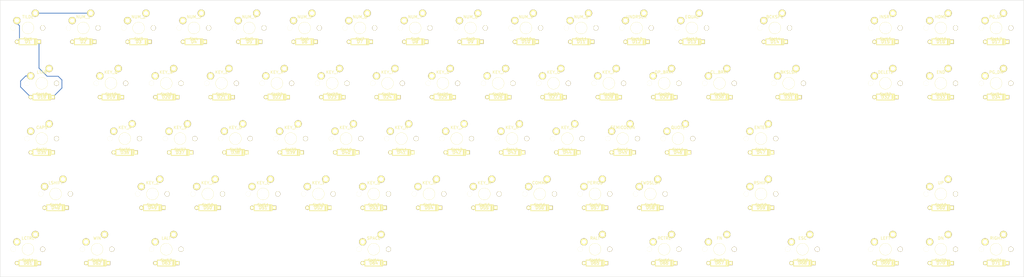
<source format=kicad_pcb>
(kicad_pcb (version 3) (host pcbnew "(2014-jan-25)-product")

  (general
    (links 191)
    (no_connects 187)
    (area 18.949999 18.949999 371.575001 114.400001)
    (thickness 1.6)
    (drawings 91)
    (tracks 15)
    (zones 0)
    (modules 142)
    (nets 94)
  )

  (page User 399.999 279.4)
  (layers
    (15 F.Cu signal)
    (0 B.Cu signal)
    (16 B.Adhes user)
    (17 F.Adhes user)
    (18 B.Paste user)
    (19 F.Paste user)
    (20 B.SilkS user)
    (21 F.SilkS user)
    (22 B.Mask user)
    (23 F.Mask user)
    (24 Dwgs.User user)
    (25 Cmts.User user)
    (26 Eco1.User user)
    (27 Eco2.User user)
    (28 Edge.Cuts user)
  )

  (setup
    (last_trace_width 0.254)
    (trace_clearance 0.254)
    (zone_clearance 0.508)
    (zone_45_only no)
    (trace_min 0.254)
    (segment_width 0.2)
    (edge_width 0.1)
    (via_size 0.889)
    (via_drill 0.635)
    (via_min_size 0.889)
    (via_min_drill 0.508)
    (uvia_size 0.508)
    (uvia_drill 0.127)
    (uvias_allowed no)
    (uvia_min_size 0.508)
    (uvia_min_drill 0.127)
    (pcb_text_width 0.3)
    (pcb_text_size 1.5 1.5)
    (mod_edge_width 0.15)
    (mod_text_size 1 1)
    (mod_text_width 0.15)
    (pad_size 1.5 1.5)
    (pad_drill 0.6)
    (pad_to_mask_clearance 0)
    (aux_axis_origin 0 0)
    (visible_elements FFFFFF7F)
    (pcbplotparams
      (layerselection 3178497)
      (usegerberextensions true)
      (excludeedgelayer true)
      (linewidth 0.150000)
      (plotframeref false)
      (viasonmask false)
      (mode 1)
      (useauxorigin false)
      (hpglpennumber 1)
      (hpglpenspeed 20)
      (hpglpendiameter 15)
      (hpglpenoverlay 2)
      (psnegative false)
      (psa4output false)
      (plotreference true)
      (plotvalue true)
      (plotothertext true)
      (plotinvisibletext false)
      (padsonsilk false)
      (subtractmaskfromsilk false)
      (outputformat 1)
      (mirror false)
      (drillshape 1)
      (scaleselection 1)
      (outputdirectory ""))
  )

  (net 0 "")
  (net 1 /COL0)
  (net 2 "Net-(D1-Pad1)")
  (net 3 /COL1)
  (net 4 "Net-(D2-Pad1)")
  (net 5 /COL2)
  (net 6 "Net-(D3-Pad1)")
  (net 7 /COL3)
  (net 8 "Net-(D4-Pad1)")
  (net 9 /COL4)
  (net 10 "Net-(D5-Pad1)")
  (net 11 /COL5)
  (net 12 "Net-(D6-Pad1)")
  (net 13 /COL6)
  (net 14 "Net-(D7-Pad1)")
  (net 15 /COL7)
  (net 16 "Net-(D8-Pad1)")
  (net 17 /COL9)
  (net 18 "Net-(D9-Pad1)")
  (net 19 /COL10)
  (net 20 "Net-(D10-Pad1)")
  (net 21 /COL11)
  (net 22 "Net-(D11-Pad1)")
  (net 23 /COL12)
  (net 24 "Net-(D12-Pad1)")
  (net 25 /COL13)
  (net 26 "Net-(D13-Pad1)")
  (net 27 /COL14)
  (net 28 "Net-(D14-Pad1)")
  (net 29 /COL15)
  (net 30 "Net-(D15-Pad1)")
  (net 31 /COL16)
  (net 32 "Net-(D16-Pad1)")
  (net 33 /COL17)
  (net 34 "Net-(D17-Pad1)")
  (net 35 "Net-(D18-Pad1)")
  (net 36 "Net-(D19-Pad1)")
  (net 37 "Net-(D20-Pad1)")
  (net 38 "Net-(D21-Pad1)")
  (net 39 "Net-(D22-Pad1)")
  (net 40 "Net-(D23-Pad1)")
  (net 41 "Net-(D24-Pad1)")
  (net 42 "Net-(D25-Pad1)")
  (net 43 "Net-(D26-Pad1)")
  (net 44 "Net-(D27-Pad1)")
  (net 45 "Net-(D28-Pad1)")
  (net 46 "Net-(D29-Pad1)")
  (net 47 "Net-(D30-Pad1)")
  (net 48 "Net-(D31-Pad1)")
  (net 49 "Net-(D32-Pad1)")
  (net 50 "Net-(D33-Pad1)")
  (net 51 "Net-(D34-Pad1)")
  (net 52 "Net-(D35-Pad1)")
  (net 53 "Net-(D36-Pad1)")
  (net 54 "Net-(D37-Pad1)")
  (net 55 "Net-(D38-Pad1)")
  (net 56 "Net-(D39-Pad1)")
  (net 57 "Net-(D40-Pad1)")
  (net 58 "Net-(D41-Pad1)")
  (net 59 "Net-(D42-Pad1)")
  (net 60 "Net-(D43-Pad1)")
  (net 61 "Net-(D44-Pad1)")
  (net 62 "Net-(D45-Pad1)")
  (net 63 "Net-(D46-Pad1)")
  (net 64 "Net-(D47-Pad1)")
  (net 65 "Net-(D48-Pad1)")
  (net 66 "Net-(D49-Pad1)")
  (net 67 "Net-(D50-Pad1)")
  (net 68 "Net-(D51-Pad1)")
  (net 69 "Net-(D52-Pad1)")
  (net 70 "Net-(D53-Pad1)")
  (net 71 "Net-(D54-Pad1)")
  (net 72 "Net-(D55-Pad1)")
  (net 73 "Net-(D56-Pad1)")
  (net 74 "Net-(D57-Pad1)")
  (net 75 "Net-(D58-Pad1)")
  (net 76 "Net-(D59-Pad1)")
  (net 77 "Net-(D60-Pad1)")
  (net 78 "Net-(D61-Pad1)")
  (net 79 "Net-(D62-Pad1)")
  (net 80 "Net-(D63-Pad1)")
  (net 81 "Net-(D64-Pad1)")
  (net 82 "Net-(D65-Pad1)")
  (net 83 "Net-(D66-Pad1)")
  (net 84 "Net-(D67-Pad1)")
  (net 85 "Net-(D68-Pad1)")
  (net 86 "Net-(D69-Pad1)")
  (net 87 "Net-(D70-Pad1)")
  (net 88 "Net-(D71-Pad1)")
  (net 89 /ROW4)
  (net 90 /ROW3)
  (net 91 /ROW2)
  (net 92 /ROW1)
  (net 93 /ROW0)

  (net_class Default "This is the default net class."
    (clearance 0.254)
    (trace_width 0.254)
    (via_dia 0.889)
    (via_drill 0.635)
    (uvia_dia 0.508)
    (uvia_drill 0.127)
    (add_net /COL0)
    (add_net /COL1)
    (add_net /COL10)
    (add_net /COL11)
    (add_net /COL12)
    (add_net /COL13)
    (add_net /COL14)
    (add_net /COL15)
    (add_net /COL16)
    (add_net /COL17)
    (add_net /COL2)
    (add_net /COL3)
    (add_net /COL4)
    (add_net /COL5)
    (add_net /COL6)
    (add_net /COL7)
    (add_net /COL9)
    (add_net /ROW0)
    (add_net /ROW1)
    (add_net /ROW2)
    (add_net /ROW3)
    (add_net /ROW4)
    (add_net "Net-(D1-Pad1)")
    (add_net "Net-(D10-Pad1)")
    (add_net "Net-(D11-Pad1)")
    (add_net "Net-(D12-Pad1)")
    (add_net "Net-(D13-Pad1)")
    (add_net "Net-(D14-Pad1)")
    (add_net "Net-(D15-Pad1)")
    (add_net "Net-(D16-Pad1)")
    (add_net "Net-(D17-Pad1)")
    (add_net "Net-(D18-Pad1)")
    (add_net "Net-(D19-Pad1)")
    (add_net "Net-(D2-Pad1)")
    (add_net "Net-(D20-Pad1)")
    (add_net "Net-(D21-Pad1)")
    (add_net "Net-(D22-Pad1)")
    (add_net "Net-(D23-Pad1)")
    (add_net "Net-(D24-Pad1)")
    (add_net "Net-(D25-Pad1)")
    (add_net "Net-(D26-Pad1)")
    (add_net "Net-(D27-Pad1)")
    (add_net "Net-(D28-Pad1)")
    (add_net "Net-(D29-Pad1)")
    (add_net "Net-(D3-Pad1)")
    (add_net "Net-(D30-Pad1)")
    (add_net "Net-(D31-Pad1)")
    (add_net "Net-(D32-Pad1)")
    (add_net "Net-(D33-Pad1)")
    (add_net "Net-(D34-Pad1)")
    (add_net "Net-(D35-Pad1)")
    (add_net "Net-(D36-Pad1)")
    (add_net "Net-(D37-Pad1)")
    (add_net "Net-(D38-Pad1)")
    (add_net "Net-(D39-Pad1)")
    (add_net "Net-(D4-Pad1)")
    (add_net "Net-(D40-Pad1)")
    (add_net "Net-(D41-Pad1)")
    (add_net "Net-(D42-Pad1)")
    (add_net "Net-(D43-Pad1)")
    (add_net "Net-(D44-Pad1)")
    (add_net "Net-(D45-Pad1)")
    (add_net "Net-(D46-Pad1)")
    (add_net "Net-(D47-Pad1)")
    (add_net "Net-(D48-Pad1)")
    (add_net "Net-(D49-Pad1)")
    (add_net "Net-(D5-Pad1)")
    (add_net "Net-(D50-Pad1)")
    (add_net "Net-(D51-Pad1)")
    (add_net "Net-(D52-Pad1)")
    (add_net "Net-(D53-Pad1)")
    (add_net "Net-(D54-Pad1)")
    (add_net "Net-(D55-Pad1)")
    (add_net "Net-(D56-Pad1)")
    (add_net "Net-(D57-Pad1)")
    (add_net "Net-(D58-Pad1)")
    (add_net "Net-(D59-Pad1)")
    (add_net "Net-(D6-Pad1)")
    (add_net "Net-(D60-Pad1)")
    (add_net "Net-(D61-Pad1)")
    (add_net "Net-(D62-Pad1)")
    (add_net "Net-(D63-Pad1)")
    (add_net "Net-(D64-Pad1)")
    (add_net "Net-(D65-Pad1)")
    (add_net "Net-(D66-Pad1)")
    (add_net "Net-(D67-Pad1)")
    (add_net "Net-(D68-Pad1)")
    (add_net "Net-(D69-Pad1)")
    (add_net "Net-(D7-Pad1)")
    (add_net "Net-(D70-Pad1)")
    (add_net "Net-(D71-Pad1)")
    (add_net "Net-(D8-Pad1)")
    (add_net "Net-(D9-Pad1)")
  )

  (module Discret:D3 (layer F.Cu) (tedit 56FC1C5B) (tstamp 56FC273B)
    (at 28.575 33.3375)
    (descr "Diode 3 pas")
    (tags "DIODE DEV")
    (path /56F43ED8)
    (fp_text reference D1 (at 0 0) (layer F.SilkS)
      (effects (font (size 1.016 1.016) (thickness 0.2032)))
    )
    (fp_text value DIODE (at 0 0) (layer F.SilkS) hide
      (effects (font (size 1.016 1.016) (thickness 0.2032)))
    )
    (fp_line (start 3.81 0) (end 3.048 0) (layer F.SilkS) (width 0.3048))
    (fp_line (start 3.048 0) (end 3.048 -1.016) (layer F.SilkS) (width 0.3048))
    (fp_line (start 3.048 -1.016) (end -3.048 -1.016) (layer F.SilkS) (width 0.3048))
    (fp_line (start -3.048 -1.016) (end -3.048 0) (layer F.SilkS) (width 0.3048))
    (fp_line (start -3.048 0) (end -3.81 0) (layer F.SilkS) (width 0.3048))
    (fp_line (start -3.048 0) (end -3.048 1.016) (layer F.SilkS) (width 0.3048))
    (fp_line (start -3.048 1.016) (end 3.048 1.016) (layer F.SilkS) (width 0.3048))
    (fp_line (start 3.048 1.016) (end 3.048 0) (layer F.SilkS) (width 0.3048))
    (fp_line (start 2.54 -1.016) (end 2.54 1.016) (layer F.SilkS) (width 0.3048))
    (fp_line (start 2.286 1.016) (end 2.286 -1.016) (layer F.SilkS) (width 0.3048))
    (pad 2 thru_hole rect (at 3.81 0) (size 1.397 1.397) (drill 0.8128) (layers *.Cu *.Mask F.SilkS)
      (net 1 /COL0))
    (pad 1 thru_hole circle (at -3.81 0) (size 1.397 1.397) (drill 0.8128) (layers *.Cu *.Mask F.SilkS)
      (net 2 "Net-(D1-Pad1)"))
    (model discret/diode.wrl
      (at (xyz 0 0 0))
      (scale (xyz 0.3 0.3 0.3))
      (rotate (xyz 0 0 0))
    )
  )

  (module Discret:D3 (layer F.Cu) (tedit 56FC1C5B) (tstamp 56FC274B)
    (at 47.625 33.3375)
    (descr "Diode 3 pas")
    (tags "DIODE DEV")
    (path /56F43F10)
    (fp_text reference D2 (at 0 0) (layer F.SilkS)
      (effects (font (size 1.016 1.016) (thickness 0.2032)))
    )
    (fp_text value DIODE (at 0 0) (layer F.SilkS) hide
      (effects (font (size 1.016 1.016) (thickness 0.2032)))
    )
    (fp_line (start 3.81 0) (end 3.048 0) (layer F.SilkS) (width 0.3048))
    (fp_line (start 3.048 0) (end 3.048 -1.016) (layer F.SilkS) (width 0.3048))
    (fp_line (start 3.048 -1.016) (end -3.048 -1.016) (layer F.SilkS) (width 0.3048))
    (fp_line (start -3.048 -1.016) (end -3.048 0) (layer F.SilkS) (width 0.3048))
    (fp_line (start -3.048 0) (end -3.81 0) (layer F.SilkS) (width 0.3048))
    (fp_line (start -3.048 0) (end -3.048 1.016) (layer F.SilkS) (width 0.3048))
    (fp_line (start -3.048 1.016) (end 3.048 1.016) (layer F.SilkS) (width 0.3048))
    (fp_line (start 3.048 1.016) (end 3.048 0) (layer F.SilkS) (width 0.3048))
    (fp_line (start 2.54 -1.016) (end 2.54 1.016) (layer F.SilkS) (width 0.3048))
    (fp_line (start 2.286 1.016) (end 2.286 -1.016) (layer F.SilkS) (width 0.3048))
    (pad 2 thru_hole rect (at 3.81 0) (size 1.397 1.397) (drill 0.8128) (layers *.Cu *.Mask F.SilkS)
      (net 3 /COL1))
    (pad 1 thru_hole circle (at -3.81 0) (size 1.397 1.397) (drill 0.8128) (layers *.Cu *.Mask F.SilkS)
      (net 4 "Net-(D2-Pad1)"))
    (model discret/diode.wrl
      (at (xyz 0 0 0))
      (scale (xyz 0.3 0.3 0.3))
      (rotate (xyz 0 0 0))
    )
  )

  (module Discret:D3 (layer F.Cu) (tedit 56FC1C5B) (tstamp 56FC275B)
    (at 66.675 33.3375)
    (descr "Diode 3 pas")
    (tags "DIODE DEV")
    (path /56F43F20)
    (fp_text reference D3 (at 0 0) (layer F.SilkS)
      (effects (font (size 1.016 1.016) (thickness 0.2032)))
    )
    (fp_text value DIODE (at 0 0) (layer F.SilkS) hide
      (effects (font (size 1.016 1.016) (thickness 0.2032)))
    )
    (fp_line (start 3.81 0) (end 3.048 0) (layer F.SilkS) (width 0.3048))
    (fp_line (start 3.048 0) (end 3.048 -1.016) (layer F.SilkS) (width 0.3048))
    (fp_line (start 3.048 -1.016) (end -3.048 -1.016) (layer F.SilkS) (width 0.3048))
    (fp_line (start -3.048 -1.016) (end -3.048 0) (layer F.SilkS) (width 0.3048))
    (fp_line (start -3.048 0) (end -3.81 0) (layer F.SilkS) (width 0.3048))
    (fp_line (start -3.048 0) (end -3.048 1.016) (layer F.SilkS) (width 0.3048))
    (fp_line (start -3.048 1.016) (end 3.048 1.016) (layer F.SilkS) (width 0.3048))
    (fp_line (start 3.048 1.016) (end 3.048 0) (layer F.SilkS) (width 0.3048))
    (fp_line (start 2.54 -1.016) (end 2.54 1.016) (layer F.SilkS) (width 0.3048))
    (fp_line (start 2.286 1.016) (end 2.286 -1.016) (layer F.SilkS) (width 0.3048))
    (pad 2 thru_hole rect (at 3.81 0) (size 1.397 1.397) (drill 0.8128) (layers *.Cu *.Mask F.SilkS)
      (net 5 /COL2))
    (pad 1 thru_hole circle (at -3.81 0) (size 1.397 1.397) (drill 0.8128) (layers *.Cu *.Mask F.SilkS)
      (net 6 "Net-(D3-Pad1)"))
    (model discret/diode.wrl
      (at (xyz 0 0 0))
      (scale (xyz 0.3 0.3 0.3))
      (rotate (xyz 0 0 0))
    )
  )

  (module Discret:D3 (layer F.Cu) (tedit 56FC2552) (tstamp 56FC276B)
    (at 85.725 33.3375)
    (descr "Diode 3 pas")
    (tags "DIODE DEV")
    (path /56F43F30)
    (fp_text reference D4 (at 0 0) (layer F.SilkS)
      (effects (font (size 1.016 1.016) (thickness 0.2032)))
    )
    (fp_text value DIODE (at 0 0) (layer F.SilkS) hide
      (effects (font (size 1.016 1.016) (thickness 0.2032)))
    )
    (fp_line (start 3.81 0) (end 3.048 0) (layer F.SilkS) (width 0.3048))
    (fp_line (start 3.048 0) (end 3.048 -1.016) (layer F.SilkS) (width 0.3048))
    (fp_line (start 3.048 -1.016) (end -3.048 -1.016) (layer F.SilkS) (width 0.3048))
    (fp_line (start -3.048 -1.016) (end -3.048 0) (layer F.SilkS) (width 0.3048))
    (fp_line (start -3.048 0) (end -3.81 0) (layer F.SilkS) (width 0.3048))
    (fp_line (start -3.048 0) (end -3.048 1.016) (layer F.SilkS) (width 0.3048))
    (fp_line (start -3.048 1.016) (end 3.048 1.016) (layer F.SilkS) (width 0.3048))
    (fp_line (start 3.048 1.016) (end 3.048 0) (layer F.SilkS) (width 0.3048))
    (fp_line (start 2.54 -1.016) (end 2.54 1.016) (layer F.SilkS) (width 0.3048))
    (fp_line (start 2.286 1.016) (end 2.286 -1.016) (layer F.SilkS) (width 0.3048))
    (pad 2 thru_hole rect (at 3.81 0) (size 1.397 1.397) (drill 0.8128) (layers *.Cu *.Mask F.SilkS)
      (net 7 /COL3))
    (pad 1 thru_hole circle (at -3.81 0) (size 1.397 1.397) (drill 0.8128) (layers *.Cu *.Mask F.SilkS)
      (net 8 "Net-(D4-Pad1)"))
    (model discret/diode.wrl
      (at (xyz 0 0 0))
      (scale (xyz 0.3 0.3 0.3))
      (rotate (xyz 0 0 0))
    )
  )

  (module Discret:D3 (layer F.Cu) (tedit 56FC1C5B) (tstamp 56FC277B)
    (at 104.775 33.3375)
    (descr "Diode 3 pas")
    (tags "DIODE DEV")
    (path /56F43F40)
    (fp_text reference D5 (at 0 0) (layer F.SilkS)
      (effects (font (size 1.016 1.016) (thickness 0.2032)))
    )
    (fp_text value DIODE (at 0 0) (layer F.SilkS) hide
      (effects (font (size 1.016 1.016) (thickness 0.2032)))
    )
    (fp_line (start 3.81 0) (end 3.048 0) (layer F.SilkS) (width 0.3048))
    (fp_line (start 3.048 0) (end 3.048 -1.016) (layer F.SilkS) (width 0.3048))
    (fp_line (start 3.048 -1.016) (end -3.048 -1.016) (layer F.SilkS) (width 0.3048))
    (fp_line (start -3.048 -1.016) (end -3.048 0) (layer F.SilkS) (width 0.3048))
    (fp_line (start -3.048 0) (end -3.81 0) (layer F.SilkS) (width 0.3048))
    (fp_line (start -3.048 0) (end -3.048 1.016) (layer F.SilkS) (width 0.3048))
    (fp_line (start -3.048 1.016) (end 3.048 1.016) (layer F.SilkS) (width 0.3048))
    (fp_line (start 3.048 1.016) (end 3.048 0) (layer F.SilkS) (width 0.3048))
    (fp_line (start 2.54 -1.016) (end 2.54 1.016) (layer F.SilkS) (width 0.3048))
    (fp_line (start 2.286 1.016) (end 2.286 -1.016) (layer F.SilkS) (width 0.3048))
    (pad 2 thru_hole rect (at 3.81 0) (size 1.397 1.397) (drill 0.8128) (layers *.Cu *.Mask F.SilkS)
      (net 9 /COL4))
    (pad 1 thru_hole circle (at -3.81 0) (size 1.397 1.397) (drill 0.8128) (layers *.Cu *.Mask F.SilkS)
      (net 10 "Net-(D5-Pad1)"))
    (model discret/diode.wrl
      (at (xyz 0 0 0))
      (scale (xyz 0.3 0.3 0.3))
      (rotate (xyz 0 0 0))
    )
  )

  (module Discret:D3 (layer F.Cu) (tedit 56FC1C5B) (tstamp 56FC278B)
    (at 123.825 33.3375)
    (descr "Diode 3 pas")
    (tags "DIODE DEV")
    (path /56F43F50)
    (fp_text reference D6 (at 0 0) (layer F.SilkS)
      (effects (font (size 1.016 1.016) (thickness 0.2032)))
    )
    (fp_text value DIODE (at 0 0) (layer F.SilkS) hide
      (effects (font (size 1.016 1.016) (thickness 0.2032)))
    )
    (fp_line (start 3.81 0) (end 3.048 0) (layer F.SilkS) (width 0.3048))
    (fp_line (start 3.048 0) (end 3.048 -1.016) (layer F.SilkS) (width 0.3048))
    (fp_line (start 3.048 -1.016) (end -3.048 -1.016) (layer F.SilkS) (width 0.3048))
    (fp_line (start -3.048 -1.016) (end -3.048 0) (layer F.SilkS) (width 0.3048))
    (fp_line (start -3.048 0) (end -3.81 0) (layer F.SilkS) (width 0.3048))
    (fp_line (start -3.048 0) (end -3.048 1.016) (layer F.SilkS) (width 0.3048))
    (fp_line (start -3.048 1.016) (end 3.048 1.016) (layer F.SilkS) (width 0.3048))
    (fp_line (start 3.048 1.016) (end 3.048 0) (layer F.SilkS) (width 0.3048))
    (fp_line (start 2.54 -1.016) (end 2.54 1.016) (layer F.SilkS) (width 0.3048))
    (fp_line (start 2.286 1.016) (end 2.286 -1.016) (layer F.SilkS) (width 0.3048))
    (pad 2 thru_hole rect (at 3.81 0) (size 1.397 1.397) (drill 0.8128) (layers *.Cu *.Mask F.SilkS)
      (net 11 /COL5))
    (pad 1 thru_hole circle (at -3.81 0) (size 1.397 1.397) (drill 0.8128) (layers *.Cu *.Mask F.SilkS)
      (net 12 "Net-(D6-Pad1)"))
    (model discret/diode.wrl
      (at (xyz 0 0 0))
      (scale (xyz 0.3 0.3 0.3))
      (rotate (xyz 0 0 0))
    )
  )

  (module Discret:D3 (layer F.Cu) (tedit 56FC1C5B) (tstamp 56FC279B)
    (at 142.875 33.3375)
    (descr "Diode 3 pas")
    (tags "DIODE DEV")
    (path /56F43F60)
    (fp_text reference D7 (at 0 0) (layer F.SilkS)
      (effects (font (size 1.016 1.016) (thickness 0.2032)))
    )
    (fp_text value DIODE (at 0 0) (layer F.SilkS) hide
      (effects (font (size 1.016 1.016) (thickness 0.2032)))
    )
    (fp_line (start 3.81 0) (end 3.048 0) (layer F.SilkS) (width 0.3048))
    (fp_line (start 3.048 0) (end 3.048 -1.016) (layer F.SilkS) (width 0.3048))
    (fp_line (start 3.048 -1.016) (end -3.048 -1.016) (layer F.SilkS) (width 0.3048))
    (fp_line (start -3.048 -1.016) (end -3.048 0) (layer F.SilkS) (width 0.3048))
    (fp_line (start -3.048 0) (end -3.81 0) (layer F.SilkS) (width 0.3048))
    (fp_line (start -3.048 0) (end -3.048 1.016) (layer F.SilkS) (width 0.3048))
    (fp_line (start -3.048 1.016) (end 3.048 1.016) (layer F.SilkS) (width 0.3048))
    (fp_line (start 3.048 1.016) (end 3.048 0) (layer F.SilkS) (width 0.3048))
    (fp_line (start 2.54 -1.016) (end 2.54 1.016) (layer F.SilkS) (width 0.3048))
    (fp_line (start 2.286 1.016) (end 2.286 -1.016) (layer F.SilkS) (width 0.3048))
    (pad 2 thru_hole rect (at 3.81 0) (size 1.397 1.397) (drill 0.8128) (layers *.Cu *.Mask F.SilkS)
      (net 13 /COL6))
    (pad 1 thru_hole circle (at -3.81 0) (size 1.397 1.397) (drill 0.8128) (layers *.Cu *.Mask F.SilkS)
      (net 14 "Net-(D7-Pad1)"))
    (model discret/diode.wrl
      (at (xyz 0 0 0))
      (scale (xyz 0.3 0.3 0.3))
      (rotate (xyz 0 0 0))
    )
  )

  (module Discret:D3 (layer F.Cu) (tedit 56FC1C5B) (tstamp 56FC27AB)
    (at 161.925 33.3375)
    (descr "Diode 3 pas")
    (tags "DIODE DEV")
    (path /56F43F70)
    (fp_text reference D8 (at 0 0) (layer F.SilkS)
      (effects (font (size 1.016 1.016) (thickness 0.2032)))
    )
    (fp_text value DIODE (at 0 0) (layer F.SilkS) hide
      (effects (font (size 1.016 1.016) (thickness 0.2032)))
    )
    (fp_line (start 3.81 0) (end 3.048 0) (layer F.SilkS) (width 0.3048))
    (fp_line (start 3.048 0) (end 3.048 -1.016) (layer F.SilkS) (width 0.3048))
    (fp_line (start 3.048 -1.016) (end -3.048 -1.016) (layer F.SilkS) (width 0.3048))
    (fp_line (start -3.048 -1.016) (end -3.048 0) (layer F.SilkS) (width 0.3048))
    (fp_line (start -3.048 0) (end -3.81 0) (layer F.SilkS) (width 0.3048))
    (fp_line (start -3.048 0) (end -3.048 1.016) (layer F.SilkS) (width 0.3048))
    (fp_line (start -3.048 1.016) (end 3.048 1.016) (layer F.SilkS) (width 0.3048))
    (fp_line (start 3.048 1.016) (end 3.048 0) (layer F.SilkS) (width 0.3048))
    (fp_line (start 2.54 -1.016) (end 2.54 1.016) (layer F.SilkS) (width 0.3048))
    (fp_line (start 2.286 1.016) (end 2.286 -1.016) (layer F.SilkS) (width 0.3048))
    (pad 2 thru_hole rect (at 3.81 0) (size 1.397 1.397) (drill 0.8128) (layers *.Cu *.Mask F.SilkS)
      (net 15 /COL7))
    (pad 1 thru_hole circle (at -3.81 0) (size 1.397 1.397) (drill 0.8128) (layers *.Cu *.Mask F.SilkS)
      (net 16 "Net-(D8-Pad1)"))
    (model discret/diode.wrl
      (at (xyz 0 0 0))
      (scale (xyz 0.3 0.3 0.3))
      (rotate (xyz 0 0 0))
    )
  )

  (module Discret:D3 (layer F.Cu) (tedit 56FC1C5B) (tstamp 56FC27BB)
    (at 180.975 33.3375)
    (descr "Diode 3 pas")
    (tags "DIODE DEV")
    (path /56F43F80)
    (fp_text reference D9 (at 0 0) (layer F.SilkS)
      (effects (font (size 1.016 1.016) (thickness 0.2032)))
    )
    (fp_text value DIODE (at 0 0) (layer F.SilkS) hide
      (effects (font (size 1.016 1.016) (thickness 0.2032)))
    )
    (fp_line (start 3.81 0) (end 3.048 0) (layer F.SilkS) (width 0.3048))
    (fp_line (start 3.048 0) (end 3.048 -1.016) (layer F.SilkS) (width 0.3048))
    (fp_line (start 3.048 -1.016) (end -3.048 -1.016) (layer F.SilkS) (width 0.3048))
    (fp_line (start -3.048 -1.016) (end -3.048 0) (layer F.SilkS) (width 0.3048))
    (fp_line (start -3.048 0) (end -3.81 0) (layer F.SilkS) (width 0.3048))
    (fp_line (start -3.048 0) (end -3.048 1.016) (layer F.SilkS) (width 0.3048))
    (fp_line (start -3.048 1.016) (end 3.048 1.016) (layer F.SilkS) (width 0.3048))
    (fp_line (start 3.048 1.016) (end 3.048 0) (layer F.SilkS) (width 0.3048))
    (fp_line (start 2.54 -1.016) (end 2.54 1.016) (layer F.SilkS) (width 0.3048))
    (fp_line (start 2.286 1.016) (end 2.286 -1.016) (layer F.SilkS) (width 0.3048))
    (pad 2 thru_hole rect (at 3.81 0) (size 1.397 1.397) (drill 0.8128) (layers *.Cu *.Mask F.SilkS)
      (net 17 /COL9))
    (pad 1 thru_hole circle (at -3.81 0) (size 1.397 1.397) (drill 0.8128) (layers *.Cu *.Mask F.SilkS)
      (net 18 "Net-(D9-Pad1)"))
    (model discret/diode.wrl
      (at (xyz 0 0 0))
      (scale (xyz 0.3 0.3 0.3))
      (rotate (xyz 0 0 0))
    )
  )

  (module Discret:D3 (layer F.Cu) (tedit 56FC1C5B) (tstamp 56FC27CB)
    (at 200.025 33.3375)
    (descr "Diode 3 pas")
    (tags "DIODE DEV")
    (path /56F43F90)
    (fp_text reference D10 (at 0 0) (layer F.SilkS)
      (effects (font (size 1.016 1.016) (thickness 0.2032)))
    )
    (fp_text value DIODE (at 0 0) (layer F.SilkS) hide
      (effects (font (size 1.016 1.016) (thickness 0.2032)))
    )
    (fp_line (start 3.81 0) (end 3.048 0) (layer F.SilkS) (width 0.3048))
    (fp_line (start 3.048 0) (end 3.048 -1.016) (layer F.SilkS) (width 0.3048))
    (fp_line (start 3.048 -1.016) (end -3.048 -1.016) (layer F.SilkS) (width 0.3048))
    (fp_line (start -3.048 -1.016) (end -3.048 0) (layer F.SilkS) (width 0.3048))
    (fp_line (start -3.048 0) (end -3.81 0) (layer F.SilkS) (width 0.3048))
    (fp_line (start -3.048 0) (end -3.048 1.016) (layer F.SilkS) (width 0.3048))
    (fp_line (start -3.048 1.016) (end 3.048 1.016) (layer F.SilkS) (width 0.3048))
    (fp_line (start 3.048 1.016) (end 3.048 0) (layer F.SilkS) (width 0.3048))
    (fp_line (start 2.54 -1.016) (end 2.54 1.016) (layer F.SilkS) (width 0.3048))
    (fp_line (start 2.286 1.016) (end 2.286 -1.016) (layer F.SilkS) (width 0.3048))
    (pad 2 thru_hole rect (at 3.81 0) (size 1.397 1.397) (drill 0.8128) (layers *.Cu *.Mask F.SilkS)
      (net 19 /COL10))
    (pad 1 thru_hole circle (at -3.81 0) (size 1.397 1.397) (drill 0.8128) (layers *.Cu *.Mask F.SilkS)
      (net 20 "Net-(D10-Pad1)"))
    (model discret/diode.wrl
      (at (xyz 0 0 0))
      (scale (xyz 0.3 0.3 0.3))
      (rotate (xyz 0 0 0))
    )
  )

  (module Discret:D3 (layer F.Cu) (tedit 56FC1C5B) (tstamp 56FC27DB)
    (at 219.075 33.3375)
    (descr "Diode 3 pas")
    (tags "DIODE DEV")
    (path /56F43FA0)
    (fp_text reference D11 (at 0 0) (layer F.SilkS)
      (effects (font (size 1.016 1.016) (thickness 0.2032)))
    )
    (fp_text value DIODE (at 0 0) (layer F.SilkS) hide
      (effects (font (size 1.016 1.016) (thickness 0.2032)))
    )
    (fp_line (start 3.81 0) (end 3.048 0) (layer F.SilkS) (width 0.3048))
    (fp_line (start 3.048 0) (end 3.048 -1.016) (layer F.SilkS) (width 0.3048))
    (fp_line (start 3.048 -1.016) (end -3.048 -1.016) (layer F.SilkS) (width 0.3048))
    (fp_line (start -3.048 -1.016) (end -3.048 0) (layer F.SilkS) (width 0.3048))
    (fp_line (start -3.048 0) (end -3.81 0) (layer F.SilkS) (width 0.3048))
    (fp_line (start -3.048 0) (end -3.048 1.016) (layer F.SilkS) (width 0.3048))
    (fp_line (start -3.048 1.016) (end 3.048 1.016) (layer F.SilkS) (width 0.3048))
    (fp_line (start 3.048 1.016) (end 3.048 0) (layer F.SilkS) (width 0.3048))
    (fp_line (start 2.54 -1.016) (end 2.54 1.016) (layer F.SilkS) (width 0.3048))
    (fp_line (start 2.286 1.016) (end 2.286 -1.016) (layer F.SilkS) (width 0.3048))
    (pad 2 thru_hole rect (at 3.81 0) (size 1.397 1.397) (drill 0.8128) (layers *.Cu *.Mask F.SilkS)
      (net 21 /COL11))
    (pad 1 thru_hole circle (at -3.81 0) (size 1.397 1.397) (drill 0.8128) (layers *.Cu *.Mask F.SilkS)
      (net 22 "Net-(D11-Pad1)"))
    (model discret/diode.wrl
      (at (xyz 0 0 0))
      (scale (xyz 0.3 0.3 0.3))
      (rotate (xyz 0 0 0))
    )
  )

  (module Discret:D3 (layer F.Cu) (tedit 56FC1C5B) (tstamp 56FC27EB)
    (at 238.125 33.3375)
    (descr "Diode 3 pas")
    (tags "DIODE DEV")
    (path /56F43FB0)
    (fp_text reference D12 (at 0 0) (layer F.SilkS)
      (effects (font (size 1.016 1.016) (thickness 0.2032)))
    )
    (fp_text value DIODE (at 0 0) (layer F.SilkS) hide
      (effects (font (size 1.016 1.016) (thickness 0.2032)))
    )
    (fp_line (start 3.81 0) (end 3.048 0) (layer F.SilkS) (width 0.3048))
    (fp_line (start 3.048 0) (end 3.048 -1.016) (layer F.SilkS) (width 0.3048))
    (fp_line (start 3.048 -1.016) (end -3.048 -1.016) (layer F.SilkS) (width 0.3048))
    (fp_line (start -3.048 -1.016) (end -3.048 0) (layer F.SilkS) (width 0.3048))
    (fp_line (start -3.048 0) (end -3.81 0) (layer F.SilkS) (width 0.3048))
    (fp_line (start -3.048 0) (end -3.048 1.016) (layer F.SilkS) (width 0.3048))
    (fp_line (start -3.048 1.016) (end 3.048 1.016) (layer F.SilkS) (width 0.3048))
    (fp_line (start 3.048 1.016) (end 3.048 0) (layer F.SilkS) (width 0.3048))
    (fp_line (start 2.54 -1.016) (end 2.54 1.016) (layer F.SilkS) (width 0.3048))
    (fp_line (start 2.286 1.016) (end 2.286 -1.016) (layer F.SilkS) (width 0.3048))
    (pad 2 thru_hole rect (at 3.81 0) (size 1.397 1.397) (drill 0.8128) (layers *.Cu *.Mask F.SilkS)
      (net 23 /COL12))
    (pad 1 thru_hole circle (at -3.81 0) (size 1.397 1.397) (drill 0.8128) (layers *.Cu *.Mask F.SilkS)
      (net 24 "Net-(D12-Pad1)"))
    (model discret/diode.wrl
      (at (xyz 0 0 0))
      (scale (xyz 0.3 0.3 0.3))
      (rotate (xyz 0 0 0))
    )
  )

  (module Discret:D3 (layer F.Cu) (tedit 56FC27D3) (tstamp 56FC27FB)
    (at 257.175 33.3375)
    (descr "Diode 3 pas")
    (tags "DIODE DEV")
    (path /56F43FC0)
    (fp_text reference D13 (at 0 0) (layer F.SilkS)
      (effects (font (size 1.016 1.016) (thickness 0.2032)))
    )
    (fp_text value DIODE (at 0 0) (layer F.SilkS) hide
      (effects (font (size 1.016 1.016) (thickness 0.2032)))
    )
    (fp_line (start 3.81 0) (end 3.048 0) (layer F.SilkS) (width 0.3048))
    (fp_line (start 3.048 0) (end 3.048 -1.016) (layer F.SilkS) (width 0.3048))
    (fp_line (start 3.048 -1.016) (end -3.048 -1.016) (layer F.SilkS) (width 0.3048))
    (fp_line (start -3.048 -1.016) (end -3.048 0) (layer F.SilkS) (width 0.3048))
    (fp_line (start -3.048 0) (end -3.81 0) (layer F.SilkS) (width 0.3048))
    (fp_line (start -3.048 0) (end -3.048 1.016) (layer F.SilkS) (width 0.3048))
    (fp_line (start -3.048 1.016) (end 3.048 1.016) (layer F.SilkS) (width 0.3048))
    (fp_line (start 3.048 1.016) (end 3.048 0) (layer F.SilkS) (width 0.3048))
    (fp_line (start 2.54 -1.016) (end 2.54 1.016) (layer F.SilkS) (width 0.3048))
    (fp_line (start 2.286 1.016) (end 2.286 -1.016) (layer F.SilkS) (width 0.3048))
    (pad 2 thru_hole rect (at 3.81 0) (size 1.397 1.397) (drill 0.8128) (layers *.Cu *.Mask F.SilkS)
      (net 25 /COL13))
    (pad 1 thru_hole circle (at -3.81 0) (size 1.397 1.397) (drill 0.8128) (layers *.Cu *.Mask F.SilkS)
      (net 26 "Net-(D13-Pad1)"))
    (model discret/diode.wrl
      (at (xyz 0 0 0))
      (scale (xyz 0.3 0.3 0.3))
      (rotate (xyz 0 0 0))
    )
  )

  (module Discret:D3 (layer F.Cu) (tedit 56FC1C5B) (tstamp 56FC280B)
    (at 285.75 33.3375)
    (descr "Diode 3 pas")
    (tags "DIODE DEV")
    (path /56F43FD0)
    (fp_text reference D14 (at 0 0) (layer F.SilkS)
      (effects (font (size 1.016 1.016) (thickness 0.2032)))
    )
    (fp_text value DIODE (at 0 0) (layer F.SilkS) hide
      (effects (font (size 1.016 1.016) (thickness 0.2032)))
    )
    (fp_line (start 3.81 0) (end 3.048 0) (layer F.SilkS) (width 0.3048))
    (fp_line (start 3.048 0) (end 3.048 -1.016) (layer F.SilkS) (width 0.3048))
    (fp_line (start 3.048 -1.016) (end -3.048 -1.016) (layer F.SilkS) (width 0.3048))
    (fp_line (start -3.048 -1.016) (end -3.048 0) (layer F.SilkS) (width 0.3048))
    (fp_line (start -3.048 0) (end -3.81 0) (layer F.SilkS) (width 0.3048))
    (fp_line (start -3.048 0) (end -3.048 1.016) (layer F.SilkS) (width 0.3048))
    (fp_line (start -3.048 1.016) (end 3.048 1.016) (layer F.SilkS) (width 0.3048))
    (fp_line (start 3.048 1.016) (end 3.048 0) (layer F.SilkS) (width 0.3048))
    (fp_line (start 2.54 -1.016) (end 2.54 1.016) (layer F.SilkS) (width 0.3048))
    (fp_line (start 2.286 1.016) (end 2.286 -1.016) (layer F.SilkS) (width 0.3048))
    (pad 2 thru_hole rect (at 3.81 0) (size 1.397 1.397) (drill 0.8128) (layers *.Cu *.Mask F.SilkS)
      (net 27 /COL14))
    (pad 1 thru_hole circle (at -3.81 0) (size 1.397 1.397) (drill 0.8128) (layers *.Cu *.Mask F.SilkS)
      (net 28 "Net-(D14-Pad1)"))
    (model discret/diode.wrl
      (at (xyz 0 0 0))
      (scale (xyz 0.3 0.3 0.3))
      (rotate (xyz 0 0 0))
    )
  )

  (module Discret:D3 (layer F.Cu) (tedit 56FC1C5B) (tstamp 56FC281B)
    (at 323.85 33.3375)
    (descr "Diode 3 pas")
    (tags "DIODE DEV")
    (path /56F43FE0)
    (fp_text reference D15 (at 0 0) (layer F.SilkS)
      (effects (font (size 1.016 1.016) (thickness 0.2032)))
    )
    (fp_text value DIODE (at 0 0) (layer F.SilkS) hide
      (effects (font (size 1.016 1.016) (thickness 0.2032)))
    )
    (fp_line (start 3.81 0) (end 3.048 0) (layer F.SilkS) (width 0.3048))
    (fp_line (start 3.048 0) (end 3.048 -1.016) (layer F.SilkS) (width 0.3048))
    (fp_line (start 3.048 -1.016) (end -3.048 -1.016) (layer F.SilkS) (width 0.3048))
    (fp_line (start -3.048 -1.016) (end -3.048 0) (layer F.SilkS) (width 0.3048))
    (fp_line (start -3.048 0) (end -3.81 0) (layer F.SilkS) (width 0.3048))
    (fp_line (start -3.048 0) (end -3.048 1.016) (layer F.SilkS) (width 0.3048))
    (fp_line (start -3.048 1.016) (end 3.048 1.016) (layer F.SilkS) (width 0.3048))
    (fp_line (start 3.048 1.016) (end 3.048 0) (layer F.SilkS) (width 0.3048))
    (fp_line (start 2.54 -1.016) (end 2.54 1.016) (layer F.SilkS) (width 0.3048))
    (fp_line (start 2.286 1.016) (end 2.286 -1.016) (layer F.SilkS) (width 0.3048))
    (pad 2 thru_hole rect (at 3.81 0) (size 1.397 1.397) (drill 0.8128) (layers *.Cu *.Mask F.SilkS)
      (net 29 /COL15))
    (pad 1 thru_hole circle (at -3.81 0) (size 1.397 1.397) (drill 0.8128) (layers *.Cu *.Mask F.SilkS)
      (net 30 "Net-(D15-Pad1)"))
    (model discret/diode.wrl
      (at (xyz 0 0 0))
      (scale (xyz 0.3 0.3 0.3))
      (rotate (xyz 0 0 0))
    )
  )

  (module Discret:D3 (layer F.Cu) (tedit 56FC1C5B) (tstamp 56FC282B)
    (at 342.9 33.3375)
    (descr "Diode 3 pas")
    (tags "DIODE DEV")
    (path /56F43FF0)
    (fp_text reference D16 (at 0 0) (layer F.SilkS)
      (effects (font (size 1.016 1.016) (thickness 0.2032)))
    )
    (fp_text value DIODE (at 0 0) (layer F.SilkS) hide
      (effects (font (size 1.016 1.016) (thickness 0.2032)))
    )
    (fp_line (start 3.81 0) (end 3.048 0) (layer F.SilkS) (width 0.3048))
    (fp_line (start 3.048 0) (end 3.048 -1.016) (layer F.SilkS) (width 0.3048))
    (fp_line (start 3.048 -1.016) (end -3.048 -1.016) (layer F.SilkS) (width 0.3048))
    (fp_line (start -3.048 -1.016) (end -3.048 0) (layer F.SilkS) (width 0.3048))
    (fp_line (start -3.048 0) (end -3.81 0) (layer F.SilkS) (width 0.3048))
    (fp_line (start -3.048 0) (end -3.048 1.016) (layer F.SilkS) (width 0.3048))
    (fp_line (start -3.048 1.016) (end 3.048 1.016) (layer F.SilkS) (width 0.3048))
    (fp_line (start 3.048 1.016) (end 3.048 0) (layer F.SilkS) (width 0.3048))
    (fp_line (start 2.54 -1.016) (end 2.54 1.016) (layer F.SilkS) (width 0.3048))
    (fp_line (start 2.286 1.016) (end 2.286 -1.016) (layer F.SilkS) (width 0.3048))
    (pad 2 thru_hole rect (at 3.81 0) (size 1.397 1.397) (drill 0.8128) (layers *.Cu *.Mask F.SilkS)
      (net 31 /COL16))
    (pad 1 thru_hole circle (at -3.81 0) (size 1.397 1.397) (drill 0.8128) (layers *.Cu *.Mask F.SilkS)
      (net 32 "Net-(D16-Pad1)"))
    (model discret/diode.wrl
      (at (xyz 0 0 0))
      (scale (xyz 0.3 0.3 0.3))
      (rotate (xyz 0 0 0))
    )
  )

  (module Discret:D3 (layer F.Cu) (tedit 56FC28AC) (tstamp 56FC283B)
    (at 361.95 33.3375)
    (descr "Diode 3 pas")
    (tags "DIODE DEV")
    (path /56F44000)
    (fp_text reference D17 (at 0 0) (layer F.SilkS)
      (effects (font (size 1.016 1.016) (thickness 0.2032)))
    )
    (fp_text value DIODE (at 0 0) (layer F.SilkS) hide
      (effects (font (size 1.016 1.016) (thickness 0.2032)))
    )
    (fp_line (start 3.81 0) (end 3.048 0) (layer F.SilkS) (width 0.3048))
    (fp_line (start 3.048 0) (end 3.048 -1.016) (layer F.SilkS) (width 0.3048))
    (fp_line (start 3.048 -1.016) (end -3.048 -1.016) (layer F.SilkS) (width 0.3048))
    (fp_line (start -3.048 -1.016) (end -3.048 0) (layer F.SilkS) (width 0.3048))
    (fp_line (start -3.048 0) (end -3.81 0) (layer F.SilkS) (width 0.3048))
    (fp_line (start -3.048 0) (end -3.048 1.016) (layer F.SilkS) (width 0.3048))
    (fp_line (start -3.048 1.016) (end 3.048 1.016) (layer F.SilkS) (width 0.3048))
    (fp_line (start 3.048 1.016) (end 3.048 0) (layer F.SilkS) (width 0.3048))
    (fp_line (start 2.54 -1.016) (end 2.54 1.016) (layer F.SilkS) (width 0.3048))
    (fp_line (start 2.286 1.016) (end 2.286 -1.016) (layer F.SilkS) (width 0.3048))
    (pad 2 thru_hole rect (at 3.81 0) (size 1.397 1.397) (drill 0.8128) (layers *.Cu *.Mask F.SilkS)
      (net 33 /COL17))
    (pad 1 thru_hole circle (at -3.81 0) (size 1.397 1.397) (drill 0.8128) (layers *.Cu *.Mask F.SilkS)
      (net 34 "Net-(D17-Pad1)"))
    (model discret/diode.wrl
      (at (xyz 0 0 0))
      (scale (xyz 0.3 0.3 0.3))
      (rotate (xyz 0 0 0))
    )
  )

  (module Discret:D3 (layer F.Cu) (tedit 56FC28B4) (tstamp 56FC284B)
    (at 33.3375 52.3875)
    (descr "Diode 3 pas")
    (tags "DIODE DEV")
    (path /56F44350)
    (fp_text reference D18 (at 0 0) (layer F.SilkS)
      (effects (font (size 1.016 1.016) (thickness 0.2032)))
    )
    (fp_text value DIODE (at 0 0) (layer F.SilkS) hide
      (effects (font (size 1.016 1.016) (thickness 0.2032)))
    )
    (fp_line (start 3.81 0) (end 3.048 0) (layer F.SilkS) (width 0.3048))
    (fp_line (start 3.048 0) (end 3.048 -1.016) (layer F.SilkS) (width 0.3048))
    (fp_line (start 3.048 -1.016) (end -3.048 -1.016) (layer F.SilkS) (width 0.3048))
    (fp_line (start -3.048 -1.016) (end -3.048 0) (layer F.SilkS) (width 0.3048))
    (fp_line (start -3.048 0) (end -3.81 0) (layer F.SilkS) (width 0.3048))
    (fp_line (start -3.048 0) (end -3.048 1.016) (layer F.SilkS) (width 0.3048))
    (fp_line (start -3.048 1.016) (end 3.048 1.016) (layer F.SilkS) (width 0.3048))
    (fp_line (start 3.048 1.016) (end 3.048 0) (layer F.SilkS) (width 0.3048))
    (fp_line (start 2.54 -1.016) (end 2.54 1.016) (layer F.SilkS) (width 0.3048))
    (fp_line (start 2.286 1.016) (end 2.286 -1.016) (layer F.SilkS) (width 0.3048))
    (pad 2 thru_hole rect (at 3.81 0) (size 1.397 1.397) (drill 0.8128) (layers *.Cu *.Mask F.SilkS)
      (net 1 /COL0))
    (pad 1 thru_hole circle (at -3.81 0) (size 1.397 1.397) (drill 0.8128) (layers *.Cu *.Mask F.SilkS)
      (net 35 "Net-(D18-Pad1)"))
    (model discret/diode.wrl
      (at (xyz 0 0 0))
      (scale (xyz 0.3 0.3 0.3))
      (rotate (xyz 0 0 0))
    )
  )

  (module Discret:D3 (layer F.Cu) (tedit 56FC1C5B) (tstamp 56FC285B)
    (at 57.15 52.3875)
    (descr "Diode 3 pas")
    (tags "DIODE DEV")
    (path /56F44360)
    (fp_text reference D19 (at 0 0) (layer F.SilkS)
      (effects (font (size 1.016 1.016) (thickness 0.2032)))
    )
    (fp_text value DIODE (at 0 0) (layer F.SilkS) hide
      (effects (font (size 1.016 1.016) (thickness 0.2032)))
    )
    (fp_line (start 3.81 0) (end 3.048 0) (layer F.SilkS) (width 0.3048))
    (fp_line (start 3.048 0) (end 3.048 -1.016) (layer F.SilkS) (width 0.3048))
    (fp_line (start 3.048 -1.016) (end -3.048 -1.016) (layer F.SilkS) (width 0.3048))
    (fp_line (start -3.048 -1.016) (end -3.048 0) (layer F.SilkS) (width 0.3048))
    (fp_line (start -3.048 0) (end -3.81 0) (layer F.SilkS) (width 0.3048))
    (fp_line (start -3.048 0) (end -3.048 1.016) (layer F.SilkS) (width 0.3048))
    (fp_line (start -3.048 1.016) (end 3.048 1.016) (layer F.SilkS) (width 0.3048))
    (fp_line (start 3.048 1.016) (end 3.048 0) (layer F.SilkS) (width 0.3048))
    (fp_line (start 2.54 -1.016) (end 2.54 1.016) (layer F.SilkS) (width 0.3048))
    (fp_line (start 2.286 1.016) (end 2.286 -1.016) (layer F.SilkS) (width 0.3048))
    (pad 2 thru_hole rect (at 3.81 0) (size 1.397 1.397) (drill 0.8128) (layers *.Cu *.Mask F.SilkS)
      (net 3 /COL1))
    (pad 1 thru_hole circle (at -3.81 0) (size 1.397 1.397) (drill 0.8128) (layers *.Cu *.Mask F.SilkS)
      (net 36 "Net-(D19-Pad1)"))
    (model discret/diode.wrl
      (at (xyz 0 0 0))
      (scale (xyz 0.3 0.3 0.3))
      (rotate (xyz 0 0 0))
    )
  )

  (module Discret:D3 (layer F.Cu) (tedit 56FC1C5B) (tstamp 56FC286B)
    (at 76.2 52.3875)
    (descr "Diode 3 pas")
    (tags "DIODE DEV")
    (path /56F44370)
    (fp_text reference D20 (at 0 0) (layer F.SilkS)
      (effects (font (size 1.016 1.016) (thickness 0.2032)))
    )
    (fp_text value DIODE (at 0 0) (layer F.SilkS) hide
      (effects (font (size 1.016 1.016) (thickness 0.2032)))
    )
    (fp_line (start 3.81 0) (end 3.048 0) (layer F.SilkS) (width 0.3048))
    (fp_line (start 3.048 0) (end 3.048 -1.016) (layer F.SilkS) (width 0.3048))
    (fp_line (start 3.048 -1.016) (end -3.048 -1.016) (layer F.SilkS) (width 0.3048))
    (fp_line (start -3.048 -1.016) (end -3.048 0) (layer F.SilkS) (width 0.3048))
    (fp_line (start -3.048 0) (end -3.81 0) (layer F.SilkS) (width 0.3048))
    (fp_line (start -3.048 0) (end -3.048 1.016) (layer F.SilkS) (width 0.3048))
    (fp_line (start -3.048 1.016) (end 3.048 1.016) (layer F.SilkS) (width 0.3048))
    (fp_line (start 3.048 1.016) (end 3.048 0) (layer F.SilkS) (width 0.3048))
    (fp_line (start 2.54 -1.016) (end 2.54 1.016) (layer F.SilkS) (width 0.3048))
    (fp_line (start 2.286 1.016) (end 2.286 -1.016) (layer F.SilkS) (width 0.3048))
    (pad 2 thru_hole rect (at 3.81 0) (size 1.397 1.397) (drill 0.8128) (layers *.Cu *.Mask F.SilkS)
      (net 5 /COL2))
    (pad 1 thru_hole circle (at -3.81 0) (size 1.397 1.397) (drill 0.8128) (layers *.Cu *.Mask F.SilkS)
      (net 37 "Net-(D20-Pad1)"))
    (model discret/diode.wrl
      (at (xyz 0 0 0))
      (scale (xyz 0.3 0.3 0.3))
      (rotate (xyz 0 0 0))
    )
  )

  (module Discret:D3 (layer F.Cu) (tedit 56FC1C5B) (tstamp 56FC287B)
    (at 95.25 52.3875)
    (descr "Diode 3 pas")
    (tags "DIODE DEV")
    (path /56F44380)
    (fp_text reference D21 (at 0 0) (layer F.SilkS)
      (effects (font (size 1.016 1.016) (thickness 0.2032)))
    )
    (fp_text value DIODE (at 0 0) (layer F.SilkS) hide
      (effects (font (size 1.016 1.016) (thickness 0.2032)))
    )
    (fp_line (start 3.81 0) (end 3.048 0) (layer F.SilkS) (width 0.3048))
    (fp_line (start 3.048 0) (end 3.048 -1.016) (layer F.SilkS) (width 0.3048))
    (fp_line (start 3.048 -1.016) (end -3.048 -1.016) (layer F.SilkS) (width 0.3048))
    (fp_line (start -3.048 -1.016) (end -3.048 0) (layer F.SilkS) (width 0.3048))
    (fp_line (start -3.048 0) (end -3.81 0) (layer F.SilkS) (width 0.3048))
    (fp_line (start -3.048 0) (end -3.048 1.016) (layer F.SilkS) (width 0.3048))
    (fp_line (start -3.048 1.016) (end 3.048 1.016) (layer F.SilkS) (width 0.3048))
    (fp_line (start 3.048 1.016) (end 3.048 0) (layer F.SilkS) (width 0.3048))
    (fp_line (start 2.54 -1.016) (end 2.54 1.016) (layer F.SilkS) (width 0.3048))
    (fp_line (start 2.286 1.016) (end 2.286 -1.016) (layer F.SilkS) (width 0.3048))
    (pad 2 thru_hole rect (at 3.81 0) (size 1.397 1.397) (drill 0.8128) (layers *.Cu *.Mask F.SilkS)
      (net 7 /COL3))
    (pad 1 thru_hole circle (at -3.81 0) (size 1.397 1.397) (drill 0.8128) (layers *.Cu *.Mask F.SilkS)
      (net 38 "Net-(D21-Pad1)"))
    (model discret/diode.wrl
      (at (xyz 0 0 0))
      (scale (xyz 0.3 0.3 0.3))
      (rotate (xyz 0 0 0))
    )
  )

  (module Discret:D3 (layer F.Cu) (tedit 56FC1C5B) (tstamp 56FC288B)
    (at 114.3 52.3875)
    (descr "Diode 3 pas")
    (tags "DIODE DEV")
    (path /56F44390)
    (fp_text reference D22 (at 0 0) (layer F.SilkS)
      (effects (font (size 1.016 1.016) (thickness 0.2032)))
    )
    (fp_text value DIODE (at 0 0) (layer F.SilkS) hide
      (effects (font (size 1.016 1.016) (thickness 0.2032)))
    )
    (fp_line (start 3.81 0) (end 3.048 0) (layer F.SilkS) (width 0.3048))
    (fp_line (start 3.048 0) (end 3.048 -1.016) (layer F.SilkS) (width 0.3048))
    (fp_line (start 3.048 -1.016) (end -3.048 -1.016) (layer F.SilkS) (width 0.3048))
    (fp_line (start -3.048 -1.016) (end -3.048 0) (layer F.SilkS) (width 0.3048))
    (fp_line (start -3.048 0) (end -3.81 0) (layer F.SilkS) (width 0.3048))
    (fp_line (start -3.048 0) (end -3.048 1.016) (layer F.SilkS) (width 0.3048))
    (fp_line (start -3.048 1.016) (end 3.048 1.016) (layer F.SilkS) (width 0.3048))
    (fp_line (start 3.048 1.016) (end 3.048 0) (layer F.SilkS) (width 0.3048))
    (fp_line (start 2.54 -1.016) (end 2.54 1.016) (layer F.SilkS) (width 0.3048))
    (fp_line (start 2.286 1.016) (end 2.286 -1.016) (layer F.SilkS) (width 0.3048))
    (pad 2 thru_hole rect (at 3.81 0) (size 1.397 1.397) (drill 0.8128) (layers *.Cu *.Mask F.SilkS)
      (net 9 /COL4))
    (pad 1 thru_hole circle (at -3.81 0) (size 1.397 1.397) (drill 0.8128) (layers *.Cu *.Mask F.SilkS)
      (net 39 "Net-(D22-Pad1)"))
    (model discret/diode.wrl
      (at (xyz 0 0 0))
      (scale (xyz 0.3 0.3 0.3))
      (rotate (xyz 0 0 0))
    )
  )

  (module Discret:D3 (layer F.Cu) (tedit 56FC1C5B) (tstamp 56FC289B)
    (at 133.35 52.3875)
    (descr "Diode 3 pas")
    (tags "DIODE DEV")
    (path /56F443A0)
    (fp_text reference D23 (at 0 0) (layer F.SilkS)
      (effects (font (size 1.016 1.016) (thickness 0.2032)))
    )
    (fp_text value DIODE (at 0 0) (layer F.SilkS) hide
      (effects (font (size 1.016 1.016) (thickness 0.2032)))
    )
    (fp_line (start 3.81 0) (end 3.048 0) (layer F.SilkS) (width 0.3048))
    (fp_line (start 3.048 0) (end 3.048 -1.016) (layer F.SilkS) (width 0.3048))
    (fp_line (start 3.048 -1.016) (end -3.048 -1.016) (layer F.SilkS) (width 0.3048))
    (fp_line (start -3.048 -1.016) (end -3.048 0) (layer F.SilkS) (width 0.3048))
    (fp_line (start -3.048 0) (end -3.81 0) (layer F.SilkS) (width 0.3048))
    (fp_line (start -3.048 0) (end -3.048 1.016) (layer F.SilkS) (width 0.3048))
    (fp_line (start -3.048 1.016) (end 3.048 1.016) (layer F.SilkS) (width 0.3048))
    (fp_line (start 3.048 1.016) (end 3.048 0) (layer F.SilkS) (width 0.3048))
    (fp_line (start 2.54 -1.016) (end 2.54 1.016) (layer F.SilkS) (width 0.3048))
    (fp_line (start 2.286 1.016) (end 2.286 -1.016) (layer F.SilkS) (width 0.3048))
    (pad 2 thru_hole rect (at 3.81 0) (size 1.397 1.397) (drill 0.8128) (layers *.Cu *.Mask F.SilkS)
      (net 11 /COL5))
    (pad 1 thru_hole circle (at -3.81 0) (size 1.397 1.397) (drill 0.8128) (layers *.Cu *.Mask F.SilkS)
      (net 40 "Net-(D23-Pad1)"))
    (model discret/diode.wrl
      (at (xyz 0 0 0))
      (scale (xyz 0.3 0.3 0.3))
      (rotate (xyz 0 0 0))
    )
  )

  (module Discret:D3 (layer F.Cu) (tedit 56FC1C5B) (tstamp 56FC28AB)
    (at 152.4 52.3875)
    (descr "Diode 3 pas")
    (tags "DIODE DEV")
    (path /56F443B0)
    (fp_text reference D24 (at 0 0) (layer F.SilkS)
      (effects (font (size 1.016 1.016) (thickness 0.2032)))
    )
    (fp_text value DIODE (at 0 0) (layer F.SilkS) hide
      (effects (font (size 1.016 1.016) (thickness 0.2032)))
    )
    (fp_line (start 3.81 0) (end 3.048 0) (layer F.SilkS) (width 0.3048))
    (fp_line (start 3.048 0) (end 3.048 -1.016) (layer F.SilkS) (width 0.3048))
    (fp_line (start 3.048 -1.016) (end -3.048 -1.016) (layer F.SilkS) (width 0.3048))
    (fp_line (start -3.048 -1.016) (end -3.048 0) (layer F.SilkS) (width 0.3048))
    (fp_line (start -3.048 0) (end -3.81 0) (layer F.SilkS) (width 0.3048))
    (fp_line (start -3.048 0) (end -3.048 1.016) (layer F.SilkS) (width 0.3048))
    (fp_line (start -3.048 1.016) (end 3.048 1.016) (layer F.SilkS) (width 0.3048))
    (fp_line (start 3.048 1.016) (end 3.048 0) (layer F.SilkS) (width 0.3048))
    (fp_line (start 2.54 -1.016) (end 2.54 1.016) (layer F.SilkS) (width 0.3048))
    (fp_line (start 2.286 1.016) (end 2.286 -1.016) (layer F.SilkS) (width 0.3048))
    (pad 2 thru_hole rect (at 3.81 0) (size 1.397 1.397) (drill 0.8128) (layers *.Cu *.Mask F.SilkS)
      (net 13 /COL6))
    (pad 1 thru_hole circle (at -3.81 0) (size 1.397 1.397) (drill 0.8128) (layers *.Cu *.Mask F.SilkS)
      (net 41 "Net-(D24-Pad1)"))
    (model discret/diode.wrl
      (at (xyz 0 0 0))
      (scale (xyz 0.3 0.3 0.3))
      (rotate (xyz 0 0 0))
    )
  )

  (module Discret:D3 (layer F.Cu) (tedit 56FC1C5B) (tstamp 56FC28BB)
    (at 171.45 52.3875)
    (descr "Diode 3 pas")
    (tags "DIODE DEV")
    (path /56F443C0)
    (fp_text reference D25 (at 0 0) (layer F.SilkS)
      (effects (font (size 1.016 1.016) (thickness 0.2032)))
    )
    (fp_text value DIODE (at 0 0) (layer F.SilkS) hide
      (effects (font (size 1.016 1.016) (thickness 0.2032)))
    )
    (fp_line (start 3.81 0) (end 3.048 0) (layer F.SilkS) (width 0.3048))
    (fp_line (start 3.048 0) (end 3.048 -1.016) (layer F.SilkS) (width 0.3048))
    (fp_line (start 3.048 -1.016) (end -3.048 -1.016) (layer F.SilkS) (width 0.3048))
    (fp_line (start -3.048 -1.016) (end -3.048 0) (layer F.SilkS) (width 0.3048))
    (fp_line (start -3.048 0) (end -3.81 0) (layer F.SilkS) (width 0.3048))
    (fp_line (start -3.048 0) (end -3.048 1.016) (layer F.SilkS) (width 0.3048))
    (fp_line (start -3.048 1.016) (end 3.048 1.016) (layer F.SilkS) (width 0.3048))
    (fp_line (start 3.048 1.016) (end 3.048 0) (layer F.SilkS) (width 0.3048))
    (fp_line (start 2.54 -1.016) (end 2.54 1.016) (layer F.SilkS) (width 0.3048))
    (fp_line (start 2.286 1.016) (end 2.286 -1.016) (layer F.SilkS) (width 0.3048))
    (pad 2 thru_hole rect (at 3.81 0) (size 1.397 1.397) (drill 0.8128) (layers *.Cu *.Mask F.SilkS)
      (net 15 /COL7))
    (pad 1 thru_hole circle (at -3.81 0) (size 1.397 1.397) (drill 0.8128) (layers *.Cu *.Mask F.SilkS)
      (net 42 "Net-(D25-Pad1)"))
    (model discret/diode.wrl
      (at (xyz 0 0 0))
      (scale (xyz 0.3 0.3 0.3))
      (rotate (xyz 0 0 0))
    )
  )

  (module Discret:D3 (layer F.Cu) (tedit 56FC1C5B) (tstamp 56FC28CB)
    (at 190.5 52.3875)
    (descr "Diode 3 pas")
    (tags "DIODE DEV")
    (path /56F443D0)
    (fp_text reference D26 (at 0 0) (layer F.SilkS)
      (effects (font (size 1.016 1.016) (thickness 0.2032)))
    )
    (fp_text value DIODE (at 0 0) (layer F.SilkS) hide
      (effects (font (size 1.016 1.016) (thickness 0.2032)))
    )
    (fp_line (start 3.81 0) (end 3.048 0) (layer F.SilkS) (width 0.3048))
    (fp_line (start 3.048 0) (end 3.048 -1.016) (layer F.SilkS) (width 0.3048))
    (fp_line (start 3.048 -1.016) (end -3.048 -1.016) (layer F.SilkS) (width 0.3048))
    (fp_line (start -3.048 -1.016) (end -3.048 0) (layer F.SilkS) (width 0.3048))
    (fp_line (start -3.048 0) (end -3.81 0) (layer F.SilkS) (width 0.3048))
    (fp_line (start -3.048 0) (end -3.048 1.016) (layer F.SilkS) (width 0.3048))
    (fp_line (start -3.048 1.016) (end 3.048 1.016) (layer F.SilkS) (width 0.3048))
    (fp_line (start 3.048 1.016) (end 3.048 0) (layer F.SilkS) (width 0.3048))
    (fp_line (start 2.54 -1.016) (end 2.54 1.016) (layer F.SilkS) (width 0.3048))
    (fp_line (start 2.286 1.016) (end 2.286 -1.016) (layer F.SilkS) (width 0.3048))
    (pad 2 thru_hole rect (at 3.81 0) (size 1.397 1.397) (drill 0.8128) (layers *.Cu *.Mask F.SilkS)
      (net 17 /COL9))
    (pad 1 thru_hole circle (at -3.81 0) (size 1.397 1.397) (drill 0.8128) (layers *.Cu *.Mask F.SilkS)
      (net 43 "Net-(D26-Pad1)"))
    (model discret/diode.wrl
      (at (xyz 0 0 0))
      (scale (xyz 0.3 0.3 0.3))
      (rotate (xyz 0 0 0))
    )
  )

  (module Discret:D3 (layer F.Cu) (tedit 56FC1C5B) (tstamp 56FC28DB)
    (at 209.55 52.3875)
    (descr "Diode 3 pas")
    (tags "DIODE DEV")
    (path /56F443E0)
    (fp_text reference D27 (at 0 0) (layer F.SilkS)
      (effects (font (size 1.016 1.016) (thickness 0.2032)))
    )
    (fp_text value DIODE (at 0 0) (layer F.SilkS) hide
      (effects (font (size 1.016 1.016) (thickness 0.2032)))
    )
    (fp_line (start 3.81 0) (end 3.048 0) (layer F.SilkS) (width 0.3048))
    (fp_line (start 3.048 0) (end 3.048 -1.016) (layer F.SilkS) (width 0.3048))
    (fp_line (start 3.048 -1.016) (end -3.048 -1.016) (layer F.SilkS) (width 0.3048))
    (fp_line (start -3.048 -1.016) (end -3.048 0) (layer F.SilkS) (width 0.3048))
    (fp_line (start -3.048 0) (end -3.81 0) (layer F.SilkS) (width 0.3048))
    (fp_line (start -3.048 0) (end -3.048 1.016) (layer F.SilkS) (width 0.3048))
    (fp_line (start -3.048 1.016) (end 3.048 1.016) (layer F.SilkS) (width 0.3048))
    (fp_line (start 3.048 1.016) (end 3.048 0) (layer F.SilkS) (width 0.3048))
    (fp_line (start 2.54 -1.016) (end 2.54 1.016) (layer F.SilkS) (width 0.3048))
    (fp_line (start 2.286 1.016) (end 2.286 -1.016) (layer F.SilkS) (width 0.3048))
    (pad 2 thru_hole rect (at 3.81 0) (size 1.397 1.397) (drill 0.8128) (layers *.Cu *.Mask F.SilkS)
      (net 19 /COL10))
    (pad 1 thru_hole circle (at -3.81 0) (size 1.397 1.397) (drill 0.8128) (layers *.Cu *.Mask F.SilkS)
      (net 44 "Net-(D27-Pad1)"))
    (model discret/diode.wrl
      (at (xyz 0 0 0))
      (scale (xyz 0.3 0.3 0.3))
      (rotate (xyz 0 0 0))
    )
  )

  (module Discret:D3 (layer F.Cu) (tedit 56FC1C5B) (tstamp 56FC28EB)
    (at 228.6 52.3875)
    (descr "Diode 3 pas")
    (tags "DIODE DEV")
    (path /56F443F0)
    (fp_text reference D28 (at 0 0) (layer F.SilkS)
      (effects (font (size 1.016 1.016) (thickness 0.2032)))
    )
    (fp_text value DIODE (at 0 0) (layer F.SilkS) hide
      (effects (font (size 1.016 1.016) (thickness 0.2032)))
    )
    (fp_line (start 3.81 0) (end 3.048 0) (layer F.SilkS) (width 0.3048))
    (fp_line (start 3.048 0) (end 3.048 -1.016) (layer F.SilkS) (width 0.3048))
    (fp_line (start 3.048 -1.016) (end -3.048 -1.016) (layer F.SilkS) (width 0.3048))
    (fp_line (start -3.048 -1.016) (end -3.048 0) (layer F.SilkS) (width 0.3048))
    (fp_line (start -3.048 0) (end -3.81 0) (layer F.SilkS) (width 0.3048))
    (fp_line (start -3.048 0) (end -3.048 1.016) (layer F.SilkS) (width 0.3048))
    (fp_line (start -3.048 1.016) (end 3.048 1.016) (layer F.SilkS) (width 0.3048))
    (fp_line (start 3.048 1.016) (end 3.048 0) (layer F.SilkS) (width 0.3048))
    (fp_line (start 2.54 -1.016) (end 2.54 1.016) (layer F.SilkS) (width 0.3048))
    (fp_line (start 2.286 1.016) (end 2.286 -1.016) (layer F.SilkS) (width 0.3048))
    (pad 2 thru_hole rect (at 3.81 0) (size 1.397 1.397) (drill 0.8128) (layers *.Cu *.Mask F.SilkS)
      (net 21 /COL11))
    (pad 1 thru_hole circle (at -3.81 0) (size 1.397 1.397) (drill 0.8128) (layers *.Cu *.Mask F.SilkS)
      (net 45 "Net-(D28-Pad1)"))
    (model discret/diode.wrl
      (at (xyz 0 0 0))
      (scale (xyz 0.3 0.3 0.3))
      (rotate (xyz 0 0 0))
    )
  )

  (module Discret:D3 (layer F.Cu) (tedit 56FC1C5B) (tstamp 56FC28FB)
    (at 247.65 52.3875)
    (descr "Diode 3 pas")
    (tags "DIODE DEV")
    (path /56F44400)
    (fp_text reference D29 (at 0 0) (layer F.SilkS)
      (effects (font (size 1.016 1.016) (thickness 0.2032)))
    )
    (fp_text value DIODE (at 0 0) (layer F.SilkS) hide
      (effects (font (size 1.016 1.016) (thickness 0.2032)))
    )
    (fp_line (start 3.81 0) (end 3.048 0) (layer F.SilkS) (width 0.3048))
    (fp_line (start 3.048 0) (end 3.048 -1.016) (layer F.SilkS) (width 0.3048))
    (fp_line (start 3.048 -1.016) (end -3.048 -1.016) (layer F.SilkS) (width 0.3048))
    (fp_line (start -3.048 -1.016) (end -3.048 0) (layer F.SilkS) (width 0.3048))
    (fp_line (start -3.048 0) (end -3.81 0) (layer F.SilkS) (width 0.3048))
    (fp_line (start -3.048 0) (end -3.048 1.016) (layer F.SilkS) (width 0.3048))
    (fp_line (start -3.048 1.016) (end 3.048 1.016) (layer F.SilkS) (width 0.3048))
    (fp_line (start 3.048 1.016) (end 3.048 0) (layer F.SilkS) (width 0.3048))
    (fp_line (start 2.54 -1.016) (end 2.54 1.016) (layer F.SilkS) (width 0.3048))
    (fp_line (start 2.286 1.016) (end 2.286 -1.016) (layer F.SilkS) (width 0.3048))
    (pad 2 thru_hole rect (at 3.81 0) (size 1.397 1.397) (drill 0.8128) (layers *.Cu *.Mask F.SilkS)
      (net 23 /COL12))
    (pad 1 thru_hole circle (at -3.81 0) (size 1.397 1.397) (drill 0.8128) (layers *.Cu *.Mask F.SilkS)
      (net 46 "Net-(D29-Pad1)"))
    (model discret/diode.wrl
      (at (xyz 0 0 0))
      (scale (xyz 0.3 0.3 0.3))
      (rotate (xyz 0 0 0))
    )
  )

  (module Discret:D3 (layer F.Cu) (tedit 56FC1C5B) (tstamp 56FC290B)
    (at 266.7 52.3875)
    (descr "Diode 3 pas")
    (tags "DIODE DEV")
    (path /56F44410)
    (fp_text reference D30 (at 0 0) (layer F.SilkS)
      (effects (font (size 1.016 1.016) (thickness 0.2032)))
    )
    (fp_text value DIODE (at 0 0) (layer F.SilkS) hide
      (effects (font (size 1.016 1.016) (thickness 0.2032)))
    )
    (fp_line (start 3.81 0) (end 3.048 0) (layer F.SilkS) (width 0.3048))
    (fp_line (start 3.048 0) (end 3.048 -1.016) (layer F.SilkS) (width 0.3048))
    (fp_line (start 3.048 -1.016) (end -3.048 -1.016) (layer F.SilkS) (width 0.3048))
    (fp_line (start -3.048 -1.016) (end -3.048 0) (layer F.SilkS) (width 0.3048))
    (fp_line (start -3.048 0) (end -3.81 0) (layer F.SilkS) (width 0.3048))
    (fp_line (start -3.048 0) (end -3.048 1.016) (layer F.SilkS) (width 0.3048))
    (fp_line (start -3.048 1.016) (end 3.048 1.016) (layer F.SilkS) (width 0.3048))
    (fp_line (start 3.048 1.016) (end 3.048 0) (layer F.SilkS) (width 0.3048))
    (fp_line (start 2.54 -1.016) (end 2.54 1.016) (layer F.SilkS) (width 0.3048))
    (fp_line (start 2.286 1.016) (end 2.286 -1.016) (layer F.SilkS) (width 0.3048))
    (pad 2 thru_hole rect (at 3.81 0) (size 1.397 1.397) (drill 0.8128) (layers *.Cu *.Mask F.SilkS)
      (net 25 /COL13))
    (pad 1 thru_hole circle (at -3.81 0) (size 1.397 1.397) (drill 0.8128) (layers *.Cu *.Mask F.SilkS)
      (net 47 "Net-(D30-Pad1)"))
    (model discret/diode.wrl
      (at (xyz 0 0 0))
      (scale (xyz 0.3 0.3 0.3))
      (rotate (xyz 0 0 0))
    )
  )

  (module Discret:D3 (layer F.Cu) (tedit 56FC1C5B) (tstamp 56FC291B)
    (at 290.5125 52.3875)
    (descr "Diode 3 pas")
    (tags "DIODE DEV")
    (path /56F44420)
    (fp_text reference D31 (at 0 0) (layer F.SilkS)
      (effects (font (size 1.016 1.016) (thickness 0.2032)))
    )
    (fp_text value DIODE (at 0 0) (layer F.SilkS) hide
      (effects (font (size 1.016 1.016) (thickness 0.2032)))
    )
    (fp_line (start 3.81 0) (end 3.048 0) (layer F.SilkS) (width 0.3048))
    (fp_line (start 3.048 0) (end 3.048 -1.016) (layer F.SilkS) (width 0.3048))
    (fp_line (start 3.048 -1.016) (end -3.048 -1.016) (layer F.SilkS) (width 0.3048))
    (fp_line (start -3.048 -1.016) (end -3.048 0) (layer F.SilkS) (width 0.3048))
    (fp_line (start -3.048 0) (end -3.81 0) (layer F.SilkS) (width 0.3048))
    (fp_line (start -3.048 0) (end -3.048 1.016) (layer F.SilkS) (width 0.3048))
    (fp_line (start -3.048 1.016) (end 3.048 1.016) (layer F.SilkS) (width 0.3048))
    (fp_line (start 3.048 1.016) (end 3.048 0) (layer F.SilkS) (width 0.3048))
    (fp_line (start 2.54 -1.016) (end 2.54 1.016) (layer F.SilkS) (width 0.3048))
    (fp_line (start 2.286 1.016) (end 2.286 -1.016) (layer F.SilkS) (width 0.3048))
    (pad 2 thru_hole rect (at 3.81 0) (size 1.397 1.397) (drill 0.8128) (layers *.Cu *.Mask F.SilkS)
      (net 27 /COL14))
    (pad 1 thru_hole circle (at -3.81 0) (size 1.397 1.397) (drill 0.8128) (layers *.Cu *.Mask F.SilkS)
      (net 48 "Net-(D31-Pad1)"))
    (model discret/diode.wrl
      (at (xyz 0 0 0))
      (scale (xyz 0.3 0.3 0.3))
      (rotate (xyz 0 0 0))
    )
  )

  (module Discret:D3 (layer F.Cu) (tedit 56FC1C5B) (tstamp 56FC292B)
    (at 323.85 52.3875)
    (descr "Diode 3 pas")
    (tags "DIODE DEV")
    (path /56F44430)
    (fp_text reference D32 (at 0 0) (layer F.SilkS)
      (effects (font (size 1.016 1.016) (thickness 0.2032)))
    )
    (fp_text value DIODE (at 0 0) (layer F.SilkS) hide
      (effects (font (size 1.016 1.016) (thickness 0.2032)))
    )
    (fp_line (start 3.81 0) (end 3.048 0) (layer F.SilkS) (width 0.3048))
    (fp_line (start 3.048 0) (end 3.048 -1.016) (layer F.SilkS) (width 0.3048))
    (fp_line (start 3.048 -1.016) (end -3.048 -1.016) (layer F.SilkS) (width 0.3048))
    (fp_line (start -3.048 -1.016) (end -3.048 0) (layer F.SilkS) (width 0.3048))
    (fp_line (start -3.048 0) (end -3.81 0) (layer F.SilkS) (width 0.3048))
    (fp_line (start -3.048 0) (end -3.048 1.016) (layer F.SilkS) (width 0.3048))
    (fp_line (start -3.048 1.016) (end 3.048 1.016) (layer F.SilkS) (width 0.3048))
    (fp_line (start 3.048 1.016) (end 3.048 0) (layer F.SilkS) (width 0.3048))
    (fp_line (start 2.54 -1.016) (end 2.54 1.016) (layer F.SilkS) (width 0.3048))
    (fp_line (start 2.286 1.016) (end 2.286 -1.016) (layer F.SilkS) (width 0.3048))
    (pad 2 thru_hole rect (at 3.81 0) (size 1.397 1.397) (drill 0.8128) (layers *.Cu *.Mask F.SilkS)
      (net 29 /COL15))
    (pad 1 thru_hole circle (at -3.81 0) (size 1.397 1.397) (drill 0.8128) (layers *.Cu *.Mask F.SilkS)
      (net 49 "Net-(D32-Pad1)"))
    (model discret/diode.wrl
      (at (xyz 0 0 0))
      (scale (xyz 0.3 0.3 0.3))
      (rotate (xyz 0 0 0))
    )
  )

  (module Discret:D3 (layer F.Cu) (tedit 56FC1C5B) (tstamp 56FC293B)
    (at 342.9 52.3875)
    (descr "Diode 3 pas")
    (tags "DIODE DEV")
    (path /56F44440)
    (fp_text reference D33 (at 0 0) (layer F.SilkS)
      (effects (font (size 1.016 1.016) (thickness 0.2032)))
    )
    (fp_text value DIODE (at 0 0) (layer F.SilkS) hide
      (effects (font (size 1.016 1.016) (thickness 0.2032)))
    )
    (fp_line (start 3.81 0) (end 3.048 0) (layer F.SilkS) (width 0.3048))
    (fp_line (start 3.048 0) (end 3.048 -1.016) (layer F.SilkS) (width 0.3048))
    (fp_line (start 3.048 -1.016) (end -3.048 -1.016) (layer F.SilkS) (width 0.3048))
    (fp_line (start -3.048 -1.016) (end -3.048 0) (layer F.SilkS) (width 0.3048))
    (fp_line (start -3.048 0) (end -3.81 0) (layer F.SilkS) (width 0.3048))
    (fp_line (start -3.048 0) (end -3.048 1.016) (layer F.SilkS) (width 0.3048))
    (fp_line (start -3.048 1.016) (end 3.048 1.016) (layer F.SilkS) (width 0.3048))
    (fp_line (start 3.048 1.016) (end 3.048 0) (layer F.SilkS) (width 0.3048))
    (fp_line (start 2.54 -1.016) (end 2.54 1.016) (layer F.SilkS) (width 0.3048))
    (fp_line (start 2.286 1.016) (end 2.286 -1.016) (layer F.SilkS) (width 0.3048))
    (pad 2 thru_hole rect (at 3.81 0) (size 1.397 1.397) (drill 0.8128) (layers *.Cu *.Mask F.SilkS)
      (net 31 /COL16))
    (pad 1 thru_hole circle (at -3.81 0) (size 1.397 1.397) (drill 0.8128) (layers *.Cu *.Mask F.SilkS)
      (net 50 "Net-(D33-Pad1)"))
    (model discret/diode.wrl
      (at (xyz 0 0 0))
      (scale (xyz 0.3 0.3 0.3))
      (rotate (xyz 0 0 0))
    )
  )

  (module Discret:D3 (layer F.Cu) (tedit 56FC1C5B) (tstamp 56FC294B)
    (at 361.95 52.3875)
    (descr "Diode 3 pas")
    (tags "DIODE DEV")
    (path /56F44450)
    (fp_text reference D34 (at 0 0) (layer F.SilkS)
      (effects (font (size 1.016 1.016) (thickness 0.2032)))
    )
    (fp_text value DIODE (at 0 0) (layer F.SilkS) hide
      (effects (font (size 1.016 1.016) (thickness 0.2032)))
    )
    (fp_line (start 3.81 0) (end 3.048 0) (layer F.SilkS) (width 0.3048))
    (fp_line (start 3.048 0) (end 3.048 -1.016) (layer F.SilkS) (width 0.3048))
    (fp_line (start 3.048 -1.016) (end -3.048 -1.016) (layer F.SilkS) (width 0.3048))
    (fp_line (start -3.048 -1.016) (end -3.048 0) (layer F.SilkS) (width 0.3048))
    (fp_line (start -3.048 0) (end -3.81 0) (layer F.SilkS) (width 0.3048))
    (fp_line (start -3.048 0) (end -3.048 1.016) (layer F.SilkS) (width 0.3048))
    (fp_line (start -3.048 1.016) (end 3.048 1.016) (layer F.SilkS) (width 0.3048))
    (fp_line (start 3.048 1.016) (end 3.048 0) (layer F.SilkS) (width 0.3048))
    (fp_line (start 2.54 -1.016) (end 2.54 1.016) (layer F.SilkS) (width 0.3048))
    (fp_line (start 2.286 1.016) (end 2.286 -1.016) (layer F.SilkS) (width 0.3048))
    (pad 2 thru_hole rect (at 3.81 0) (size 1.397 1.397) (drill 0.8128) (layers *.Cu *.Mask F.SilkS)
      (net 33 /COL17))
    (pad 1 thru_hole circle (at -3.81 0) (size 1.397 1.397) (drill 0.8128) (layers *.Cu *.Mask F.SilkS)
      (net 51 "Net-(D34-Pad1)"))
    (model discret/diode.wrl
      (at (xyz 0 0 0))
      (scale (xyz 0.3 0.3 0.3))
      (rotate (xyz 0 0 0))
    )
  )

  (module Discret:D3 (layer F.Cu) (tedit 56FC1C5B) (tstamp 56FC295B)
    (at 33.3375 71.4375)
    (descr "Diode 3 pas")
    (tags "DIODE DEV")
    (path /56F44460)
    (fp_text reference D35 (at 0 0) (layer F.SilkS)
      (effects (font (size 1.016 1.016) (thickness 0.2032)))
    )
    (fp_text value DIODE (at 0 0) (layer F.SilkS) hide
      (effects (font (size 1.016 1.016) (thickness 0.2032)))
    )
    (fp_line (start 3.81 0) (end 3.048 0) (layer F.SilkS) (width 0.3048))
    (fp_line (start 3.048 0) (end 3.048 -1.016) (layer F.SilkS) (width 0.3048))
    (fp_line (start 3.048 -1.016) (end -3.048 -1.016) (layer F.SilkS) (width 0.3048))
    (fp_line (start -3.048 -1.016) (end -3.048 0) (layer F.SilkS) (width 0.3048))
    (fp_line (start -3.048 0) (end -3.81 0) (layer F.SilkS) (width 0.3048))
    (fp_line (start -3.048 0) (end -3.048 1.016) (layer F.SilkS) (width 0.3048))
    (fp_line (start -3.048 1.016) (end 3.048 1.016) (layer F.SilkS) (width 0.3048))
    (fp_line (start 3.048 1.016) (end 3.048 0) (layer F.SilkS) (width 0.3048))
    (fp_line (start 2.54 -1.016) (end 2.54 1.016) (layer F.SilkS) (width 0.3048))
    (fp_line (start 2.286 1.016) (end 2.286 -1.016) (layer F.SilkS) (width 0.3048))
    (pad 2 thru_hole rect (at 3.81 0) (size 1.397 1.397) (drill 0.8128) (layers *.Cu *.Mask F.SilkS)
      (net 1 /COL0))
    (pad 1 thru_hole circle (at -3.81 0) (size 1.397 1.397) (drill 0.8128) (layers *.Cu *.Mask F.SilkS)
      (net 52 "Net-(D35-Pad1)"))
    (model discret/diode.wrl
      (at (xyz 0 0 0))
      (scale (xyz 0.3 0.3 0.3))
      (rotate (xyz 0 0 0))
    )
  )

  (module Discret:D3 (layer F.Cu) (tedit 56FC1C5B) (tstamp 56FC296B)
    (at 61.9125 71.4375)
    (descr "Diode 3 pas")
    (tags "DIODE DEV")
    (path /56F44470)
    (fp_text reference D36 (at 0 0) (layer F.SilkS)
      (effects (font (size 1.016 1.016) (thickness 0.2032)))
    )
    (fp_text value DIODE (at 0 0) (layer F.SilkS) hide
      (effects (font (size 1.016 1.016) (thickness 0.2032)))
    )
    (fp_line (start 3.81 0) (end 3.048 0) (layer F.SilkS) (width 0.3048))
    (fp_line (start 3.048 0) (end 3.048 -1.016) (layer F.SilkS) (width 0.3048))
    (fp_line (start 3.048 -1.016) (end -3.048 -1.016) (layer F.SilkS) (width 0.3048))
    (fp_line (start -3.048 -1.016) (end -3.048 0) (layer F.SilkS) (width 0.3048))
    (fp_line (start -3.048 0) (end -3.81 0) (layer F.SilkS) (width 0.3048))
    (fp_line (start -3.048 0) (end -3.048 1.016) (layer F.SilkS) (width 0.3048))
    (fp_line (start -3.048 1.016) (end 3.048 1.016) (layer F.SilkS) (width 0.3048))
    (fp_line (start 3.048 1.016) (end 3.048 0) (layer F.SilkS) (width 0.3048))
    (fp_line (start 2.54 -1.016) (end 2.54 1.016) (layer F.SilkS) (width 0.3048))
    (fp_line (start 2.286 1.016) (end 2.286 -1.016) (layer F.SilkS) (width 0.3048))
    (pad 2 thru_hole rect (at 3.81 0) (size 1.397 1.397) (drill 0.8128) (layers *.Cu *.Mask F.SilkS)
      (net 3 /COL1))
    (pad 1 thru_hole circle (at -3.81 0) (size 1.397 1.397) (drill 0.8128) (layers *.Cu *.Mask F.SilkS)
      (net 53 "Net-(D36-Pad1)"))
    (model discret/diode.wrl
      (at (xyz 0 0 0))
      (scale (xyz 0.3 0.3 0.3))
      (rotate (xyz 0 0 0))
    )
  )

  (module Discret:D3 (layer F.Cu) (tedit 56FC1C5B) (tstamp 56FC297B)
    (at 80.9625 71.4375)
    (descr "Diode 3 pas")
    (tags "DIODE DEV")
    (path /56F44480)
    (fp_text reference D37 (at 0 0) (layer F.SilkS)
      (effects (font (size 1.016 1.016) (thickness 0.2032)))
    )
    (fp_text value DIODE (at 0 0) (layer F.SilkS) hide
      (effects (font (size 1.016 1.016) (thickness 0.2032)))
    )
    (fp_line (start 3.81 0) (end 3.048 0) (layer F.SilkS) (width 0.3048))
    (fp_line (start 3.048 0) (end 3.048 -1.016) (layer F.SilkS) (width 0.3048))
    (fp_line (start 3.048 -1.016) (end -3.048 -1.016) (layer F.SilkS) (width 0.3048))
    (fp_line (start -3.048 -1.016) (end -3.048 0) (layer F.SilkS) (width 0.3048))
    (fp_line (start -3.048 0) (end -3.81 0) (layer F.SilkS) (width 0.3048))
    (fp_line (start -3.048 0) (end -3.048 1.016) (layer F.SilkS) (width 0.3048))
    (fp_line (start -3.048 1.016) (end 3.048 1.016) (layer F.SilkS) (width 0.3048))
    (fp_line (start 3.048 1.016) (end 3.048 0) (layer F.SilkS) (width 0.3048))
    (fp_line (start 2.54 -1.016) (end 2.54 1.016) (layer F.SilkS) (width 0.3048))
    (fp_line (start 2.286 1.016) (end 2.286 -1.016) (layer F.SilkS) (width 0.3048))
    (pad 2 thru_hole rect (at 3.81 0) (size 1.397 1.397) (drill 0.8128) (layers *.Cu *.Mask F.SilkS)
      (net 5 /COL2))
    (pad 1 thru_hole circle (at -3.81 0) (size 1.397 1.397) (drill 0.8128) (layers *.Cu *.Mask F.SilkS)
      (net 54 "Net-(D37-Pad1)"))
    (model discret/diode.wrl
      (at (xyz 0 0 0))
      (scale (xyz 0.3 0.3 0.3))
      (rotate (xyz 0 0 0))
    )
  )

  (module Discret:D3 (layer F.Cu) (tedit 56FC1C5B) (tstamp 56FC298B)
    (at 100.0125 71.4375)
    (descr "Diode 3 pas")
    (tags "DIODE DEV")
    (path /56F44490)
    (fp_text reference D38 (at 0 0) (layer F.SilkS)
      (effects (font (size 1.016 1.016) (thickness 0.2032)))
    )
    (fp_text value DIODE (at 0 0) (layer F.SilkS) hide
      (effects (font (size 1.016 1.016) (thickness 0.2032)))
    )
    (fp_line (start 3.81 0) (end 3.048 0) (layer F.SilkS) (width 0.3048))
    (fp_line (start 3.048 0) (end 3.048 -1.016) (layer F.SilkS) (width 0.3048))
    (fp_line (start 3.048 -1.016) (end -3.048 -1.016) (layer F.SilkS) (width 0.3048))
    (fp_line (start -3.048 -1.016) (end -3.048 0) (layer F.SilkS) (width 0.3048))
    (fp_line (start -3.048 0) (end -3.81 0) (layer F.SilkS) (width 0.3048))
    (fp_line (start -3.048 0) (end -3.048 1.016) (layer F.SilkS) (width 0.3048))
    (fp_line (start -3.048 1.016) (end 3.048 1.016) (layer F.SilkS) (width 0.3048))
    (fp_line (start 3.048 1.016) (end 3.048 0) (layer F.SilkS) (width 0.3048))
    (fp_line (start 2.54 -1.016) (end 2.54 1.016) (layer F.SilkS) (width 0.3048))
    (fp_line (start 2.286 1.016) (end 2.286 -1.016) (layer F.SilkS) (width 0.3048))
    (pad 2 thru_hole rect (at 3.81 0) (size 1.397 1.397) (drill 0.8128) (layers *.Cu *.Mask F.SilkS)
      (net 7 /COL3))
    (pad 1 thru_hole circle (at -3.81 0) (size 1.397 1.397) (drill 0.8128) (layers *.Cu *.Mask F.SilkS)
      (net 55 "Net-(D38-Pad1)"))
    (model discret/diode.wrl
      (at (xyz 0 0 0))
      (scale (xyz 0.3 0.3 0.3))
      (rotate (xyz 0 0 0))
    )
  )

  (module Discret:D3 (layer F.Cu) (tedit 56FC1C5B) (tstamp 56FC299B)
    (at 119.0625 71.4375)
    (descr "Diode 3 pas")
    (tags "DIODE DEV")
    (path /56F444A0)
    (fp_text reference D39 (at 0 0) (layer F.SilkS)
      (effects (font (size 1.016 1.016) (thickness 0.2032)))
    )
    (fp_text value DIODE (at 0 0) (layer F.SilkS) hide
      (effects (font (size 1.016 1.016) (thickness 0.2032)))
    )
    (fp_line (start 3.81 0) (end 3.048 0) (layer F.SilkS) (width 0.3048))
    (fp_line (start 3.048 0) (end 3.048 -1.016) (layer F.SilkS) (width 0.3048))
    (fp_line (start 3.048 -1.016) (end -3.048 -1.016) (layer F.SilkS) (width 0.3048))
    (fp_line (start -3.048 -1.016) (end -3.048 0) (layer F.SilkS) (width 0.3048))
    (fp_line (start -3.048 0) (end -3.81 0) (layer F.SilkS) (width 0.3048))
    (fp_line (start -3.048 0) (end -3.048 1.016) (layer F.SilkS) (width 0.3048))
    (fp_line (start -3.048 1.016) (end 3.048 1.016) (layer F.SilkS) (width 0.3048))
    (fp_line (start 3.048 1.016) (end 3.048 0) (layer F.SilkS) (width 0.3048))
    (fp_line (start 2.54 -1.016) (end 2.54 1.016) (layer F.SilkS) (width 0.3048))
    (fp_line (start 2.286 1.016) (end 2.286 -1.016) (layer F.SilkS) (width 0.3048))
    (pad 2 thru_hole rect (at 3.81 0) (size 1.397 1.397) (drill 0.8128) (layers *.Cu *.Mask F.SilkS)
      (net 9 /COL4))
    (pad 1 thru_hole circle (at -3.81 0) (size 1.397 1.397) (drill 0.8128) (layers *.Cu *.Mask F.SilkS)
      (net 56 "Net-(D39-Pad1)"))
    (model discret/diode.wrl
      (at (xyz 0 0 0))
      (scale (xyz 0.3 0.3 0.3))
      (rotate (xyz 0 0 0))
    )
  )

  (module Discret:D3 (layer F.Cu) (tedit 56FC1C5B) (tstamp 56FC29AB)
    (at 138.1125 71.4375)
    (descr "Diode 3 pas")
    (tags "DIODE DEV")
    (path /56F444B0)
    (fp_text reference D40 (at 0 0) (layer F.SilkS)
      (effects (font (size 1.016 1.016) (thickness 0.2032)))
    )
    (fp_text value DIODE (at 0 0) (layer F.SilkS) hide
      (effects (font (size 1.016 1.016) (thickness 0.2032)))
    )
    (fp_line (start 3.81 0) (end 3.048 0) (layer F.SilkS) (width 0.3048))
    (fp_line (start 3.048 0) (end 3.048 -1.016) (layer F.SilkS) (width 0.3048))
    (fp_line (start 3.048 -1.016) (end -3.048 -1.016) (layer F.SilkS) (width 0.3048))
    (fp_line (start -3.048 -1.016) (end -3.048 0) (layer F.SilkS) (width 0.3048))
    (fp_line (start -3.048 0) (end -3.81 0) (layer F.SilkS) (width 0.3048))
    (fp_line (start -3.048 0) (end -3.048 1.016) (layer F.SilkS) (width 0.3048))
    (fp_line (start -3.048 1.016) (end 3.048 1.016) (layer F.SilkS) (width 0.3048))
    (fp_line (start 3.048 1.016) (end 3.048 0) (layer F.SilkS) (width 0.3048))
    (fp_line (start 2.54 -1.016) (end 2.54 1.016) (layer F.SilkS) (width 0.3048))
    (fp_line (start 2.286 1.016) (end 2.286 -1.016) (layer F.SilkS) (width 0.3048))
    (pad 2 thru_hole rect (at 3.81 0) (size 1.397 1.397) (drill 0.8128) (layers *.Cu *.Mask F.SilkS)
      (net 11 /COL5))
    (pad 1 thru_hole circle (at -3.81 0) (size 1.397 1.397) (drill 0.8128) (layers *.Cu *.Mask F.SilkS)
      (net 57 "Net-(D40-Pad1)"))
    (model discret/diode.wrl
      (at (xyz 0 0 0))
      (scale (xyz 0.3 0.3 0.3))
      (rotate (xyz 0 0 0))
    )
  )

  (module Discret:D3 (layer F.Cu) (tedit 56FC1C5B) (tstamp 56FC29BB)
    (at 157.1625 71.4375)
    (descr "Diode 3 pas")
    (tags "DIODE DEV")
    (path /56F444C0)
    (fp_text reference D41 (at 0 0) (layer F.SilkS)
      (effects (font (size 1.016 1.016) (thickness 0.2032)))
    )
    (fp_text value DIODE (at 0 0) (layer F.SilkS) hide
      (effects (font (size 1.016 1.016) (thickness 0.2032)))
    )
    (fp_line (start 3.81 0) (end 3.048 0) (layer F.SilkS) (width 0.3048))
    (fp_line (start 3.048 0) (end 3.048 -1.016) (layer F.SilkS) (width 0.3048))
    (fp_line (start 3.048 -1.016) (end -3.048 -1.016) (layer F.SilkS) (width 0.3048))
    (fp_line (start -3.048 -1.016) (end -3.048 0) (layer F.SilkS) (width 0.3048))
    (fp_line (start -3.048 0) (end -3.81 0) (layer F.SilkS) (width 0.3048))
    (fp_line (start -3.048 0) (end -3.048 1.016) (layer F.SilkS) (width 0.3048))
    (fp_line (start -3.048 1.016) (end 3.048 1.016) (layer F.SilkS) (width 0.3048))
    (fp_line (start 3.048 1.016) (end 3.048 0) (layer F.SilkS) (width 0.3048))
    (fp_line (start 2.54 -1.016) (end 2.54 1.016) (layer F.SilkS) (width 0.3048))
    (fp_line (start 2.286 1.016) (end 2.286 -1.016) (layer F.SilkS) (width 0.3048))
    (pad 2 thru_hole rect (at 3.81 0) (size 1.397 1.397) (drill 0.8128) (layers *.Cu *.Mask F.SilkS)
      (net 13 /COL6))
    (pad 1 thru_hole circle (at -3.81 0) (size 1.397 1.397) (drill 0.8128) (layers *.Cu *.Mask F.SilkS)
      (net 58 "Net-(D41-Pad1)"))
    (model discret/diode.wrl
      (at (xyz 0 0 0))
      (scale (xyz 0.3 0.3 0.3))
      (rotate (xyz 0 0 0))
    )
  )

  (module Discret:D3 (layer F.Cu) (tedit 56FC1C5B) (tstamp 56FC29CB)
    (at 176.2125 71.4375)
    (descr "Diode 3 pas")
    (tags "DIODE DEV")
    (path /56F444D0)
    (fp_text reference D42 (at 0 0) (layer F.SilkS)
      (effects (font (size 1.016 1.016) (thickness 0.2032)))
    )
    (fp_text value DIODE (at 0 0) (layer F.SilkS) hide
      (effects (font (size 1.016 1.016) (thickness 0.2032)))
    )
    (fp_line (start 3.81 0) (end 3.048 0) (layer F.SilkS) (width 0.3048))
    (fp_line (start 3.048 0) (end 3.048 -1.016) (layer F.SilkS) (width 0.3048))
    (fp_line (start 3.048 -1.016) (end -3.048 -1.016) (layer F.SilkS) (width 0.3048))
    (fp_line (start -3.048 -1.016) (end -3.048 0) (layer F.SilkS) (width 0.3048))
    (fp_line (start -3.048 0) (end -3.81 0) (layer F.SilkS) (width 0.3048))
    (fp_line (start -3.048 0) (end -3.048 1.016) (layer F.SilkS) (width 0.3048))
    (fp_line (start -3.048 1.016) (end 3.048 1.016) (layer F.SilkS) (width 0.3048))
    (fp_line (start 3.048 1.016) (end 3.048 0) (layer F.SilkS) (width 0.3048))
    (fp_line (start 2.54 -1.016) (end 2.54 1.016) (layer F.SilkS) (width 0.3048))
    (fp_line (start 2.286 1.016) (end 2.286 -1.016) (layer F.SilkS) (width 0.3048))
    (pad 2 thru_hole rect (at 3.81 0) (size 1.397 1.397) (drill 0.8128) (layers *.Cu *.Mask F.SilkS)
      (net 15 /COL7))
    (pad 1 thru_hole circle (at -3.81 0) (size 1.397 1.397) (drill 0.8128) (layers *.Cu *.Mask F.SilkS)
      (net 59 "Net-(D42-Pad1)"))
    (model discret/diode.wrl
      (at (xyz 0 0 0))
      (scale (xyz 0.3 0.3 0.3))
      (rotate (xyz 0 0 0))
    )
  )

  (module Discret:D3 (layer F.Cu) (tedit 56FC1C5B) (tstamp 56FC29DB)
    (at 195.2625 71.4375)
    (descr "Diode 3 pas")
    (tags "DIODE DEV")
    (path /56F444E0)
    (fp_text reference D43 (at 0 0) (layer F.SilkS)
      (effects (font (size 1.016 1.016) (thickness 0.2032)))
    )
    (fp_text value DIODE (at 0 0) (layer F.SilkS) hide
      (effects (font (size 1.016 1.016) (thickness 0.2032)))
    )
    (fp_line (start 3.81 0) (end 3.048 0) (layer F.SilkS) (width 0.3048))
    (fp_line (start 3.048 0) (end 3.048 -1.016) (layer F.SilkS) (width 0.3048))
    (fp_line (start 3.048 -1.016) (end -3.048 -1.016) (layer F.SilkS) (width 0.3048))
    (fp_line (start -3.048 -1.016) (end -3.048 0) (layer F.SilkS) (width 0.3048))
    (fp_line (start -3.048 0) (end -3.81 0) (layer F.SilkS) (width 0.3048))
    (fp_line (start -3.048 0) (end -3.048 1.016) (layer F.SilkS) (width 0.3048))
    (fp_line (start -3.048 1.016) (end 3.048 1.016) (layer F.SilkS) (width 0.3048))
    (fp_line (start 3.048 1.016) (end 3.048 0) (layer F.SilkS) (width 0.3048))
    (fp_line (start 2.54 -1.016) (end 2.54 1.016) (layer F.SilkS) (width 0.3048))
    (fp_line (start 2.286 1.016) (end 2.286 -1.016) (layer F.SilkS) (width 0.3048))
    (pad 2 thru_hole rect (at 3.81 0) (size 1.397 1.397) (drill 0.8128) (layers *.Cu *.Mask F.SilkS)
      (net 17 /COL9))
    (pad 1 thru_hole circle (at -3.81 0) (size 1.397 1.397) (drill 0.8128) (layers *.Cu *.Mask F.SilkS)
      (net 60 "Net-(D43-Pad1)"))
    (model discret/diode.wrl
      (at (xyz 0 0 0))
      (scale (xyz 0.3 0.3 0.3))
      (rotate (xyz 0 0 0))
    )
  )

  (module Discret:D3 (layer F.Cu) (tedit 56FC1C5B) (tstamp 56FC29EB)
    (at 214.3125 71.4375)
    (descr "Diode 3 pas")
    (tags "DIODE DEV")
    (path /56F444F0)
    (fp_text reference D44 (at 0 0) (layer F.SilkS)
      (effects (font (size 1.016 1.016) (thickness 0.2032)))
    )
    (fp_text value DIODE (at 0 0) (layer F.SilkS) hide
      (effects (font (size 1.016 1.016) (thickness 0.2032)))
    )
    (fp_line (start 3.81 0) (end 3.048 0) (layer F.SilkS) (width 0.3048))
    (fp_line (start 3.048 0) (end 3.048 -1.016) (layer F.SilkS) (width 0.3048))
    (fp_line (start 3.048 -1.016) (end -3.048 -1.016) (layer F.SilkS) (width 0.3048))
    (fp_line (start -3.048 -1.016) (end -3.048 0) (layer F.SilkS) (width 0.3048))
    (fp_line (start -3.048 0) (end -3.81 0) (layer F.SilkS) (width 0.3048))
    (fp_line (start -3.048 0) (end -3.048 1.016) (layer F.SilkS) (width 0.3048))
    (fp_line (start -3.048 1.016) (end 3.048 1.016) (layer F.SilkS) (width 0.3048))
    (fp_line (start 3.048 1.016) (end 3.048 0) (layer F.SilkS) (width 0.3048))
    (fp_line (start 2.54 -1.016) (end 2.54 1.016) (layer F.SilkS) (width 0.3048))
    (fp_line (start 2.286 1.016) (end 2.286 -1.016) (layer F.SilkS) (width 0.3048))
    (pad 2 thru_hole rect (at 3.81 0) (size 1.397 1.397) (drill 0.8128) (layers *.Cu *.Mask F.SilkS)
      (net 19 /COL10))
    (pad 1 thru_hole circle (at -3.81 0) (size 1.397 1.397) (drill 0.8128) (layers *.Cu *.Mask F.SilkS)
      (net 61 "Net-(D44-Pad1)"))
    (model discret/diode.wrl
      (at (xyz 0 0 0))
      (scale (xyz 0.3 0.3 0.3))
      (rotate (xyz 0 0 0))
    )
  )

  (module Discret:D3 (layer F.Cu) (tedit 56FC1C5B) (tstamp 56FC29FB)
    (at 233.3625 71.4375)
    (descr "Diode 3 pas")
    (tags "DIODE DEV")
    (path /56F44500)
    (fp_text reference D45 (at 0 0) (layer F.SilkS)
      (effects (font (size 1.016 1.016) (thickness 0.2032)))
    )
    (fp_text value DIODE (at 0 0) (layer F.SilkS) hide
      (effects (font (size 1.016 1.016) (thickness 0.2032)))
    )
    (fp_line (start 3.81 0) (end 3.048 0) (layer F.SilkS) (width 0.3048))
    (fp_line (start 3.048 0) (end 3.048 -1.016) (layer F.SilkS) (width 0.3048))
    (fp_line (start 3.048 -1.016) (end -3.048 -1.016) (layer F.SilkS) (width 0.3048))
    (fp_line (start -3.048 -1.016) (end -3.048 0) (layer F.SilkS) (width 0.3048))
    (fp_line (start -3.048 0) (end -3.81 0) (layer F.SilkS) (width 0.3048))
    (fp_line (start -3.048 0) (end -3.048 1.016) (layer F.SilkS) (width 0.3048))
    (fp_line (start -3.048 1.016) (end 3.048 1.016) (layer F.SilkS) (width 0.3048))
    (fp_line (start 3.048 1.016) (end 3.048 0) (layer F.SilkS) (width 0.3048))
    (fp_line (start 2.54 -1.016) (end 2.54 1.016) (layer F.SilkS) (width 0.3048))
    (fp_line (start 2.286 1.016) (end 2.286 -1.016) (layer F.SilkS) (width 0.3048))
    (pad 2 thru_hole rect (at 3.81 0) (size 1.397 1.397) (drill 0.8128) (layers *.Cu *.Mask F.SilkS)
      (net 21 /COL11))
    (pad 1 thru_hole circle (at -3.81 0) (size 1.397 1.397) (drill 0.8128) (layers *.Cu *.Mask F.SilkS)
      (net 62 "Net-(D45-Pad1)"))
    (model discret/diode.wrl
      (at (xyz 0 0 0))
      (scale (xyz 0.3 0.3 0.3))
      (rotate (xyz 0 0 0))
    )
  )

  (module Discret:D3 (layer F.Cu) (tedit 56FC1C5B) (tstamp 56FC2A0B)
    (at 252.4125 71.4375)
    (descr "Diode 3 pas")
    (tags "DIODE DEV")
    (path /56F44510)
    (fp_text reference D46 (at 0 0) (layer F.SilkS)
      (effects (font (size 1.016 1.016) (thickness 0.2032)))
    )
    (fp_text value DIODE (at 0 0) (layer F.SilkS) hide
      (effects (font (size 1.016 1.016) (thickness 0.2032)))
    )
    (fp_line (start 3.81 0) (end 3.048 0) (layer F.SilkS) (width 0.3048))
    (fp_line (start 3.048 0) (end 3.048 -1.016) (layer F.SilkS) (width 0.3048))
    (fp_line (start 3.048 -1.016) (end -3.048 -1.016) (layer F.SilkS) (width 0.3048))
    (fp_line (start -3.048 -1.016) (end -3.048 0) (layer F.SilkS) (width 0.3048))
    (fp_line (start -3.048 0) (end -3.81 0) (layer F.SilkS) (width 0.3048))
    (fp_line (start -3.048 0) (end -3.048 1.016) (layer F.SilkS) (width 0.3048))
    (fp_line (start -3.048 1.016) (end 3.048 1.016) (layer F.SilkS) (width 0.3048))
    (fp_line (start 3.048 1.016) (end 3.048 0) (layer F.SilkS) (width 0.3048))
    (fp_line (start 2.54 -1.016) (end 2.54 1.016) (layer F.SilkS) (width 0.3048))
    (fp_line (start 2.286 1.016) (end 2.286 -1.016) (layer F.SilkS) (width 0.3048))
    (pad 2 thru_hole rect (at 3.81 0) (size 1.397 1.397) (drill 0.8128) (layers *.Cu *.Mask F.SilkS)
      (net 23 /COL12))
    (pad 1 thru_hole circle (at -3.81 0) (size 1.397 1.397) (drill 0.8128) (layers *.Cu *.Mask F.SilkS)
      (net 63 "Net-(D46-Pad1)"))
    (model discret/diode.wrl
      (at (xyz 0 0 0))
      (scale (xyz 0.3 0.3 0.3))
      (rotate (xyz 0 0 0))
    )
  )

  (module Discret:D3 (layer F.Cu) (tedit 56FC1C5B) (tstamp 56FC2A1B)
    (at 280.9875 71.4375)
    (descr "Diode 3 pas")
    (tags "DIODE DEV")
    (path /56F44520)
    (fp_text reference D47 (at 0 0) (layer F.SilkS)
      (effects (font (size 1.016 1.016) (thickness 0.2032)))
    )
    (fp_text value DIODE (at 0 0) (layer F.SilkS) hide
      (effects (font (size 1.016 1.016) (thickness 0.2032)))
    )
    (fp_line (start 3.81 0) (end 3.048 0) (layer F.SilkS) (width 0.3048))
    (fp_line (start 3.048 0) (end 3.048 -1.016) (layer F.SilkS) (width 0.3048))
    (fp_line (start 3.048 -1.016) (end -3.048 -1.016) (layer F.SilkS) (width 0.3048))
    (fp_line (start -3.048 -1.016) (end -3.048 0) (layer F.SilkS) (width 0.3048))
    (fp_line (start -3.048 0) (end -3.81 0) (layer F.SilkS) (width 0.3048))
    (fp_line (start -3.048 0) (end -3.048 1.016) (layer F.SilkS) (width 0.3048))
    (fp_line (start -3.048 1.016) (end 3.048 1.016) (layer F.SilkS) (width 0.3048))
    (fp_line (start 3.048 1.016) (end 3.048 0) (layer F.SilkS) (width 0.3048))
    (fp_line (start 2.54 -1.016) (end 2.54 1.016) (layer F.SilkS) (width 0.3048))
    (fp_line (start 2.286 1.016) (end 2.286 -1.016) (layer F.SilkS) (width 0.3048))
    (pad 2 thru_hole rect (at 3.81 0) (size 1.397 1.397) (drill 0.8128) (layers *.Cu *.Mask F.SilkS)
      (net 25 /COL13))
    (pad 1 thru_hole circle (at -3.81 0) (size 1.397 1.397) (drill 0.8128) (layers *.Cu *.Mask F.SilkS)
      (net 64 "Net-(D47-Pad1)"))
    (model discret/diode.wrl
      (at (xyz 0 0 0))
      (scale (xyz 0.3 0.3 0.3))
      (rotate (xyz 0 0 0))
    )
  )

  (module Discret:D3 (layer F.Cu) (tedit 56FC1C5B) (tstamp 56FC2A2B)
    (at 38.1 90.4875)
    (descr "Diode 3 pas")
    (tags "DIODE DEV")
    (path /56F44570)
    (fp_text reference D48 (at 0 0) (layer F.SilkS)
      (effects (font (size 1.016 1.016) (thickness 0.2032)))
    )
    (fp_text value DIODE (at 0 0) (layer F.SilkS) hide
      (effects (font (size 1.016 1.016) (thickness 0.2032)))
    )
    (fp_line (start 3.81 0) (end 3.048 0) (layer F.SilkS) (width 0.3048))
    (fp_line (start 3.048 0) (end 3.048 -1.016) (layer F.SilkS) (width 0.3048))
    (fp_line (start 3.048 -1.016) (end -3.048 -1.016) (layer F.SilkS) (width 0.3048))
    (fp_line (start -3.048 -1.016) (end -3.048 0) (layer F.SilkS) (width 0.3048))
    (fp_line (start -3.048 0) (end -3.81 0) (layer F.SilkS) (width 0.3048))
    (fp_line (start -3.048 0) (end -3.048 1.016) (layer F.SilkS) (width 0.3048))
    (fp_line (start -3.048 1.016) (end 3.048 1.016) (layer F.SilkS) (width 0.3048))
    (fp_line (start 3.048 1.016) (end 3.048 0) (layer F.SilkS) (width 0.3048))
    (fp_line (start 2.54 -1.016) (end 2.54 1.016) (layer F.SilkS) (width 0.3048))
    (fp_line (start 2.286 1.016) (end 2.286 -1.016) (layer F.SilkS) (width 0.3048))
    (pad 2 thru_hole rect (at 3.81 0) (size 1.397 1.397) (drill 0.8128) (layers *.Cu *.Mask F.SilkS)
      (net 1 /COL0))
    (pad 1 thru_hole circle (at -3.81 0) (size 1.397 1.397) (drill 0.8128) (layers *.Cu *.Mask F.SilkS)
      (net 65 "Net-(D48-Pad1)"))
    (model discret/diode.wrl
      (at (xyz 0 0 0))
      (scale (xyz 0.3 0.3 0.3))
      (rotate (xyz 0 0 0))
    )
  )

  (module Discret:D3 (layer F.Cu) (tedit 56FC1C5B) (tstamp 56FC2A3B)
    (at 71.4375 90.4875)
    (descr "Diode 3 pas")
    (tags "DIODE DEV")
    (path /56F44590)
    (fp_text reference D49 (at 0 0) (layer F.SilkS)
      (effects (font (size 1.016 1.016) (thickness 0.2032)))
    )
    (fp_text value DIODE (at 0 0) (layer F.SilkS) hide
      (effects (font (size 1.016 1.016) (thickness 0.2032)))
    )
    (fp_line (start 3.81 0) (end 3.048 0) (layer F.SilkS) (width 0.3048))
    (fp_line (start 3.048 0) (end 3.048 -1.016) (layer F.SilkS) (width 0.3048))
    (fp_line (start 3.048 -1.016) (end -3.048 -1.016) (layer F.SilkS) (width 0.3048))
    (fp_line (start -3.048 -1.016) (end -3.048 0) (layer F.SilkS) (width 0.3048))
    (fp_line (start -3.048 0) (end -3.81 0) (layer F.SilkS) (width 0.3048))
    (fp_line (start -3.048 0) (end -3.048 1.016) (layer F.SilkS) (width 0.3048))
    (fp_line (start -3.048 1.016) (end 3.048 1.016) (layer F.SilkS) (width 0.3048))
    (fp_line (start 3.048 1.016) (end 3.048 0) (layer F.SilkS) (width 0.3048))
    (fp_line (start 2.54 -1.016) (end 2.54 1.016) (layer F.SilkS) (width 0.3048))
    (fp_line (start 2.286 1.016) (end 2.286 -1.016) (layer F.SilkS) (width 0.3048))
    (pad 2 thru_hole rect (at 3.81 0) (size 1.397 1.397) (drill 0.8128) (layers *.Cu *.Mask F.SilkS)
      (net 5 /COL2))
    (pad 1 thru_hole circle (at -3.81 0) (size 1.397 1.397) (drill 0.8128) (layers *.Cu *.Mask F.SilkS)
      (net 66 "Net-(D49-Pad1)"))
    (model discret/diode.wrl
      (at (xyz 0 0 0))
      (scale (xyz 0.3 0.3 0.3))
      (rotate (xyz 0 0 0))
    )
  )

  (module Discret:D3 (layer F.Cu) (tedit 56FC1C5B) (tstamp 56FC2A4B)
    (at 90.4875 90.4875)
    (descr "Diode 3 pas")
    (tags "DIODE DEV")
    (path /56F445A0)
    (fp_text reference D50 (at 0 0) (layer F.SilkS)
      (effects (font (size 1.016 1.016) (thickness 0.2032)))
    )
    (fp_text value DIODE (at 0 0) (layer F.SilkS) hide
      (effects (font (size 1.016 1.016) (thickness 0.2032)))
    )
    (fp_line (start 3.81 0) (end 3.048 0) (layer F.SilkS) (width 0.3048))
    (fp_line (start 3.048 0) (end 3.048 -1.016) (layer F.SilkS) (width 0.3048))
    (fp_line (start 3.048 -1.016) (end -3.048 -1.016) (layer F.SilkS) (width 0.3048))
    (fp_line (start -3.048 -1.016) (end -3.048 0) (layer F.SilkS) (width 0.3048))
    (fp_line (start -3.048 0) (end -3.81 0) (layer F.SilkS) (width 0.3048))
    (fp_line (start -3.048 0) (end -3.048 1.016) (layer F.SilkS) (width 0.3048))
    (fp_line (start -3.048 1.016) (end 3.048 1.016) (layer F.SilkS) (width 0.3048))
    (fp_line (start 3.048 1.016) (end 3.048 0) (layer F.SilkS) (width 0.3048))
    (fp_line (start 2.54 -1.016) (end 2.54 1.016) (layer F.SilkS) (width 0.3048))
    (fp_line (start 2.286 1.016) (end 2.286 -1.016) (layer F.SilkS) (width 0.3048))
    (pad 2 thru_hole rect (at 3.81 0) (size 1.397 1.397) (drill 0.8128) (layers *.Cu *.Mask F.SilkS)
      (net 7 /COL3))
    (pad 1 thru_hole circle (at -3.81 0) (size 1.397 1.397) (drill 0.8128) (layers *.Cu *.Mask F.SilkS)
      (net 67 "Net-(D50-Pad1)"))
    (model discret/diode.wrl
      (at (xyz 0 0 0))
      (scale (xyz 0.3 0.3 0.3))
      (rotate (xyz 0 0 0))
    )
  )

  (module Discret:D3 (layer F.Cu) (tedit 56FC1C5B) (tstamp 56FC2A5B)
    (at 109.5375 90.4875)
    (descr "Diode 3 pas")
    (tags "DIODE DEV")
    (path /56F445B0)
    (fp_text reference D51 (at 0 0) (layer F.SilkS)
      (effects (font (size 1.016 1.016) (thickness 0.2032)))
    )
    (fp_text value DIODE (at 0 0) (layer F.SilkS) hide
      (effects (font (size 1.016 1.016) (thickness 0.2032)))
    )
    (fp_line (start 3.81 0) (end 3.048 0) (layer F.SilkS) (width 0.3048))
    (fp_line (start 3.048 0) (end 3.048 -1.016) (layer F.SilkS) (width 0.3048))
    (fp_line (start 3.048 -1.016) (end -3.048 -1.016) (layer F.SilkS) (width 0.3048))
    (fp_line (start -3.048 -1.016) (end -3.048 0) (layer F.SilkS) (width 0.3048))
    (fp_line (start -3.048 0) (end -3.81 0) (layer F.SilkS) (width 0.3048))
    (fp_line (start -3.048 0) (end -3.048 1.016) (layer F.SilkS) (width 0.3048))
    (fp_line (start -3.048 1.016) (end 3.048 1.016) (layer F.SilkS) (width 0.3048))
    (fp_line (start 3.048 1.016) (end 3.048 0) (layer F.SilkS) (width 0.3048))
    (fp_line (start 2.54 -1.016) (end 2.54 1.016) (layer F.SilkS) (width 0.3048))
    (fp_line (start 2.286 1.016) (end 2.286 -1.016) (layer F.SilkS) (width 0.3048))
    (pad 2 thru_hole rect (at 3.81 0) (size 1.397 1.397) (drill 0.8128) (layers *.Cu *.Mask F.SilkS)
      (net 9 /COL4))
    (pad 1 thru_hole circle (at -3.81 0) (size 1.397 1.397) (drill 0.8128) (layers *.Cu *.Mask F.SilkS)
      (net 68 "Net-(D51-Pad1)"))
    (model discret/diode.wrl
      (at (xyz 0 0 0))
      (scale (xyz 0.3 0.3 0.3))
      (rotate (xyz 0 0 0))
    )
  )

  (module Discret:D3 (layer F.Cu) (tedit 56FC1C5B) (tstamp 56FC2A6B)
    (at 128.5875 90.4875)
    (descr "Diode 3 pas")
    (tags "DIODE DEV")
    (path /56F445C0)
    (fp_text reference D52 (at 0 0) (layer F.SilkS)
      (effects (font (size 1.016 1.016) (thickness 0.2032)))
    )
    (fp_text value DIODE (at 0 0) (layer F.SilkS) hide
      (effects (font (size 1.016 1.016) (thickness 0.2032)))
    )
    (fp_line (start 3.81 0) (end 3.048 0) (layer F.SilkS) (width 0.3048))
    (fp_line (start 3.048 0) (end 3.048 -1.016) (layer F.SilkS) (width 0.3048))
    (fp_line (start 3.048 -1.016) (end -3.048 -1.016) (layer F.SilkS) (width 0.3048))
    (fp_line (start -3.048 -1.016) (end -3.048 0) (layer F.SilkS) (width 0.3048))
    (fp_line (start -3.048 0) (end -3.81 0) (layer F.SilkS) (width 0.3048))
    (fp_line (start -3.048 0) (end -3.048 1.016) (layer F.SilkS) (width 0.3048))
    (fp_line (start -3.048 1.016) (end 3.048 1.016) (layer F.SilkS) (width 0.3048))
    (fp_line (start 3.048 1.016) (end 3.048 0) (layer F.SilkS) (width 0.3048))
    (fp_line (start 2.54 -1.016) (end 2.54 1.016) (layer F.SilkS) (width 0.3048))
    (fp_line (start 2.286 1.016) (end 2.286 -1.016) (layer F.SilkS) (width 0.3048))
    (pad 2 thru_hole rect (at 3.81 0) (size 1.397 1.397) (drill 0.8128) (layers *.Cu *.Mask F.SilkS)
      (net 11 /COL5))
    (pad 1 thru_hole circle (at -3.81 0) (size 1.397 1.397) (drill 0.8128) (layers *.Cu *.Mask F.SilkS)
      (net 69 "Net-(D52-Pad1)"))
    (model discret/diode.wrl
      (at (xyz 0 0 0))
      (scale (xyz 0.3 0.3 0.3))
      (rotate (xyz 0 0 0))
    )
  )

  (module Discret:D3 (layer F.Cu) (tedit 56FC1C5B) (tstamp 56FC2A7B)
    (at 147.6375 90.4875)
    (descr "Diode 3 pas")
    (tags "DIODE DEV")
    (path /56F445D0)
    (fp_text reference D53 (at 0 0) (layer F.SilkS)
      (effects (font (size 1.016 1.016) (thickness 0.2032)))
    )
    (fp_text value DIODE (at 0 0) (layer F.SilkS) hide
      (effects (font (size 1.016 1.016) (thickness 0.2032)))
    )
    (fp_line (start 3.81 0) (end 3.048 0) (layer F.SilkS) (width 0.3048))
    (fp_line (start 3.048 0) (end 3.048 -1.016) (layer F.SilkS) (width 0.3048))
    (fp_line (start 3.048 -1.016) (end -3.048 -1.016) (layer F.SilkS) (width 0.3048))
    (fp_line (start -3.048 -1.016) (end -3.048 0) (layer F.SilkS) (width 0.3048))
    (fp_line (start -3.048 0) (end -3.81 0) (layer F.SilkS) (width 0.3048))
    (fp_line (start -3.048 0) (end -3.048 1.016) (layer F.SilkS) (width 0.3048))
    (fp_line (start -3.048 1.016) (end 3.048 1.016) (layer F.SilkS) (width 0.3048))
    (fp_line (start 3.048 1.016) (end 3.048 0) (layer F.SilkS) (width 0.3048))
    (fp_line (start 2.54 -1.016) (end 2.54 1.016) (layer F.SilkS) (width 0.3048))
    (fp_line (start 2.286 1.016) (end 2.286 -1.016) (layer F.SilkS) (width 0.3048))
    (pad 2 thru_hole rect (at 3.81 0) (size 1.397 1.397) (drill 0.8128) (layers *.Cu *.Mask F.SilkS)
      (net 13 /COL6))
    (pad 1 thru_hole circle (at -3.81 0) (size 1.397 1.397) (drill 0.8128) (layers *.Cu *.Mask F.SilkS)
      (net 70 "Net-(D53-Pad1)"))
    (model discret/diode.wrl
      (at (xyz 0 0 0))
      (scale (xyz 0.3 0.3 0.3))
      (rotate (xyz 0 0 0))
    )
  )

  (module Discret:D3 (layer F.Cu) (tedit 56FC1C5B) (tstamp 56FC2A8B)
    (at 166.6875 90.4875)
    (descr "Diode 3 pas")
    (tags "DIODE DEV")
    (path /56F445E0)
    (fp_text reference D54 (at 0 0) (layer F.SilkS)
      (effects (font (size 1.016 1.016) (thickness 0.2032)))
    )
    (fp_text value DIODE (at 0 0) (layer F.SilkS) hide
      (effects (font (size 1.016 1.016) (thickness 0.2032)))
    )
    (fp_line (start 3.81 0) (end 3.048 0) (layer F.SilkS) (width 0.3048))
    (fp_line (start 3.048 0) (end 3.048 -1.016) (layer F.SilkS) (width 0.3048))
    (fp_line (start 3.048 -1.016) (end -3.048 -1.016) (layer F.SilkS) (width 0.3048))
    (fp_line (start -3.048 -1.016) (end -3.048 0) (layer F.SilkS) (width 0.3048))
    (fp_line (start -3.048 0) (end -3.81 0) (layer F.SilkS) (width 0.3048))
    (fp_line (start -3.048 0) (end -3.048 1.016) (layer F.SilkS) (width 0.3048))
    (fp_line (start -3.048 1.016) (end 3.048 1.016) (layer F.SilkS) (width 0.3048))
    (fp_line (start 3.048 1.016) (end 3.048 0) (layer F.SilkS) (width 0.3048))
    (fp_line (start 2.54 -1.016) (end 2.54 1.016) (layer F.SilkS) (width 0.3048))
    (fp_line (start 2.286 1.016) (end 2.286 -1.016) (layer F.SilkS) (width 0.3048))
    (pad 2 thru_hole rect (at 3.81 0) (size 1.397 1.397) (drill 0.8128) (layers *.Cu *.Mask F.SilkS)
      (net 15 /COL7))
    (pad 1 thru_hole circle (at -3.81 0) (size 1.397 1.397) (drill 0.8128) (layers *.Cu *.Mask F.SilkS)
      (net 71 "Net-(D54-Pad1)"))
    (model discret/diode.wrl
      (at (xyz 0 0 0))
      (scale (xyz 0.3 0.3 0.3))
      (rotate (xyz 0 0 0))
    )
  )

  (module Discret:D3 (layer F.Cu) (tedit 56FC1C5B) (tstamp 56FC2A9B)
    (at 185.7375 90.4875)
    (descr "Diode 3 pas")
    (tags "DIODE DEV")
    (path /56F445F0)
    (fp_text reference D55 (at 0 0) (layer F.SilkS)
      (effects (font (size 1.016 1.016) (thickness 0.2032)))
    )
    (fp_text value DIODE (at 0 0) (layer F.SilkS) hide
      (effects (font (size 1.016 1.016) (thickness 0.2032)))
    )
    (fp_line (start 3.81 0) (end 3.048 0) (layer F.SilkS) (width 0.3048))
    (fp_line (start 3.048 0) (end 3.048 -1.016) (layer F.SilkS) (width 0.3048))
    (fp_line (start 3.048 -1.016) (end -3.048 -1.016) (layer F.SilkS) (width 0.3048))
    (fp_line (start -3.048 -1.016) (end -3.048 0) (layer F.SilkS) (width 0.3048))
    (fp_line (start -3.048 0) (end -3.81 0) (layer F.SilkS) (width 0.3048))
    (fp_line (start -3.048 0) (end -3.048 1.016) (layer F.SilkS) (width 0.3048))
    (fp_line (start -3.048 1.016) (end 3.048 1.016) (layer F.SilkS) (width 0.3048))
    (fp_line (start 3.048 1.016) (end 3.048 0) (layer F.SilkS) (width 0.3048))
    (fp_line (start 2.54 -1.016) (end 2.54 1.016) (layer F.SilkS) (width 0.3048))
    (fp_line (start 2.286 1.016) (end 2.286 -1.016) (layer F.SilkS) (width 0.3048))
    (pad 2 thru_hole rect (at 3.81 0) (size 1.397 1.397) (drill 0.8128) (layers *.Cu *.Mask F.SilkS)
      (net 17 /COL9))
    (pad 1 thru_hole circle (at -3.81 0) (size 1.397 1.397) (drill 0.8128) (layers *.Cu *.Mask F.SilkS)
      (net 72 "Net-(D55-Pad1)"))
    (model discret/diode.wrl
      (at (xyz 0 0 0))
      (scale (xyz 0.3 0.3 0.3))
      (rotate (xyz 0 0 0))
    )
  )

  (module Discret:D3 (layer F.Cu) (tedit 56FC1C5B) (tstamp 56FC2AAB)
    (at 204.7875 90.4875)
    (descr "Diode 3 pas")
    (tags "DIODE DEV")
    (path /56F44600)
    (fp_text reference D56 (at 0 0) (layer F.SilkS)
      (effects (font (size 1.016 1.016) (thickness 0.2032)))
    )
    (fp_text value DIODE (at 0 0) (layer F.SilkS) hide
      (effects (font (size 1.016 1.016) (thickness 0.2032)))
    )
    (fp_line (start 3.81 0) (end 3.048 0) (layer F.SilkS) (width 0.3048))
    (fp_line (start 3.048 0) (end 3.048 -1.016) (layer F.SilkS) (width 0.3048))
    (fp_line (start 3.048 -1.016) (end -3.048 -1.016) (layer F.SilkS) (width 0.3048))
    (fp_line (start -3.048 -1.016) (end -3.048 0) (layer F.SilkS) (width 0.3048))
    (fp_line (start -3.048 0) (end -3.81 0) (layer F.SilkS) (width 0.3048))
    (fp_line (start -3.048 0) (end -3.048 1.016) (layer F.SilkS) (width 0.3048))
    (fp_line (start -3.048 1.016) (end 3.048 1.016) (layer F.SilkS) (width 0.3048))
    (fp_line (start 3.048 1.016) (end 3.048 0) (layer F.SilkS) (width 0.3048))
    (fp_line (start 2.54 -1.016) (end 2.54 1.016) (layer F.SilkS) (width 0.3048))
    (fp_line (start 2.286 1.016) (end 2.286 -1.016) (layer F.SilkS) (width 0.3048))
    (pad 2 thru_hole rect (at 3.81 0) (size 1.397 1.397) (drill 0.8128) (layers *.Cu *.Mask F.SilkS)
      (net 19 /COL10))
    (pad 1 thru_hole circle (at -3.81 0) (size 1.397 1.397) (drill 0.8128) (layers *.Cu *.Mask F.SilkS)
      (net 73 "Net-(D56-Pad1)"))
    (model discret/diode.wrl
      (at (xyz 0 0 0))
      (scale (xyz 0.3 0.3 0.3))
      (rotate (xyz 0 0 0))
    )
  )

  (module Discret:D3 (layer F.Cu) (tedit 56FC1C5B) (tstamp 56FC2ABB)
    (at 223.8375 90.4875)
    (descr "Diode 3 pas")
    (tags "DIODE DEV")
    (path /56F44610)
    (fp_text reference D57 (at 0 0) (layer F.SilkS)
      (effects (font (size 1.016 1.016) (thickness 0.2032)))
    )
    (fp_text value DIODE (at 0 0) (layer F.SilkS) hide
      (effects (font (size 1.016 1.016) (thickness 0.2032)))
    )
    (fp_line (start 3.81 0) (end 3.048 0) (layer F.SilkS) (width 0.3048))
    (fp_line (start 3.048 0) (end 3.048 -1.016) (layer F.SilkS) (width 0.3048))
    (fp_line (start 3.048 -1.016) (end -3.048 -1.016) (layer F.SilkS) (width 0.3048))
    (fp_line (start -3.048 -1.016) (end -3.048 0) (layer F.SilkS) (width 0.3048))
    (fp_line (start -3.048 0) (end -3.81 0) (layer F.SilkS) (width 0.3048))
    (fp_line (start -3.048 0) (end -3.048 1.016) (layer F.SilkS) (width 0.3048))
    (fp_line (start -3.048 1.016) (end 3.048 1.016) (layer F.SilkS) (width 0.3048))
    (fp_line (start 3.048 1.016) (end 3.048 0) (layer F.SilkS) (width 0.3048))
    (fp_line (start 2.54 -1.016) (end 2.54 1.016) (layer F.SilkS) (width 0.3048))
    (fp_line (start 2.286 1.016) (end 2.286 -1.016) (layer F.SilkS) (width 0.3048))
    (pad 2 thru_hole rect (at 3.81 0) (size 1.397 1.397) (drill 0.8128) (layers *.Cu *.Mask F.SilkS)
      (net 21 /COL11))
    (pad 1 thru_hole circle (at -3.81 0) (size 1.397 1.397) (drill 0.8128) (layers *.Cu *.Mask F.SilkS)
      (net 74 "Net-(D57-Pad1)"))
    (model discret/diode.wrl
      (at (xyz 0 0 0))
      (scale (xyz 0.3 0.3 0.3))
      (rotate (xyz 0 0 0))
    )
  )

  (module Discret:D3 (layer F.Cu) (tedit 56FC1C5B) (tstamp 56FC2ACB)
    (at 242.8875 90.4875)
    (descr "Diode 3 pas")
    (tags "DIODE DEV")
    (path /56F44620)
    (fp_text reference D58 (at 0 0) (layer F.SilkS)
      (effects (font (size 1.016 1.016) (thickness 0.2032)))
    )
    (fp_text value DIODE (at 0 0) (layer F.SilkS) hide
      (effects (font (size 1.016 1.016) (thickness 0.2032)))
    )
    (fp_line (start 3.81 0) (end 3.048 0) (layer F.SilkS) (width 0.3048))
    (fp_line (start 3.048 0) (end 3.048 -1.016) (layer F.SilkS) (width 0.3048))
    (fp_line (start 3.048 -1.016) (end -3.048 -1.016) (layer F.SilkS) (width 0.3048))
    (fp_line (start -3.048 -1.016) (end -3.048 0) (layer F.SilkS) (width 0.3048))
    (fp_line (start -3.048 0) (end -3.81 0) (layer F.SilkS) (width 0.3048))
    (fp_line (start -3.048 0) (end -3.048 1.016) (layer F.SilkS) (width 0.3048))
    (fp_line (start -3.048 1.016) (end 3.048 1.016) (layer F.SilkS) (width 0.3048))
    (fp_line (start 3.048 1.016) (end 3.048 0) (layer F.SilkS) (width 0.3048))
    (fp_line (start 2.54 -1.016) (end 2.54 1.016) (layer F.SilkS) (width 0.3048))
    (fp_line (start 2.286 1.016) (end 2.286 -1.016) (layer F.SilkS) (width 0.3048))
    (pad 2 thru_hole rect (at 3.81 0) (size 1.397 1.397) (drill 0.8128) (layers *.Cu *.Mask F.SilkS)
      (net 23 /COL12))
    (pad 1 thru_hole circle (at -3.81 0) (size 1.397 1.397) (drill 0.8128) (layers *.Cu *.Mask F.SilkS)
      (net 75 "Net-(D58-Pad1)"))
    (model discret/diode.wrl
      (at (xyz 0 0 0))
      (scale (xyz 0.3 0.3 0.3))
      (rotate (xyz 0 0 0))
    )
  )

  (module Discret:D3 (layer F.Cu) (tedit 56FC1C5B) (tstamp 56FC2ADB)
    (at 280.9875 90.4875)
    (descr "Diode 3 pas")
    (tags "DIODE DEV")
    (path /56F44640)
    (fp_text reference D59 (at 0 0) (layer F.SilkS)
      (effects (font (size 1.016 1.016) (thickness 0.2032)))
    )
    (fp_text value DIODE (at 0 0) (layer F.SilkS) hide
      (effects (font (size 1.016 1.016) (thickness 0.2032)))
    )
    (fp_line (start 3.81 0) (end 3.048 0) (layer F.SilkS) (width 0.3048))
    (fp_line (start 3.048 0) (end 3.048 -1.016) (layer F.SilkS) (width 0.3048))
    (fp_line (start 3.048 -1.016) (end -3.048 -1.016) (layer F.SilkS) (width 0.3048))
    (fp_line (start -3.048 -1.016) (end -3.048 0) (layer F.SilkS) (width 0.3048))
    (fp_line (start -3.048 0) (end -3.81 0) (layer F.SilkS) (width 0.3048))
    (fp_line (start -3.048 0) (end -3.048 1.016) (layer F.SilkS) (width 0.3048))
    (fp_line (start -3.048 1.016) (end 3.048 1.016) (layer F.SilkS) (width 0.3048))
    (fp_line (start 3.048 1.016) (end 3.048 0) (layer F.SilkS) (width 0.3048))
    (fp_line (start 2.54 -1.016) (end 2.54 1.016) (layer F.SilkS) (width 0.3048))
    (fp_line (start 2.286 1.016) (end 2.286 -1.016) (layer F.SilkS) (width 0.3048))
    (pad 2 thru_hole rect (at 3.81 0) (size 1.397 1.397) (drill 0.8128) (layers *.Cu *.Mask F.SilkS)
      (net 27 /COL14))
    (pad 1 thru_hole circle (at -3.81 0) (size 1.397 1.397) (drill 0.8128) (layers *.Cu *.Mask F.SilkS)
      (net 76 "Net-(D59-Pad1)"))
    (model discret/diode.wrl
      (at (xyz 0 0 0))
      (scale (xyz 0.3 0.3 0.3))
      (rotate (xyz 0 0 0))
    )
  )

  (module Discret:D3 (layer F.Cu) (tedit 56FC1C5B) (tstamp 56FC2AEB)
    (at 342.9 90.4875)
    (descr "Diode 3 pas")
    (tags "DIODE DEV")
    (path /56F44660)
    (fp_text reference D60 (at 0 0) (layer F.SilkS)
      (effects (font (size 1.016 1.016) (thickness 0.2032)))
    )
    (fp_text value DIODE (at 0 0) (layer F.SilkS) hide
      (effects (font (size 1.016 1.016) (thickness 0.2032)))
    )
    (fp_line (start 3.81 0) (end 3.048 0) (layer F.SilkS) (width 0.3048))
    (fp_line (start 3.048 0) (end 3.048 -1.016) (layer F.SilkS) (width 0.3048))
    (fp_line (start 3.048 -1.016) (end -3.048 -1.016) (layer F.SilkS) (width 0.3048))
    (fp_line (start -3.048 -1.016) (end -3.048 0) (layer F.SilkS) (width 0.3048))
    (fp_line (start -3.048 0) (end -3.81 0) (layer F.SilkS) (width 0.3048))
    (fp_line (start -3.048 0) (end -3.048 1.016) (layer F.SilkS) (width 0.3048))
    (fp_line (start -3.048 1.016) (end 3.048 1.016) (layer F.SilkS) (width 0.3048))
    (fp_line (start 3.048 1.016) (end 3.048 0) (layer F.SilkS) (width 0.3048))
    (fp_line (start 2.54 -1.016) (end 2.54 1.016) (layer F.SilkS) (width 0.3048))
    (fp_line (start 2.286 1.016) (end 2.286 -1.016) (layer F.SilkS) (width 0.3048))
    (pad 2 thru_hole rect (at 3.81 0) (size 1.397 1.397) (drill 0.8128) (layers *.Cu *.Mask F.SilkS)
      (net 31 /COL16))
    (pad 1 thru_hole circle (at -3.81 0) (size 1.397 1.397) (drill 0.8128) (layers *.Cu *.Mask F.SilkS)
      (net 77 "Net-(D60-Pad1)"))
    (model discret/diode.wrl
      (at (xyz 0 0 0))
      (scale (xyz 0.3 0.3 0.3))
      (rotate (xyz 0 0 0))
    )
  )

  (module Discret:D3 (layer F.Cu) (tedit 56FC1C5B) (tstamp 56FC2AFB)
    (at 28.575 109.5375)
    (descr "Diode 3 pas")
    (tags "DIODE DEV")
    (path /56F44680)
    (fp_text reference D61 (at 0 0) (layer F.SilkS)
      (effects (font (size 1.016 1.016) (thickness 0.2032)))
    )
    (fp_text value DIODE (at 0 0) (layer F.SilkS) hide
      (effects (font (size 1.016 1.016) (thickness 0.2032)))
    )
    (fp_line (start 3.81 0) (end 3.048 0) (layer F.SilkS) (width 0.3048))
    (fp_line (start 3.048 0) (end 3.048 -1.016) (layer F.SilkS) (width 0.3048))
    (fp_line (start 3.048 -1.016) (end -3.048 -1.016) (layer F.SilkS) (width 0.3048))
    (fp_line (start -3.048 -1.016) (end -3.048 0) (layer F.SilkS) (width 0.3048))
    (fp_line (start -3.048 0) (end -3.81 0) (layer F.SilkS) (width 0.3048))
    (fp_line (start -3.048 0) (end -3.048 1.016) (layer F.SilkS) (width 0.3048))
    (fp_line (start -3.048 1.016) (end 3.048 1.016) (layer F.SilkS) (width 0.3048))
    (fp_line (start 3.048 1.016) (end 3.048 0) (layer F.SilkS) (width 0.3048))
    (fp_line (start 2.54 -1.016) (end 2.54 1.016) (layer F.SilkS) (width 0.3048))
    (fp_line (start 2.286 1.016) (end 2.286 -1.016) (layer F.SilkS) (width 0.3048))
    (pad 2 thru_hole rect (at 3.81 0) (size 1.397 1.397) (drill 0.8128) (layers *.Cu *.Mask F.SilkS)
      (net 1 /COL0))
    (pad 1 thru_hole circle (at -3.81 0) (size 1.397 1.397) (drill 0.8128) (layers *.Cu *.Mask F.SilkS)
      (net 78 "Net-(D61-Pad1)"))
    (model discret/diode.wrl
      (at (xyz 0 0 0))
      (scale (xyz 0.3 0.3 0.3))
      (rotate (xyz 0 0 0))
    )
  )

  (module Discret:D3 (layer F.Cu) (tedit 56FC1C5B) (tstamp 56FC2B0B)
    (at 52.3875 109.5375)
    (descr "Diode 3 pas")
    (tags "DIODE DEV")
    (path /56F44690)
    (fp_text reference D62 (at 0 0) (layer F.SilkS)
      (effects (font (size 1.016 1.016) (thickness 0.2032)))
    )
    (fp_text value DIODE (at 0 0) (layer F.SilkS) hide
      (effects (font (size 1.016 1.016) (thickness 0.2032)))
    )
    (fp_line (start 3.81 0) (end 3.048 0) (layer F.SilkS) (width 0.3048))
    (fp_line (start 3.048 0) (end 3.048 -1.016) (layer F.SilkS) (width 0.3048))
    (fp_line (start 3.048 -1.016) (end -3.048 -1.016) (layer F.SilkS) (width 0.3048))
    (fp_line (start -3.048 -1.016) (end -3.048 0) (layer F.SilkS) (width 0.3048))
    (fp_line (start -3.048 0) (end -3.81 0) (layer F.SilkS) (width 0.3048))
    (fp_line (start -3.048 0) (end -3.048 1.016) (layer F.SilkS) (width 0.3048))
    (fp_line (start -3.048 1.016) (end 3.048 1.016) (layer F.SilkS) (width 0.3048))
    (fp_line (start 3.048 1.016) (end 3.048 0) (layer F.SilkS) (width 0.3048))
    (fp_line (start 2.54 -1.016) (end 2.54 1.016) (layer F.SilkS) (width 0.3048))
    (fp_line (start 2.286 1.016) (end 2.286 -1.016) (layer F.SilkS) (width 0.3048))
    (pad 2 thru_hole rect (at 3.81 0) (size 1.397 1.397) (drill 0.8128) (layers *.Cu *.Mask F.SilkS)
      (net 3 /COL1))
    (pad 1 thru_hole circle (at -3.81 0) (size 1.397 1.397) (drill 0.8128) (layers *.Cu *.Mask F.SilkS)
      (net 79 "Net-(D62-Pad1)"))
    (model discret/diode.wrl
      (at (xyz 0 0 0))
      (scale (xyz 0.3 0.3 0.3))
      (rotate (xyz 0 0 0))
    )
  )

  (module Discret:D3 (layer F.Cu) (tedit 56FC1C5B) (tstamp 56FC2B1B)
    (at 76.2 109.5375)
    (descr "Diode 3 pas")
    (tags "DIODE DEV")
    (path /56F446A0)
    (fp_text reference D63 (at 0 0) (layer F.SilkS)
      (effects (font (size 1.016 1.016) (thickness 0.2032)))
    )
    (fp_text value DIODE (at 0 0) (layer F.SilkS) hide
      (effects (font (size 1.016 1.016) (thickness 0.2032)))
    )
    (fp_line (start 3.81 0) (end 3.048 0) (layer F.SilkS) (width 0.3048))
    (fp_line (start 3.048 0) (end 3.048 -1.016) (layer F.SilkS) (width 0.3048))
    (fp_line (start 3.048 -1.016) (end -3.048 -1.016) (layer F.SilkS) (width 0.3048))
    (fp_line (start -3.048 -1.016) (end -3.048 0) (layer F.SilkS) (width 0.3048))
    (fp_line (start -3.048 0) (end -3.81 0) (layer F.SilkS) (width 0.3048))
    (fp_line (start -3.048 0) (end -3.048 1.016) (layer F.SilkS) (width 0.3048))
    (fp_line (start -3.048 1.016) (end 3.048 1.016) (layer F.SilkS) (width 0.3048))
    (fp_line (start 3.048 1.016) (end 3.048 0) (layer F.SilkS) (width 0.3048))
    (fp_line (start 2.54 -1.016) (end 2.54 1.016) (layer F.SilkS) (width 0.3048))
    (fp_line (start 2.286 1.016) (end 2.286 -1.016) (layer F.SilkS) (width 0.3048))
    (pad 2 thru_hole rect (at 3.81 0) (size 1.397 1.397) (drill 0.8128) (layers *.Cu *.Mask F.SilkS)
      (net 5 /COL2))
    (pad 1 thru_hole circle (at -3.81 0) (size 1.397 1.397) (drill 0.8128) (layers *.Cu *.Mask F.SilkS)
      (net 80 "Net-(D63-Pad1)"))
    (model discret/diode.wrl
      (at (xyz 0 0 0))
      (scale (xyz 0.3 0.3 0.3))
      (rotate (xyz 0 0 0))
    )
  )

  (module Discret:D3 (layer F.Cu) (tedit 56FC1C5B) (tstamp 56FC2B2B)
    (at 147.6375 109.5375)
    (descr "Diode 3 pas")
    (tags "DIODE DEV")
    (path /56F446E0)
    (fp_text reference D64 (at 0 0) (layer F.SilkS)
      (effects (font (size 1.016 1.016) (thickness 0.2032)))
    )
    (fp_text value DIODE (at 0 0) (layer F.SilkS) hide
      (effects (font (size 1.016 1.016) (thickness 0.2032)))
    )
    (fp_line (start 3.81 0) (end 3.048 0) (layer F.SilkS) (width 0.3048))
    (fp_line (start 3.048 0) (end 3.048 -1.016) (layer F.SilkS) (width 0.3048))
    (fp_line (start 3.048 -1.016) (end -3.048 -1.016) (layer F.SilkS) (width 0.3048))
    (fp_line (start -3.048 -1.016) (end -3.048 0) (layer F.SilkS) (width 0.3048))
    (fp_line (start -3.048 0) (end -3.81 0) (layer F.SilkS) (width 0.3048))
    (fp_line (start -3.048 0) (end -3.048 1.016) (layer F.SilkS) (width 0.3048))
    (fp_line (start -3.048 1.016) (end 3.048 1.016) (layer F.SilkS) (width 0.3048))
    (fp_line (start 3.048 1.016) (end 3.048 0) (layer F.SilkS) (width 0.3048))
    (fp_line (start 2.54 -1.016) (end 2.54 1.016) (layer F.SilkS) (width 0.3048))
    (fp_line (start 2.286 1.016) (end 2.286 -1.016) (layer F.SilkS) (width 0.3048))
    (pad 2 thru_hole rect (at 3.81 0) (size 1.397 1.397) (drill 0.8128) (layers *.Cu *.Mask F.SilkS)
      (net 13 /COL6))
    (pad 1 thru_hole circle (at -3.81 0) (size 1.397 1.397) (drill 0.8128) (layers *.Cu *.Mask F.SilkS)
      (net 81 "Net-(D64-Pad1)"))
    (model discret/diode.wrl
      (at (xyz 0 0 0))
      (scale (xyz 0.3 0.3 0.3))
      (rotate (xyz 0 0 0))
    )
  )

  (module Discret:D3 (layer F.Cu) (tedit 56FC1C5B) (tstamp 56FC2B3B)
    (at 223.8375 109.5375)
    (descr "Diode 3 pas")
    (tags "DIODE DEV")
    (path /56F44720)
    (fp_text reference D65 (at 0 0) (layer F.SilkS)
      (effects (font (size 1.016 1.016) (thickness 0.2032)))
    )
    (fp_text value DIODE (at 0 0) (layer F.SilkS) hide
      (effects (font (size 1.016 1.016) (thickness 0.2032)))
    )
    (fp_line (start 3.81 0) (end 3.048 0) (layer F.SilkS) (width 0.3048))
    (fp_line (start 3.048 0) (end 3.048 -1.016) (layer F.SilkS) (width 0.3048))
    (fp_line (start 3.048 -1.016) (end -3.048 -1.016) (layer F.SilkS) (width 0.3048))
    (fp_line (start -3.048 -1.016) (end -3.048 0) (layer F.SilkS) (width 0.3048))
    (fp_line (start -3.048 0) (end -3.81 0) (layer F.SilkS) (width 0.3048))
    (fp_line (start -3.048 0) (end -3.048 1.016) (layer F.SilkS) (width 0.3048))
    (fp_line (start -3.048 1.016) (end 3.048 1.016) (layer F.SilkS) (width 0.3048))
    (fp_line (start 3.048 1.016) (end 3.048 0) (layer F.SilkS) (width 0.3048))
    (fp_line (start 2.54 -1.016) (end 2.54 1.016) (layer F.SilkS) (width 0.3048))
    (fp_line (start 2.286 1.016) (end 2.286 -1.016) (layer F.SilkS) (width 0.3048))
    (pad 2 thru_hole rect (at 3.81 0) (size 1.397 1.397) (drill 0.8128) (layers *.Cu *.Mask F.SilkS)
      (net 21 /COL11))
    (pad 1 thru_hole circle (at -3.81 0) (size 1.397 1.397) (drill 0.8128) (layers *.Cu *.Mask F.SilkS)
      (net 82 "Net-(D65-Pad1)"))
    (model discret/diode.wrl
      (at (xyz 0 0 0))
      (scale (xyz 0.3 0.3 0.3))
      (rotate (xyz 0 0 0))
    )
  )

  (module Discret:D3 (layer F.Cu) (tedit 56FC1C5B) (tstamp 56FC2B4B)
    (at 247.65 109.5375)
    (descr "Diode 3 pas")
    (tags "DIODE DEV")
    (path /56F44730)
    (fp_text reference D66 (at 0 0) (layer F.SilkS)
      (effects (font (size 1.016 1.016) (thickness 0.2032)))
    )
    (fp_text value DIODE (at 0 0) (layer F.SilkS) hide
      (effects (font (size 1.016 1.016) (thickness 0.2032)))
    )
    (fp_line (start 3.81 0) (end 3.048 0) (layer F.SilkS) (width 0.3048))
    (fp_line (start 3.048 0) (end 3.048 -1.016) (layer F.SilkS) (width 0.3048))
    (fp_line (start 3.048 -1.016) (end -3.048 -1.016) (layer F.SilkS) (width 0.3048))
    (fp_line (start -3.048 -1.016) (end -3.048 0) (layer F.SilkS) (width 0.3048))
    (fp_line (start -3.048 0) (end -3.81 0) (layer F.SilkS) (width 0.3048))
    (fp_line (start -3.048 0) (end -3.048 1.016) (layer F.SilkS) (width 0.3048))
    (fp_line (start -3.048 1.016) (end 3.048 1.016) (layer F.SilkS) (width 0.3048))
    (fp_line (start 3.048 1.016) (end 3.048 0) (layer F.SilkS) (width 0.3048))
    (fp_line (start 2.54 -1.016) (end 2.54 1.016) (layer F.SilkS) (width 0.3048))
    (fp_line (start 2.286 1.016) (end 2.286 -1.016) (layer F.SilkS) (width 0.3048))
    (pad 2 thru_hole rect (at 3.81 0) (size 1.397 1.397) (drill 0.8128) (layers *.Cu *.Mask F.SilkS)
      (net 23 /COL12))
    (pad 1 thru_hole circle (at -3.81 0) (size 1.397 1.397) (drill 0.8128) (layers *.Cu *.Mask F.SilkS)
      (net 83 "Net-(D66-Pad1)"))
    (model discret/diode.wrl
      (at (xyz 0 0 0))
      (scale (xyz 0.3 0.3 0.3))
      (rotate (xyz 0 0 0))
    )
  )

  (module Discret:D3 (layer F.Cu) (tedit 56FC1C5B) (tstamp 56FC2B5B)
    (at 266.7 109.5375)
    (descr "Diode 3 pas")
    (tags "DIODE DEV")
    (path /56F44740)
    (fp_text reference D67 (at 0 0) (layer F.SilkS)
      (effects (font (size 1.016 1.016) (thickness 0.2032)))
    )
    (fp_text value DIODE (at 0 0) (layer F.SilkS) hide
      (effects (font (size 1.016 1.016) (thickness 0.2032)))
    )
    (fp_line (start 3.81 0) (end 3.048 0) (layer F.SilkS) (width 0.3048))
    (fp_line (start 3.048 0) (end 3.048 -1.016) (layer F.SilkS) (width 0.3048))
    (fp_line (start 3.048 -1.016) (end -3.048 -1.016) (layer F.SilkS) (width 0.3048))
    (fp_line (start -3.048 -1.016) (end -3.048 0) (layer F.SilkS) (width 0.3048))
    (fp_line (start -3.048 0) (end -3.81 0) (layer F.SilkS) (width 0.3048))
    (fp_line (start -3.048 0) (end -3.048 1.016) (layer F.SilkS) (width 0.3048))
    (fp_line (start -3.048 1.016) (end 3.048 1.016) (layer F.SilkS) (width 0.3048))
    (fp_line (start 3.048 1.016) (end 3.048 0) (layer F.SilkS) (width 0.3048))
    (fp_line (start 2.54 -1.016) (end 2.54 1.016) (layer F.SilkS) (width 0.3048))
    (fp_line (start 2.286 1.016) (end 2.286 -1.016) (layer F.SilkS) (width 0.3048))
    (pad 2 thru_hole rect (at 3.81 0) (size 1.397 1.397) (drill 0.8128) (layers *.Cu *.Mask F.SilkS)
      (net 25 /COL13))
    (pad 1 thru_hole circle (at -3.81 0) (size 1.397 1.397) (drill 0.8128) (layers *.Cu *.Mask F.SilkS)
      (net 84 "Net-(D67-Pad1)"))
    (model discret/diode.wrl
      (at (xyz 0 0 0))
      (scale (xyz 0.3 0.3 0.3))
      (rotate (xyz 0 0 0))
    )
  )

  (module Discret:D3 (layer F.Cu) (tedit 56FC1C5B) (tstamp 56FC2B6B)
    (at 295.275 109.5375)
    (descr "Diode 3 pas")
    (tags "DIODE DEV")
    (path /56F44750)
    (fp_text reference D68 (at 0 0) (layer F.SilkS)
      (effects (font (size 1.016 1.016) (thickness 0.2032)))
    )
    (fp_text value DIODE (at 0 0) (layer F.SilkS) hide
      (effects (font (size 1.016 1.016) (thickness 0.2032)))
    )
    (fp_line (start 3.81 0) (end 3.048 0) (layer F.SilkS) (width 0.3048))
    (fp_line (start 3.048 0) (end 3.048 -1.016) (layer F.SilkS) (width 0.3048))
    (fp_line (start 3.048 -1.016) (end -3.048 -1.016) (layer F.SilkS) (width 0.3048))
    (fp_line (start -3.048 -1.016) (end -3.048 0) (layer F.SilkS) (width 0.3048))
    (fp_line (start -3.048 0) (end -3.81 0) (layer F.SilkS) (width 0.3048))
    (fp_line (start -3.048 0) (end -3.048 1.016) (layer F.SilkS) (width 0.3048))
    (fp_line (start -3.048 1.016) (end 3.048 1.016) (layer F.SilkS) (width 0.3048))
    (fp_line (start 3.048 1.016) (end 3.048 0) (layer F.SilkS) (width 0.3048))
    (fp_line (start 2.54 -1.016) (end 2.54 1.016) (layer F.SilkS) (width 0.3048))
    (fp_line (start 2.286 1.016) (end 2.286 -1.016) (layer F.SilkS) (width 0.3048))
    (pad 2 thru_hole rect (at 3.81 0) (size 1.397 1.397) (drill 0.8128) (layers *.Cu *.Mask F.SilkS)
      (net 27 /COL14))
    (pad 1 thru_hole circle (at -3.81 0) (size 1.397 1.397) (drill 0.8128) (layers *.Cu *.Mask F.SilkS)
      (net 85 "Net-(D68-Pad1)"))
    (model discret/diode.wrl
      (at (xyz 0 0 0))
      (scale (xyz 0.3 0.3 0.3))
      (rotate (xyz 0 0 0))
    )
  )

  (module Discret:D3 (layer F.Cu) (tedit 56FC1C5B) (tstamp 56FC2B7B)
    (at 323.85 109.5375)
    (descr "Diode 3 pas")
    (tags "DIODE DEV")
    (path /56F44760)
    (fp_text reference D69 (at 0 0) (layer F.SilkS)
      (effects (font (size 1.016 1.016) (thickness 0.2032)))
    )
    (fp_text value DIODE (at 0 0) (layer F.SilkS) hide
      (effects (font (size 1.016 1.016) (thickness 0.2032)))
    )
    (fp_line (start 3.81 0) (end 3.048 0) (layer F.SilkS) (width 0.3048))
    (fp_line (start 3.048 0) (end 3.048 -1.016) (layer F.SilkS) (width 0.3048))
    (fp_line (start 3.048 -1.016) (end -3.048 -1.016) (layer F.SilkS) (width 0.3048))
    (fp_line (start -3.048 -1.016) (end -3.048 0) (layer F.SilkS) (width 0.3048))
    (fp_line (start -3.048 0) (end -3.81 0) (layer F.SilkS) (width 0.3048))
    (fp_line (start -3.048 0) (end -3.048 1.016) (layer F.SilkS) (width 0.3048))
    (fp_line (start -3.048 1.016) (end 3.048 1.016) (layer F.SilkS) (width 0.3048))
    (fp_line (start 3.048 1.016) (end 3.048 0) (layer F.SilkS) (width 0.3048))
    (fp_line (start 2.54 -1.016) (end 2.54 1.016) (layer F.SilkS) (width 0.3048))
    (fp_line (start 2.286 1.016) (end 2.286 -1.016) (layer F.SilkS) (width 0.3048))
    (pad 2 thru_hole rect (at 3.81 0) (size 1.397 1.397) (drill 0.8128) (layers *.Cu *.Mask F.SilkS)
      (net 29 /COL15))
    (pad 1 thru_hole circle (at -3.81 0) (size 1.397 1.397) (drill 0.8128) (layers *.Cu *.Mask F.SilkS)
      (net 86 "Net-(D69-Pad1)"))
    (model discret/diode.wrl
      (at (xyz 0 0 0))
      (scale (xyz 0.3 0.3 0.3))
      (rotate (xyz 0 0 0))
    )
  )

  (module Discret:D3 (layer F.Cu) (tedit 56FC1C5B) (tstamp 56FC2B8B)
    (at 342.9 109.5375)
    (descr "Diode 3 pas")
    (tags "DIODE DEV")
    (path /56F44770)
    (fp_text reference D70 (at 0 0) (layer F.SilkS)
      (effects (font (size 1.016 1.016) (thickness 0.2032)))
    )
    (fp_text value DIODE (at 0 0) (layer F.SilkS) hide
      (effects (font (size 1.016 1.016) (thickness 0.2032)))
    )
    (fp_line (start 3.81 0) (end 3.048 0) (layer F.SilkS) (width 0.3048))
    (fp_line (start 3.048 0) (end 3.048 -1.016) (layer F.SilkS) (width 0.3048))
    (fp_line (start 3.048 -1.016) (end -3.048 -1.016) (layer F.SilkS) (width 0.3048))
    (fp_line (start -3.048 -1.016) (end -3.048 0) (layer F.SilkS) (width 0.3048))
    (fp_line (start -3.048 0) (end -3.81 0) (layer F.SilkS) (width 0.3048))
    (fp_line (start -3.048 0) (end -3.048 1.016) (layer F.SilkS) (width 0.3048))
    (fp_line (start -3.048 1.016) (end 3.048 1.016) (layer F.SilkS) (width 0.3048))
    (fp_line (start 3.048 1.016) (end 3.048 0) (layer F.SilkS) (width 0.3048))
    (fp_line (start 2.54 -1.016) (end 2.54 1.016) (layer F.SilkS) (width 0.3048))
    (fp_line (start 2.286 1.016) (end 2.286 -1.016) (layer F.SilkS) (width 0.3048))
    (pad 2 thru_hole rect (at 3.81 0) (size 1.397 1.397) (drill 0.8128) (layers *.Cu *.Mask F.SilkS)
      (net 31 /COL16))
    (pad 1 thru_hole circle (at -3.81 0) (size 1.397 1.397) (drill 0.8128) (layers *.Cu *.Mask F.SilkS)
      (net 87 "Net-(D70-Pad1)"))
    (model discret/diode.wrl
      (at (xyz 0 0 0))
      (scale (xyz 0.3 0.3 0.3))
      (rotate (xyz 0 0 0))
    )
  )

  (module Discret:D3 (layer F.Cu) (tedit 56FC1C5B) (tstamp 56FC2B9B)
    (at 361.95 109.5375)
    (descr "Diode 3 pas")
    (tags "DIODE DEV")
    (path /56F44780)
    (fp_text reference D71 (at 0 0) (layer F.SilkS)
      (effects (font (size 1.016 1.016) (thickness 0.2032)))
    )
    (fp_text value DIODE (at 0 0) (layer F.SilkS) hide
      (effects (font (size 1.016 1.016) (thickness 0.2032)))
    )
    (fp_line (start 3.81 0) (end 3.048 0) (layer F.SilkS) (width 0.3048))
    (fp_line (start 3.048 0) (end 3.048 -1.016) (layer F.SilkS) (width 0.3048))
    (fp_line (start 3.048 -1.016) (end -3.048 -1.016) (layer F.SilkS) (width 0.3048))
    (fp_line (start -3.048 -1.016) (end -3.048 0) (layer F.SilkS) (width 0.3048))
    (fp_line (start -3.048 0) (end -3.81 0) (layer F.SilkS) (width 0.3048))
    (fp_line (start -3.048 0) (end -3.048 1.016) (layer F.SilkS) (width 0.3048))
    (fp_line (start -3.048 1.016) (end 3.048 1.016) (layer F.SilkS) (width 0.3048))
    (fp_line (start 3.048 1.016) (end 3.048 0) (layer F.SilkS) (width 0.3048))
    (fp_line (start 2.54 -1.016) (end 2.54 1.016) (layer F.SilkS) (width 0.3048))
    (fp_line (start 2.286 1.016) (end 2.286 -1.016) (layer F.SilkS) (width 0.3048))
    (pad 2 thru_hole rect (at 3.81 0) (size 1.397 1.397) (drill 0.8128) (layers *.Cu *.Mask F.SilkS)
      (net 33 /COL17))
    (pad 1 thru_hole circle (at -3.81 0) (size 1.397 1.397) (drill 0.8128) (layers *.Cu *.Mask F.SilkS)
      (net 88 "Net-(D71-Pad1)"))
    (model discret/diode.wrl
      (at (xyz 0 0 0))
      (scale (xyz 0.3 0.3 0.3))
      (rotate (xyz 0 0 0))
    )
  )

  (module Custom:KEYMODULE_MX_PINS (layer F.Cu) (tedit 56FC1CCE) (tstamp 56FC2BB9)
    (at 66.675 28.575)
    (path /56F43F1A)
    (fp_text reference SW3 (at 0 3.81) (layer F.SilkS)
      (effects (font (size 1 1) (thickness 0.15)))
    )
    (fp_text value NUM_2 (at 0 -3.81) (layer F.SilkS)
      (effects (font (size 1 1) (thickness 0.15)))
    )
    (fp_circle (center 0 0) (end 2 0) (layer F.SilkS) (width 0.15))
    (pad 1 thru_hole circle (at -3.81 -2.54) (size 2.5 2.5) (drill 1.5) (layers *.Cu *.Mask F.SilkS)
      (net 89 /ROW4))
    (pad 2 thru_hole circle (at 2.54 -5.08) (size 2.5 2.5) (drill 1.5) (layers *.Cu *.Mask F.SilkS)
      (net 6 "Net-(D3-Pad1)"))
    (pad "" np_thru_hole circle (at 0 0) (size 4 4) (drill 4) (layers *.Cu *.Mask F.SilkS))
    (pad "" np_thru_hole circle (at 5.08 0) (size 1.7 1.7) (drill 1.5) (layers *.Cu *.Mask F.SilkS))
    (pad "" np_thru_hole circle (at -5.08 0) (size 1.7 1.7) (drill 1.7) (layers *.Cu *.Mask F.SilkS))
  )

  (module Custom:KEYMODULE_MX_PINS (layer F.Cu) (tedit 56FC1CCE) (tstamp 56FC2BC3)
    (at 85.725 28.575)
    (path /56F43F2A)
    (fp_text reference SW4 (at 0 3.81) (layer F.SilkS)
      (effects (font (size 1 1) (thickness 0.15)))
    )
    (fp_text value NUM_3 (at 0 -3.81) (layer F.SilkS)
      (effects (font (size 1 1) (thickness 0.15)))
    )
    (fp_circle (center 0 0) (end 2 0) (layer F.SilkS) (width 0.15))
    (pad 1 thru_hole circle (at -3.81 -2.54) (size 2.5 2.5) (drill 1.5) (layers *.Cu *.Mask F.SilkS)
      (net 89 /ROW4))
    (pad 2 thru_hole circle (at 2.54 -5.08) (size 2.5 2.5) (drill 1.5) (layers *.Cu *.Mask F.SilkS)
      (net 8 "Net-(D4-Pad1)"))
    (pad "" np_thru_hole circle (at 0 0) (size 4 4) (drill 4) (layers *.Cu *.Mask F.SilkS))
    (pad "" np_thru_hole circle (at 5.08 0) (size 1.7 1.7) (drill 1.5) (layers *.Cu *.Mask F.SilkS))
    (pad "" np_thru_hole circle (at -5.08 0) (size 1.7 1.7) (drill 1.7) (layers *.Cu *.Mask F.SilkS))
  )

  (module Custom:KEYMODULE_MX_PINS (layer F.Cu) (tedit 56FC1CCE) (tstamp 56FC2BCD)
    (at 104.775 28.575)
    (path /56F43F3A)
    (fp_text reference SW5 (at 0 3.81) (layer F.SilkS)
      (effects (font (size 1 1) (thickness 0.15)))
    )
    (fp_text value NUM_4 (at 0 -3.81) (layer F.SilkS)
      (effects (font (size 1 1) (thickness 0.15)))
    )
    (fp_circle (center 0 0) (end 2 0) (layer F.SilkS) (width 0.15))
    (pad 1 thru_hole circle (at -3.81 -2.54) (size 2.5 2.5) (drill 1.5) (layers *.Cu *.Mask F.SilkS)
      (net 89 /ROW4))
    (pad 2 thru_hole circle (at 2.54 -5.08) (size 2.5 2.5) (drill 1.5) (layers *.Cu *.Mask F.SilkS)
      (net 10 "Net-(D5-Pad1)"))
    (pad "" np_thru_hole circle (at 0 0) (size 4 4) (drill 4) (layers *.Cu *.Mask F.SilkS))
    (pad "" np_thru_hole circle (at 5.08 0) (size 1.7 1.7) (drill 1.5) (layers *.Cu *.Mask F.SilkS))
    (pad "" np_thru_hole circle (at -5.08 0) (size 1.7 1.7) (drill 1.7) (layers *.Cu *.Mask F.SilkS))
  )

  (module Custom:KEYMODULE_MX_PINS (layer F.Cu) (tedit 56FC1CCE) (tstamp 56FC2BD7)
    (at 123.825 28.575)
    (path /56F43F4A)
    (fp_text reference SW6 (at 0 3.81) (layer F.SilkS)
      (effects (font (size 1 1) (thickness 0.15)))
    )
    (fp_text value NUM_5 (at 0 -3.81) (layer F.SilkS)
      (effects (font (size 1 1) (thickness 0.15)))
    )
    (fp_circle (center 0 0) (end 2 0) (layer F.SilkS) (width 0.15))
    (pad 1 thru_hole circle (at -3.81 -2.54) (size 2.5 2.5) (drill 1.5) (layers *.Cu *.Mask F.SilkS)
      (net 89 /ROW4))
    (pad 2 thru_hole circle (at 2.54 -5.08) (size 2.5 2.5) (drill 1.5) (layers *.Cu *.Mask F.SilkS)
      (net 12 "Net-(D6-Pad1)"))
    (pad "" np_thru_hole circle (at 0 0) (size 4 4) (drill 4) (layers *.Cu *.Mask F.SilkS))
    (pad "" np_thru_hole circle (at 5.08 0) (size 1.7 1.7) (drill 1.5) (layers *.Cu *.Mask F.SilkS))
    (pad "" np_thru_hole circle (at -5.08 0) (size 1.7 1.7) (drill 1.7) (layers *.Cu *.Mask F.SilkS))
  )

  (module Custom:KEYMODULE_MX_PINS (layer F.Cu) (tedit 56FC1CCE) (tstamp 56FC2BE1)
    (at 142.875 28.575)
    (path /56F43F5A)
    (fp_text reference SW7 (at 0 3.81) (layer F.SilkS)
      (effects (font (size 1 1) (thickness 0.15)))
    )
    (fp_text value NUM_6 (at 0 -3.81) (layer F.SilkS)
      (effects (font (size 1 1) (thickness 0.15)))
    )
    (fp_circle (center 0 0) (end 2 0) (layer F.SilkS) (width 0.15))
    (pad 1 thru_hole circle (at -3.81 -2.54) (size 2.5 2.5) (drill 1.5) (layers *.Cu *.Mask F.SilkS)
      (net 89 /ROW4))
    (pad 2 thru_hole circle (at 2.54 -5.08) (size 2.5 2.5) (drill 1.5) (layers *.Cu *.Mask F.SilkS)
      (net 14 "Net-(D7-Pad1)"))
    (pad "" np_thru_hole circle (at 0 0) (size 4 4) (drill 4) (layers *.Cu *.Mask F.SilkS))
    (pad "" np_thru_hole circle (at 5.08 0) (size 1.7 1.7) (drill 1.5) (layers *.Cu *.Mask F.SilkS))
    (pad "" np_thru_hole circle (at -5.08 0) (size 1.7 1.7) (drill 1.7) (layers *.Cu *.Mask F.SilkS))
  )

  (module Custom:KEYMODULE_MX_PINS (layer F.Cu) (tedit 56FC1CCE) (tstamp 56FC2BEB)
    (at 161.925 28.575)
    (path /56F43F6A)
    (fp_text reference SW8 (at 0 3.81) (layer F.SilkS)
      (effects (font (size 1 1) (thickness 0.15)))
    )
    (fp_text value NUM_7 (at 0 -3.81) (layer F.SilkS)
      (effects (font (size 1 1) (thickness 0.15)))
    )
    (fp_circle (center 0 0) (end 2 0) (layer F.SilkS) (width 0.15))
    (pad 1 thru_hole circle (at -3.81 -2.54) (size 2.5 2.5) (drill 1.5) (layers *.Cu *.Mask F.SilkS)
      (net 89 /ROW4))
    (pad 2 thru_hole circle (at 2.54 -5.08) (size 2.5 2.5) (drill 1.5) (layers *.Cu *.Mask F.SilkS)
      (net 16 "Net-(D8-Pad1)"))
    (pad "" np_thru_hole circle (at 0 0) (size 4 4) (drill 4) (layers *.Cu *.Mask F.SilkS))
    (pad "" np_thru_hole circle (at 5.08 0) (size 1.7 1.7) (drill 1.5) (layers *.Cu *.Mask F.SilkS))
    (pad "" np_thru_hole circle (at -5.08 0) (size 1.7 1.7) (drill 1.7) (layers *.Cu *.Mask F.SilkS))
  )

  (module Custom:KEYMODULE_MX_PINS (layer F.Cu) (tedit 56FC1CCE) (tstamp 56FC2BF5)
    (at 180.975 28.575)
    (path /56F43F7A)
    (fp_text reference SW9 (at 0 3.81) (layer F.SilkS)
      (effects (font (size 1 1) (thickness 0.15)))
    )
    (fp_text value NUM_8 (at 0 -3.81) (layer F.SilkS)
      (effects (font (size 1 1) (thickness 0.15)))
    )
    (fp_circle (center 0 0) (end 2 0) (layer F.SilkS) (width 0.15))
    (pad 1 thru_hole circle (at -3.81 -2.54) (size 2.5 2.5) (drill 1.5) (layers *.Cu *.Mask F.SilkS)
      (net 89 /ROW4))
    (pad 2 thru_hole circle (at 2.54 -5.08) (size 2.5 2.5) (drill 1.5) (layers *.Cu *.Mask F.SilkS)
      (net 18 "Net-(D9-Pad1)"))
    (pad "" np_thru_hole circle (at 0 0) (size 4 4) (drill 4) (layers *.Cu *.Mask F.SilkS))
    (pad "" np_thru_hole circle (at 5.08 0) (size 1.7 1.7) (drill 1.5) (layers *.Cu *.Mask F.SilkS))
    (pad "" np_thru_hole circle (at -5.08 0) (size 1.7 1.7) (drill 1.7) (layers *.Cu *.Mask F.SilkS))
  )

  (module Custom:KEYMODULE_MX_PINS (layer F.Cu) (tedit 56FC1CCE) (tstamp 56FC2BFF)
    (at 200.025 28.575)
    (path /56F43F8A)
    (fp_text reference SW10 (at 0 3.81) (layer F.SilkS)
      (effects (font (size 1 1) (thickness 0.15)))
    )
    (fp_text value NUM_9 (at 0 -3.81) (layer F.SilkS)
      (effects (font (size 1 1) (thickness 0.15)))
    )
    (fp_circle (center 0 0) (end 2 0) (layer F.SilkS) (width 0.15))
    (pad 1 thru_hole circle (at -3.81 -2.54) (size 2.5 2.5) (drill 1.5) (layers *.Cu *.Mask F.SilkS)
      (net 89 /ROW4))
    (pad 2 thru_hole circle (at 2.54 -5.08) (size 2.5 2.5) (drill 1.5) (layers *.Cu *.Mask F.SilkS)
      (net 20 "Net-(D10-Pad1)"))
    (pad "" np_thru_hole circle (at 0 0) (size 4 4) (drill 4) (layers *.Cu *.Mask F.SilkS))
    (pad "" np_thru_hole circle (at 5.08 0) (size 1.7 1.7) (drill 1.5) (layers *.Cu *.Mask F.SilkS))
    (pad "" np_thru_hole circle (at -5.08 0) (size 1.7 1.7) (drill 1.7) (layers *.Cu *.Mask F.SilkS))
  )

  (module Custom:KEYMODULE_MX_PINS (layer F.Cu) (tedit 56FC1CCE) (tstamp 56FC2C09)
    (at 219.075 28.575)
    (path /56F43F9A)
    (fp_text reference SW11 (at 0 3.81) (layer F.SilkS)
      (effects (font (size 1 1) (thickness 0.15)))
    )
    (fp_text value NUM_0 (at 0 -3.81) (layer F.SilkS)
      (effects (font (size 1 1) (thickness 0.15)))
    )
    (fp_circle (center 0 0) (end 2 0) (layer F.SilkS) (width 0.15))
    (pad 1 thru_hole circle (at -3.81 -2.54) (size 2.5 2.5) (drill 1.5) (layers *.Cu *.Mask F.SilkS)
      (net 89 /ROW4))
    (pad 2 thru_hole circle (at 2.54 -5.08) (size 2.5 2.5) (drill 1.5) (layers *.Cu *.Mask F.SilkS)
      (net 22 "Net-(D11-Pad1)"))
    (pad "" np_thru_hole circle (at 0 0) (size 4 4) (drill 4) (layers *.Cu *.Mask F.SilkS))
    (pad "" np_thru_hole circle (at 5.08 0) (size 1.7 1.7) (drill 1.5) (layers *.Cu *.Mask F.SilkS))
    (pad "" np_thru_hole circle (at -5.08 0) (size 1.7 1.7) (drill 1.7) (layers *.Cu *.Mask F.SilkS))
  )

  (module Custom:KEYMODULE_MX_PINS (layer F.Cu) (tedit 56FC1CCE) (tstamp 56FC2C13)
    (at 238.125 28.575)
    (path /56F43FAA)
    (fp_text reference SW12 (at 0 3.81) (layer F.SilkS)
      (effects (font (size 1 1) (thickness 0.15)))
    )
    (fp_text value UNDRSCR (at 0 -3.81) (layer F.SilkS)
      (effects (font (size 1 1) (thickness 0.15)))
    )
    (fp_circle (center 0 0) (end 2 0) (layer F.SilkS) (width 0.15))
    (pad 1 thru_hole circle (at -3.81 -2.54) (size 2.5 2.5) (drill 1.5) (layers *.Cu *.Mask F.SilkS)
      (net 89 /ROW4))
    (pad 2 thru_hole circle (at 2.54 -5.08) (size 2.5 2.5) (drill 1.5) (layers *.Cu *.Mask F.SilkS)
      (net 24 "Net-(D12-Pad1)"))
    (pad "" np_thru_hole circle (at 0 0) (size 4 4) (drill 4) (layers *.Cu *.Mask F.SilkS))
    (pad "" np_thru_hole circle (at 5.08 0) (size 1.7 1.7) (drill 1.5) (layers *.Cu *.Mask F.SilkS))
    (pad "" np_thru_hole circle (at -5.08 0) (size 1.7 1.7) (drill 1.7) (layers *.Cu *.Mask F.SilkS))
  )

  (module Custom:KEYMODULE_MX_PINS (layer F.Cu) (tedit 56FC1CCE) (tstamp 56FC2C1D)
    (at 257.175 28.575)
    (path /56F43FBA)
    (fp_text reference SW13 (at 0 3.81) (layer F.SilkS)
      (effects (font (size 1 1) (thickness 0.15)))
    )
    (fp_text value EQUAL (at 0 -3.81) (layer F.SilkS)
      (effects (font (size 1 1) (thickness 0.15)))
    )
    (fp_circle (center 0 0) (end 2 0) (layer F.SilkS) (width 0.15))
    (pad 1 thru_hole circle (at -3.81 -2.54) (size 2.5 2.5) (drill 1.5) (layers *.Cu *.Mask F.SilkS)
      (net 89 /ROW4))
    (pad 2 thru_hole circle (at 2.54 -5.08) (size 2.5 2.5) (drill 1.5) (layers *.Cu *.Mask F.SilkS)
      (net 26 "Net-(D13-Pad1)"))
    (pad "" np_thru_hole circle (at 0 0) (size 4 4) (drill 4) (layers *.Cu *.Mask F.SilkS))
    (pad "" np_thru_hole circle (at 5.08 0) (size 1.7 1.7) (drill 1.5) (layers *.Cu *.Mask F.SilkS))
    (pad "" np_thru_hole circle (at -5.08 0) (size 1.7 1.7) (drill 1.7) (layers *.Cu *.Mask F.SilkS))
  )

  (module Custom:KEYMODULE_MX_PINS (layer F.Cu) (tedit 56FC1CCE) (tstamp 56FC2C27)
    (at 285.75 28.575)
    (path /56F43FCA)
    (fp_text reference SW14 (at 0 3.81) (layer F.SilkS)
      (effects (font (size 1 1) (thickness 0.15)))
    )
    (fp_text value BCKSPC (at 0 -3.81) (layer F.SilkS)
      (effects (font (size 1 1) (thickness 0.15)))
    )
    (fp_circle (center 0 0) (end 2 0) (layer F.SilkS) (width 0.15))
    (pad 1 thru_hole circle (at -3.81 -2.54) (size 2.5 2.5) (drill 1.5) (layers *.Cu *.Mask F.SilkS)
      (net 89 /ROW4))
    (pad 2 thru_hole circle (at 2.54 -5.08) (size 2.5 2.5) (drill 1.5) (layers *.Cu *.Mask F.SilkS)
      (net 28 "Net-(D14-Pad1)"))
    (pad "" np_thru_hole circle (at 0 0) (size 4 4) (drill 4) (layers *.Cu *.Mask F.SilkS))
    (pad "" np_thru_hole circle (at 5.08 0) (size 1.7 1.7) (drill 1.5) (layers *.Cu *.Mask F.SilkS))
    (pad "" np_thru_hole circle (at -5.08 0) (size 1.7 1.7) (drill 1.7) (layers *.Cu *.Mask F.SilkS))
  )

  (module Custom:KEYMODULE_MX_PINS (layer F.Cu) (tedit 56FC1CCE) (tstamp 56FC2C31)
    (at 323.85 28.575)
    (path /56F43FDA)
    (fp_text reference SW15 (at 0 3.81) (layer F.SilkS)
      (effects (font (size 1 1) (thickness 0.15)))
    )
    (fp_text value INSRT (at 0 -3.81) (layer F.SilkS)
      (effects (font (size 1 1) (thickness 0.15)))
    )
    (fp_circle (center 0 0) (end 2 0) (layer F.SilkS) (width 0.15))
    (pad 1 thru_hole circle (at -3.81 -2.54) (size 2.5 2.5) (drill 1.5) (layers *.Cu *.Mask F.SilkS)
      (net 89 /ROW4))
    (pad 2 thru_hole circle (at 2.54 -5.08) (size 2.5 2.5) (drill 1.5) (layers *.Cu *.Mask F.SilkS)
      (net 30 "Net-(D15-Pad1)"))
    (pad "" np_thru_hole circle (at 0 0) (size 4 4) (drill 4) (layers *.Cu *.Mask F.SilkS))
    (pad "" np_thru_hole circle (at 5.08 0) (size 1.7 1.7) (drill 1.5) (layers *.Cu *.Mask F.SilkS))
    (pad "" np_thru_hole circle (at -5.08 0) (size 1.7 1.7) (drill 1.7) (layers *.Cu *.Mask F.SilkS))
  )

  (module Custom:KEYMODULE_MX_PINS (layer F.Cu) (tedit 56FC1CCE) (tstamp 56FC2C3B)
    (at 342.9 28.575)
    (path /56F43FEA)
    (fp_text reference SW16 (at 0 3.81) (layer F.SilkS)
      (effects (font (size 1 1) (thickness 0.15)))
    )
    (fp_text value HOME (at 0 -3.81) (layer F.SilkS)
      (effects (font (size 1 1) (thickness 0.15)))
    )
    (fp_circle (center 0 0) (end 2 0) (layer F.SilkS) (width 0.15))
    (pad 1 thru_hole circle (at -3.81 -2.54) (size 2.5 2.5) (drill 1.5) (layers *.Cu *.Mask F.SilkS)
      (net 89 /ROW4))
    (pad 2 thru_hole circle (at 2.54 -5.08) (size 2.5 2.5) (drill 1.5) (layers *.Cu *.Mask F.SilkS)
      (net 32 "Net-(D16-Pad1)"))
    (pad "" np_thru_hole circle (at 0 0) (size 4 4) (drill 4) (layers *.Cu *.Mask F.SilkS))
    (pad "" np_thru_hole circle (at 5.08 0) (size 1.7 1.7) (drill 1.5) (layers *.Cu *.Mask F.SilkS))
    (pad "" np_thru_hole circle (at -5.08 0) (size 1.7 1.7) (drill 1.7) (layers *.Cu *.Mask F.SilkS))
  )

  (module Custom:KEYMODULE_MX_PINS (layer F.Cu) (tedit 56FC1CCE) (tstamp 56FC2C45)
    (at 361.95 28.575)
    (path /56F43FFA)
    (fp_text reference SW17 (at 0 3.81) (layer F.SilkS)
      (effects (font (size 1 1) (thickness 0.15)))
    )
    (fp_text value PG_UP (at 0 -3.81) (layer F.SilkS)
      (effects (font (size 1 1) (thickness 0.15)))
    )
    (fp_circle (center 0 0) (end 2 0) (layer F.SilkS) (width 0.15))
    (pad 1 thru_hole circle (at -3.81 -2.54) (size 2.5 2.5) (drill 1.5) (layers *.Cu *.Mask F.SilkS)
      (net 89 /ROW4))
    (pad 2 thru_hole circle (at 2.54 -5.08) (size 2.5 2.5) (drill 1.5) (layers *.Cu *.Mask F.SilkS)
      (net 34 "Net-(D17-Pad1)"))
    (pad "" np_thru_hole circle (at 0 0) (size 4 4) (drill 4) (layers *.Cu *.Mask F.SilkS))
    (pad "" np_thru_hole circle (at 5.08 0) (size 1.7 1.7) (drill 1.5) (layers *.Cu *.Mask F.SilkS))
    (pad "" np_thru_hole circle (at -5.08 0) (size 1.7 1.7) (drill 1.7) (layers *.Cu *.Mask F.SilkS))
  )

  (module Custom:KEYMODULE_MX_PINS (layer F.Cu) (tedit 56FC1CCE) (tstamp 56FC2C59)
    (at 57.15 47.625)
    (path /56F4435A)
    (fp_text reference SW19 (at 0 3.81) (layer F.SilkS)
      (effects (font (size 1 1) (thickness 0.15)))
    )
    (fp_text value KEY_Q (at 0 -3.81) (layer F.SilkS)
      (effects (font (size 1 1) (thickness 0.15)))
    )
    (fp_circle (center 0 0) (end 2 0) (layer F.SilkS) (width 0.15))
    (pad 1 thru_hole circle (at -3.81 -2.54) (size 2.5 2.5) (drill 1.5) (layers *.Cu *.Mask F.SilkS)
      (net 90 /ROW3))
    (pad 2 thru_hole circle (at 2.54 -5.08) (size 2.5 2.5) (drill 1.5) (layers *.Cu *.Mask F.SilkS)
      (net 36 "Net-(D19-Pad1)"))
    (pad "" np_thru_hole circle (at 0 0) (size 4 4) (drill 4) (layers *.Cu *.Mask F.SilkS))
    (pad "" np_thru_hole circle (at 5.08 0) (size 1.7 1.7) (drill 1.5) (layers *.Cu *.Mask F.SilkS))
    (pad "" np_thru_hole circle (at -5.08 0) (size 1.7 1.7) (drill 1.7) (layers *.Cu *.Mask F.SilkS))
  )

  (module Custom:KEYMODULE_MX_PINS (layer F.Cu) (tedit 56FC1CCE) (tstamp 56FC2C63)
    (at 76.2 47.625)
    (path /56F4436A)
    (fp_text reference SW20 (at 0 3.81) (layer F.SilkS)
      (effects (font (size 1 1) (thickness 0.15)))
    )
    (fp_text value KEY_W (at 0 -3.81) (layer F.SilkS)
      (effects (font (size 1 1) (thickness 0.15)))
    )
    (fp_circle (center 0 0) (end 2 0) (layer F.SilkS) (width 0.15))
    (pad 1 thru_hole circle (at -3.81 -2.54) (size 2.5 2.5) (drill 1.5) (layers *.Cu *.Mask F.SilkS)
      (net 90 /ROW3))
    (pad 2 thru_hole circle (at 2.54 -5.08) (size 2.5 2.5) (drill 1.5) (layers *.Cu *.Mask F.SilkS)
      (net 37 "Net-(D20-Pad1)"))
    (pad "" np_thru_hole circle (at 0 0) (size 4 4) (drill 4) (layers *.Cu *.Mask F.SilkS))
    (pad "" np_thru_hole circle (at 5.08 0) (size 1.7 1.7) (drill 1.5) (layers *.Cu *.Mask F.SilkS))
    (pad "" np_thru_hole circle (at -5.08 0) (size 1.7 1.7) (drill 1.7) (layers *.Cu *.Mask F.SilkS))
  )

  (module Custom:KEYMODULE_MX_PINS (layer F.Cu) (tedit 56FC1CCE) (tstamp 56FC2C6D)
    (at 95.25 47.625)
    (path /56F4437A)
    (fp_text reference SW21 (at 0 3.81) (layer F.SilkS)
      (effects (font (size 1 1) (thickness 0.15)))
    )
    (fp_text value KEY_E (at 0 -3.81) (layer F.SilkS)
      (effects (font (size 1 1) (thickness 0.15)))
    )
    (fp_circle (center 0 0) (end 2 0) (layer F.SilkS) (width 0.15))
    (pad 1 thru_hole circle (at -3.81 -2.54) (size 2.5 2.5) (drill 1.5) (layers *.Cu *.Mask F.SilkS)
      (net 90 /ROW3))
    (pad 2 thru_hole circle (at 2.54 -5.08) (size 2.5 2.5) (drill 1.5) (layers *.Cu *.Mask F.SilkS)
      (net 38 "Net-(D21-Pad1)"))
    (pad "" np_thru_hole circle (at 0 0) (size 4 4) (drill 4) (layers *.Cu *.Mask F.SilkS))
    (pad "" np_thru_hole circle (at 5.08 0) (size 1.7 1.7) (drill 1.5) (layers *.Cu *.Mask F.SilkS))
    (pad "" np_thru_hole circle (at -5.08 0) (size 1.7 1.7) (drill 1.7) (layers *.Cu *.Mask F.SilkS))
  )

  (module Custom:KEYMODULE_MX_PINS (layer F.Cu) (tedit 56FC1CCE) (tstamp 56FC2C77)
    (at 114.3 47.625)
    (path /56F4438A)
    (fp_text reference SW22 (at 0 3.81) (layer F.SilkS)
      (effects (font (size 1 1) (thickness 0.15)))
    )
    (fp_text value KEY_R (at 0 -3.81) (layer F.SilkS)
      (effects (font (size 1 1) (thickness 0.15)))
    )
    (fp_circle (center 0 0) (end 2 0) (layer F.SilkS) (width 0.15))
    (pad 1 thru_hole circle (at -3.81 -2.54) (size 2.5 2.5) (drill 1.5) (layers *.Cu *.Mask F.SilkS)
      (net 90 /ROW3))
    (pad 2 thru_hole circle (at 2.54 -5.08) (size 2.5 2.5) (drill 1.5) (layers *.Cu *.Mask F.SilkS)
      (net 39 "Net-(D22-Pad1)"))
    (pad "" np_thru_hole circle (at 0 0) (size 4 4) (drill 4) (layers *.Cu *.Mask F.SilkS))
    (pad "" np_thru_hole circle (at 5.08 0) (size 1.7 1.7) (drill 1.5) (layers *.Cu *.Mask F.SilkS))
    (pad "" np_thru_hole circle (at -5.08 0) (size 1.7 1.7) (drill 1.7) (layers *.Cu *.Mask F.SilkS))
  )

  (module Custom:KEYMODULE_MX_PINS (layer F.Cu) (tedit 56FC1CCE) (tstamp 56FC2C81)
    (at 133.35 47.625)
    (path /56F4439A)
    (fp_text reference SW23 (at 0 3.81) (layer F.SilkS)
      (effects (font (size 1 1) (thickness 0.15)))
    )
    (fp_text value KEY_T (at 0 -3.81) (layer F.SilkS)
      (effects (font (size 1 1) (thickness 0.15)))
    )
    (fp_circle (center 0 0) (end 2 0) (layer F.SilkS) (width 0.15))
    (pad 1 thru_hole circle (at -3.81 -2.54) (size 2.5 2.5) (drill 1.5) (layers *.Cu *.Mask F.SilkS)
      (net 90 /ROW3))
    (pad 2 thru_hole circle (at 2.54 -5.08) (size 2.5 2.5) (drill 1.5) (layers *.Cu *.Mask F.SilkS)
      (net 40 "Net-(D23-Pad1)"))
    (pad "" np_thru_hole circle (at 0 0) (size 4 4) (drill 4) (layers *.Cu *.Mask F.SilkS))
    (pad "" np_thru_hole circle (at 5.08 0) (size 1.7 1.7) (drill 1.5) (layers *.Cu *.Mask F.SilkS))
    (pad "" np_thru_hole circle (at -5.08 0) (size 1.7 1.7) (drill 1.7) (layers *.Cu *.Mask F.SilkS))
  )

  (module Custom:KEYMODULE_MX_PINS (layer F.Cu) (tedit 56FC1CCE) (tstamp 56FC2C8B)
    (at 152.4 47.625)
    (path /56F443AA)
    (fp_text reference SW24 (at 0 3.81) (layer F.SilkS)
      (effects (font (size 1 1) (thickness 0.15)))
    )
    (fp_text value KEY_Y (at 0 -3.81) (layer F.SilkS)
      (effects (font (size 1 1) (thickness 0.15)))
    )
    (fp_circle (center 0 0) (end 2 0) (layer F.SilkS) (width 0.15))
    (pad 1 thru_hole circle (at -3.81 -2.54) (size 2.5 2.5) (drill 1.5) (layers *.Cu *.Mask F.SilkS)
      (net 90 /ROW3))
    (pad 2 thru_hole circle (at 2.54 -5.08) (size 2.5 2.5) (drill 1.5) (layers *.Cu *.Mask F.SilkS)
      (net 41 "Net-(D24-Pad1)"))
    (pad "" np_thru_hole circle (at 0 0) (size 4 4) (drill 4) (layers *.Cu *.Mask F.SilkS))
    (pad "" np_thru_hole circle (at 5.08 0) (size 1.7 1.7) (drill 1.5) (layers *.Cu *.Mask F.SilkS))
    (pad "" np_thru_hole circle (at -5.08 0) (size 1.7 1.7) (drill 1.7) (layers *.Cu *.Mask F.SilkS))
  )

  (module Custom:KEYMODULE_MX_PINS (layer F.Cu) (tedit 56FC1CCE) (tstamp 56FC2C95)
    (at 171.45 47.625)
    (path /56F443BA)
    (fp_text reference SW25 (at 0 3.81) (layer F.SilkS)
      (effects (font (size 1 1) (thickness 0.15)))
    )
    (fp_text value KEY_U (at 0 -3.81) (layer F.SilkS)
      (effects (font (size 1 1) (thickness 0.15)))
    )
    (fp_circle (center 0 0) (end 2 0) (layer F.SilkS) (width 0.15))
    (pad 1 thru_hole circle (at -3.81 -2.54) (size 2.5 2.5) (drill 1.5) (layers *.Cu *.Mask F.SilkS)
      (net 90 /ROW3))
    (pad 2 thru_hole circle (at 2.54 -5.08) (size 2.5 2.5) (drill 1.5) (layers *.Cu *.Mask F.SilkS)
      (net 42 "Net-(D25-Pad1)"))
    (pad "" np_thru_hole circle (at 0 0) (size 4 4) (drill 4) (layers *.Cu *.Mask F.SilkS))
    (pad "" np_thru_hole circle (at 5.08 0) (size 1.7 1.7) (drill 1.5) (layers *.Cu *.Mask F.SilkS))
    (pad "" np_thru_hole circle (at -5.08 0) (size 1.7 1.7) (drill 1.7) (layers *.Cu *.Mask F.SilkS))
  )

  (module Custom:KEYMODULE_MX_PINS (layer F.Cu) (tedit 56FC1CCE) (tstamp 56FC2C9F)
    (at 190.5 47.625)
    (path /56F443CA)
    (fp_text reference SW26 (at 0 3.81) (layer F.SilkS)
      (effects (font (size 1 1) (thickness 0.15)))
    )
    (fp_text value KEY_I (at 0 -3.81) (layer F.SilkS)
      (effects (font (size 1 1) (thickness 0.15)))
    )
    (fp_circle (center 0 0) (end 2 0) (layer F.SilkS) (width 0.15))
    (pad 1 thru_hole circle (at -3.81 -2.54) (size 2.5 2.5) (drill 1.5) (layers *.Cu *.Mask F.SilkS)
      (net 90 /ROW3))
    (pad 2 thru_hole circle (at 2.54 -5.08) (size 2.5 2.5) (drill 1.5) (layers *.Cu *.Mask F.SilkS)
      (net 43 "Net-(D26-Pad1)"))
    (pad "" np_thru_hole circle (at 0 0) (size 4 4) (drill 4) (layers *.Cu *.Mask F.SilkS))
    (pad "" np_thru_hole circle (at 5.08 0) (size 1.7 1.7) (drill 1.5) (layers *.Cu *.Mask F.SilkS))
    (pad "" np_thru_hole circle (at -5.08 0) (size 1.7 1.7) (drill 1.7) (layers *.Cu *.Mask F.SilkS))
  )

  (module Custom:KEYMODULE_MX_PINS (layer F.Cu) (tedit 56FC1CCE) (tstamp 56FC2CA9)
    (at 209.55 47.625)
    (path /56F443DA)
    (fp_text reference SW27 (at 0 3.81) (layer F.SilkS)
      (effects (font (size 1 1) (thickness 0.15)))
    )
    (fp_text value KEY_O (at 0 -3.81) (layer F.SilkS)
      (effects (font (size 1 1) (thickness 0.15)))
    )
    (fp_circle (center 0 0) (end 2 0) (layer F.SilkS) (width 0.15))
    (pad 1 thru_hole circle (at -3.81 -2.54) (size 2.5 2.5) (drill 1.5) (layers *.Cu *.Mask F.SilkS)
      (net 90 /ROW3))
    (pad 2 thru_hole circle (at 2.54 -5.08) (size 2.5 2.5) (drill 1.5) (layers *.Cu *.Mask F.SilkS)
      (net 44 "Net-(D27-Pad1)"))
    (pad "" np_thru_hole circle (at 0 0) (size 4 4) (drill 4) (layers *.Cu *.Mask F.SilkS))
    (pad "" np_thru_hole circle (at 5.08 0) (size 1.7 1.7) (drill 1.5) (layers *.Cu *.Mask F.SilkS))
    (pad "" np_thru_hole circle (at -5.08 0) (size 1.7 1.7) (drill 1.7) (layers *.Cu *.Mask F.SilkS))
  )

  (module Custom:KEYMODULE_MX_PINS (layer F.Cu) (tedit 56FC1CCE) (tstamp 56FC2CB3)
    (at 228.6 47.625)
    (path /56F443EA)
    (fp_text reference SW28 (at 0 3.81) (layer F.SilkS)
      (effects (font (size 1 1) (thickness 0.15)))
    )
    (fp_text value KEY_P (at 0 -3.81) (layer F.SilkS)
      (effects (font (size 1 1) (thickness 0.15)))
    )
    (fp_circle (center 0 0) (end 2 0) (layer F.SilkS) (width 0.15))
    (pad 1 thru_hole circle (at -3.81 -2.54) (size 2.5 2.5) (drill 1.5) (layers *.Cu *.Mask F.SilkS)
      (net 90 /ROW3))
    (pad 2 thru_hole circle (at 2.54 -5.08) (size 2.5 2.5) (drill 1.5) (layers *.Cu *.Mask F.SilkS)
      (net 45 "Net-(D28-Pad1)"))
    (pad "" np_thru_hole circle (at 0 0) (size 4 4) (drill 4) (layers *.Cu *.Mask F.SilkS))
    (pad "" np_thru_hole circle (at 5.08 0) (size 1.7 1.7) (drill 1.5) (layers *.Cu *.Mask F.SilkS))
    (pad "" np_thru_hole circle (at -5.08 0) (size 1.7 1.7) (drill 1.7) (layers *.Cu *.Mask F.SilkS))
  )

  (module Custom:KEYMODULE_MX_PINS (layer F.Cu) (tedit 56FC1CCE) (tstamp 56FC2CBD)
    (at 247.65 47.625)
    (path /56F443FA)
    (fp_text reference SW29 (at 0 3.81) (layer F.SilkS)
      (effects (font (size 1 1) (thickness 0.15)))
    )
    (fp_text value OP_BRKT (at 0 -3.81) (layer F.SilkS)
      (effects (font (size 1 1) (thickness 0.15)))
    )
    (fp_circle (center 0 0) (end 2 0) (layer F.SilkS) (width 0.15))
    (pad 1 thru_hole circle (at -3.81 -2.54) (size 2.5 2.5) (drill 1.5) (layers *.Cu *.Mask F.SilkS)
      (net 90 /ROW3))
    (pad 2 thru_hole circle (at 2.54 -5.08) (size 2.5 2.5) (drill 1.5) (layers *.Cu *.Mask F.SilkS)
      (net 46 "Net-(D29-Pad1)"))
    (pad "" np_thru_hole circle (at 0 0) (size 4 4) (drill 4) (layers *.Cu *.Mask F.SilkS))
    (pad "" np_thru_hole circle (at 5.08 0) (size 1.7 1.7) (drill 1.5) (layers *.Cu *.Mask F.SilkS))
    (pad "" np_thru_hole circle (at -5.08 0) (size 1.7 1.7) (drill 1.7) (layers *.Cu *.Mask F.SilkS))
  )

  (module Custom:KEYMODULE_MX_PINS (layer F.Cu) (tedit 56FC1CCE) (tstamp 56FC2CC7)
    (at 266.7 47.625)
    (path /56F4440A)
    (fp_text reference SW30 (at 0 3.81) (layer F.SilkS)
      (effects (font (size 1 1) (thickness 0.15)))
    )
    (fp_text value CL_BRKT (at 0 -3.81) (layer F.SilkS)
      (effects (font (size 1 1) (thickness 0.15)))
    )
    (fp_circle (center 0 0) (end 2 0) (layer F.SilkS) (width 0.15))
    (pad 1 thru_hole circle (at -3.81 -2.54) (size 2.5 2.5) (drill 1.5) (layers *.Cu *.Mask F.SilkS)
      (net 90 /ROW3))
    (pad 2 thru_hole circle (at 2.54 -5.08) (size 2.5 2.5) (drill 1.5) (layers *.Cu *.Mask F.SilkS)
      (net 47 "Net-(D30-Pad1)"))
    (pad "" np_thru_hole circle (at 0 0) (size 4 4) (drill 4) (layers *.Cu *.Mask F.SilkS))
    (pad "" np_thru_hole circle (at 5.08 0) (size 1.7 1.7) (drill 1.5) (layers *.Cu *.Mask F.SilkS))
    (pad "" np_thru_hole circle (at -5.08 0) (size 1.7 1.7) (drill 1.7) (layers *.Cu *.Mask F.SilkS))
  )

  (module Custom:KEYMODULE_MX_PINS (layer F.Cu) (tedit 56FC1CCE) (tstamp 56FC2CD1)
    (at 290.5125 47.625)
    (path /56F4441A)
    (fp_text reference SW31 (at 0 3.81) (layer F.SilkS)
      (effects (font (size 1 1) (thickness 0.15)))
    )
    (fp_text value BKSLSH (at 0 -3.81) (layer F.SilkS)
      (effects (font (size 1 1) (thickness 0.15)))
    )
    (fp_circle (center 0 0) (end 2 0) (layer F.SilkS) (width 0.15))
    (pad 1 thru_hole circle (at -3.81 -2.54) (size 2.5 2.5) (drill 1.5) (layers *.Cu *.Mask F.SilkS)
      (net 90 /ROW3))
    (pad 2 thru_hole circle (at 2.54 -5.08) (size 2.5 2.5) (drill 1.5) (layers *.Cu *.Mask F.SilkS)
      (net 48 "Net-(D31-Pad1)"))
    (pad "" np_thru_hole circle (at 0 0) (size 4 4) (drill 4) (layers *.Cu *.Mask F.SilkS))
    (pad "" np_thru_hole circle (at 5.08 0) (size 1.7 1.7) (drill 1.5) (layers *.Cu *.Mask F.SilkS))
    (pad "" np_thru_hole circle (at -5.08 0) (size 1.7 1.7) (drill 1.7) (layers *.Cu *.Mask F.SilkS))
  )

  (module Custom:KEYMODULE_MX_PINS (layer F.Cu) (tedit 56FC1CCE) (tstamp 56FC2CDB)
    (at 323.85 47.625)
    (path /56F4442A)
    (fp_text reference SW32 (at 0 3.81) (layer F.SilkS)
      (effects (font (size 1 1) (thickness 0.15)))
    )
    (fp_text value DELETE (at 0 -3.81) (layer F.SilkS)
      (effects (font (size 1 1) (thickness 0.15)))
    )
    (fp_circle (center 0 0) (end 2 0) (layer F.SilkS) (width 0.15))
    (pad 1 thru_hole circle (at -3.81 -2.54) (size 2.5 2.5) (drill 1.5) (layers *.Cu *.Mask F.SilkS)
      (net 90 /ROW3))
    (pad 2 thru_hole circle (at 2.54 -5.08) (size 2.5 2.5) (drill 1.5) (layers *.Cu *.Mask F.SilkS)
      (net 49 "Net-(D32-Pad1)"))
    (pad "" np_thru_hole circle (at 0 0) (size 4 4) (drill 4) (layers *.Cu *.Mask F.SilkS))
    (pad "" np_thru_hole circle (at 5.08 0) (size 1.7 1.7) (drill 1.5) (layers *.Cu *.Mask F.SilkS))
    (pad "" np_thru_hole circle (at -5.08 0) (size 1.7 1.7) (drill 1.7) (layers *.Cu *.Mask F.SilkS))
  )

  (module Custom:KEYMODULE_MX_PINS (layer F.Cu) (tedit 56FC1CCE) (tstamp 56FC2CE5)
    (at 342.9 47.625)
    (path /56F4443A)
    (fp_text reference SW33 (at 0 3.81) (layer F.SilkS)
      (effects (font (size 1 1) (thickness 0.15)))
    )
    (fp_text value END (at 0 -3.81) (layer F.SilkS)
      (effects (font (size 1 1) (thickness 0.15)))
    )
    (fp_circle (center 0 0) (end 2 0) (layer F.SilkS) (width 0.15))
    (pad 1 thru_hole circle (at -3.81 -2.54) (size 2.5 2.5) (drill 1.5) (layers *.Cu *.Mask F.SilkS)
      (net 90 /ROW3))
    (pad 2 thru_hole circle (at 2.54 -5.08) (size 2.5 2.5) (drill 1.5) (layers *.Cu *.Mask F.SilkS)
      (net 50 "Net-(D33-Pad1)"))
    (pad "" np_thru_hole circle (at 0 0) (size 4 4) (drill 4) (layers *.Cu *.Mask F.SilkS))
    (pad "" np_thru_hole circle (at 5.08 0) (size 1.7 1.7) (drill 1.5) (layers *.Cu *.Mask F.SilkS))
    (pad "" np_thru_hole circle (at -5.08 0) (size 1.7 1.7) (drill 1.7) (layers *.Cu *.Mask F.SilkS))
  )

  (module Custom:KEYMODULE_MX_PINS (layer F.Cu) (tedit 56FC1CCE) (tstamp 56FC2CEF)
    (at 361.95 47.625)
    (path /56F4444A)
    (fp_text reference SW34 (at 0 3.81) (layer F.SilkS)
      (effects (font (size 1 1) (thickness 0.15)))
    )
    (fp_text value PG_DN (at 0 -3.81) (layer F.SilkS)
      (effects (font (size 1 1) (thickness 0.15)))
    )
    (fp_circle (center 0 0) (end 2 0) (layer F.SilkS) (width 0.15))
    (pad 1 thru_hole circle (at -3.81 -2.54) (size 2.5 2.5) (drill 1.5) (layers *.Cu *.Mask F.SilkS)
      (net 90 /ROW3))
    (pad 2 thru_hole circle (at 2.54 -5.08) (size 2.5 2.5) (drill 1.5) (layers *.Cu *.Mask F.SilkS)
      (net 51 "Net-(D34-Pad1)"))
    (pad "" np_thru_hole circle (at 0 0) (size 4 4) (drill 4) (layers *.Cu *.Mask F.SilkS))
    (pad "" np_thru_hole circle (at 5.08 0) (size 1.7 1.7) (drill 1.5) (layers *.Cu *.Mask F.SilkS))
    (pad "" np_thru_hole circle (at -5.08 0) (size 1.7 1.7) (drill 1.7) (layers *.Cu *.Mask F.SilkS))
  )

  (module Custom:KEYMODULE_MX_PINS (layer F.Cu) (tedit 56FC1CCE) (tstamp 56FC2D03)
    (at 61.9125 66.675)
    (path /56F4446A)
    (fp_text reference SW36 (at 0 3.81) (layer F.SilkS)
      (effects (font (size 1 1) (thickness 0.15)))
    )
    (fp_text value KEY_A (at 0 -3.81) (layer F.SilkS)
      (effects (font (size 1 1) (thickness 0.15)))
    )
    (fp_circle (center 0 0) (end 2 0) (layer F.SilkS) (width 0.15))
    (pad 1 thru_hole circle (at -3.81 -2.54) (size 2.5 2.5) (drill 1.5) (layers *.Cu *.Mask F.SilkS)
      (net 91 /ROW2))
    (pad 2 thru_hole circle (at 2.54 -5.08) (size 2.5 2.5) (drill 1.5) (layers *.Cu *.Mask F.SilkS)
      (net 53 "Net-(D36-Pad1)"))
    (pad "" np_thru_hole circle (at 0 0) (size 4 4) (drill 4) (layers *.Cu *.Mask F.SilkS))
    (pad "" np_thru_hole circle (at 5.08 0) (size 1.7 1.7) (drill 1.5) (layers *.Cu *.Mask F.SilkS))
    (pad "" np_thru_hole circle (at -5.08 0) (size 1.7 1.7) (drill 1.7) (layers *.Cu *.Mask F.SilkS))
  )

  (module Custom:KEYMODULE_MX_PINS (layer F.Cu) (tedit 56FC1CCE) (tstamp 56FC2D0D)
    (at 80.9625 66.675)
    (path /56F4447A)
    (fp_text reference SW37 (at 0 3.81) (layer F.SilkS)
      (effects (font (size 1 1) (thickness 0.15)))
    )
    (fp_text value KEY_S (at 0 -3.81) (layer F.SilkS)
      (effects (font (size 1 1) (thickness 0.15)))
    )
    (fp_circle (center 0 0) (end 2 0) (layer F.SilkS) (width 0.15))
    (pad 1 thru_hole circle (at -3.81 -2.54) (size 2.5 2.5) (drill 1.5) (layers *.Cu *.Mask F.SilkS)
      (net 91 /ROW2))
    (pad 2 thru_hole circle (at 2.54 -5.08) (size 2.5 2.5) (drill 1.5) (layers *.Cu *.Mask F.SilkS)
      (net 54 "Net-(D37-Pad1)"))
    (pad "" np_thru_hole circle (at 0 0) (size 4 4) (drill 4) (layers *.Cu *.Mask F.SilkS))
    (pad "" np_thru_hole circle (at 5.08 0) (size 1.7 1.7) (drill 1.5) (layers *.Cu *.Mask F.SilkS))
    (pad "" np_thru_hole circle (at -5.08 0) (size 1.7 1.7) (drill 1.7) (layers *.Cu *.Mask F.SilkS))
  )

  (module Custom:KEYMODULE_MX_PINS (layer F.Cu) (tedit 56FC1CCE) (tstamp 56FC2D17)
    (at 100.0125 66.675)
    (path /56F4448A)
    (fp_text reference SW38 (at 0 3.81) (layer F.SilkS)
      (effects (font (size 1 1) (thickness 0.15)))
    )
    (fp_text value KEY_D (at 0 -3.81) (layer F.SilkS)
      (effects (font (size 1 1) (thickness 0.15)))
    )
    (fp_circle (center 0 0) (end 2 0) (layer F.SilkS) (width 0.15))
    (pad 1 thru_hole circle (at -3.81 -2.54) (size 2.5 2.5) (drill 1.5) (layers *.Cu *.Mask F.SilkS)
      (net 91 /ROW2))
    (pad 2 thru_hole circle (at 2.54 -5.08) (size 2.5 2.5) (drill 1.5) (layers *.Cu *.Mask F.SilkS)
      (net 55 "Net-(D38-Pad1)"))
    (pad "" np_thru_hole circle (at 0 0) (size 4 4) (drill 4) (layers *.Cu *.Mask F.SilkS))
    (pad "" np_thru_hole circle (at 5.08 0) (size 1.7 1.7) (drill 1.5) (layers *.Cu *.Mask F.SilkS))
    (pad "" np_thru_hole circle (at -5.08 0) (size 1.7 1.7) (drill 1.7) (layers *.Cu *.Mask F.SilkS))
  )

  (module Custom:KEYMODULE_MX_PINS (layer F.Cu) (tedit 56FC1CCE) (tstamp 56FC2D21)
    (at 119.0625 66.675)
    (path /56F4449A)
    (fp_text reference SW39 (at 0 3.81) (layer F.SilkS)
      (effects (font (size 1 1) (thickness 0.15)))
    )
    (fp_text value KEY_F (at 0 -3.81) (layer F.SilkS)
      (effects (font (size 1 1) (thickness 0.15)))
    )
    (fp_circle (center 0 0) (end 2 0) (layer F.SilkS) (width 0.15))
    (pad 1 thru_hole circle (at -3.81 -2.54) (size 2.5 2.5) (drill 1.5) (layers *.Cu *.Mask F.SilkS)
      (net 91 /ROW2))
    (pad 2 thru_hole circle (at 2.54 -5.08) (size 2.5 2.5) (drill 1.5) (layers *.Cu *.Mask F.SilkS)
      (net 56 "Net-(D39-Pad1)"))
    (pad "" np_thru_hole circle (at 0 0) (size 4 4) (drill 4) (layers *.Cu *.Mask F.SilkS))
    (pad "" np_thru_hole circle (at 5.08 0) (size 1.7 1.7) (drill 1.5) (layers *.Cu *.Mask F.SilkS))
    (pad "" np_thru_hole circle (at -5.08 0) (size 1.7 1.7) (drill 1.7) (layers *.Cu *.Mask F.SilkS))
  )

  (module Custom:KEYMODULE_MX_PINS (layer F.Cu) (tedit 56FC1CCE) (tstamp 56FC2D2B)
    (at 138.1125 66.675)
    (path /56F444AA)
    (fp_text reference SW40 (at 0 3.81) (layer F.SilkS)
      (effects (font (size 1 1) (thickness 0.15)))
    )
    (fp_text value KEY_G (at 0 -3.81) (layer F.SilkS)
      (effects (font (size 1 1) (thickness 0.15)))
    )
    (fp_circle (center 0 0) (end 2 0) (layer F.SilkS) (width 0.15))
    (pad 1 thru_hole circle (at -3.81 -2.54) (size 2.5 2.5) (drill 1.5) (layers *.Cu *.Mask F.SilkS)
      (net 91 /ROW2))
    (pad 2 thru_hole circle (at 2.54 -5.08) (size 2.5 2.5) (drill 1.5) (layers *.Cu *.Mask F.SilkS)
      (net 57 "Net-(D40-Pad1)"))
    (pad "" np_thru_hole circle (at 0 0) (size 4 4) (drill 4) (layers *.Cu *.Mask F.SilkS))
    (pad "" np_thru_hole circle (at 5.08 0) (size 1.7 1.7) (drill 1.5) (layers *.Cu *.Mask F.SilkS))
    (pad "" np_thru_hole circle (at -5.08 0) (size 1.7 1.7) (drill 1.7) (layers *.Cu *.Mask F.SilkS))
  )

  (module Custom:KEYMODULE_MX_PINS (layer F.Cu) (tedit 56FC1CCE) (tstamp 56FC2D35)
    (at 157.1625 66.675)
    (path /56F444BA)
    (fp_text reference SW41 (at 0 3.81) (layer F.SilkS)
      (effects (font (size 1 1) (thickness 0.15)))
    )
    (fp_text value KEY_H (at 0 -3.81) (layer F.SilkS)
      (effects (font (size 1 1) (thickness 0.15)))
    )
    (fp_circle (center 0 0) (end 2 0) (layer F.SilkS) (width 0.15))
    (pad 1 thru_hole circle (at -3.81 -2.54) (size 2.5 2.5) (drill 1.5) (layers *.Cu *.Mask F.SilkS)
      (net 91 /ROW2))
    (pad 2 thru_hole circle (at 2.54 -5.08) (size 2.5 2.5) (drill 1.5) (layers *.Cu *.Mask F.SilkS)
      (net 58 "Net-(D41-Pad1)"))
    (pad "" np_thru_hole circle (at 0 0) (size 4 4) (drill 4) (layers *.Cu *.Mask F.SilkS))
    (pad "" np_thru_hole circle (at 5.08 0) (size 1.7 1.7) (drill 1.5) (layers *.Cu *.Mask F.SilkS))
    (pad "" np_thru_hole circle (at -5.08 0) (size 1.7 1.7) (drill 1.7) (layers *.Cu *.Mask F.SilkS))
  )

  (module Custom:KEYMODULE_MX_PINS (layer F.Cu) (tedit 56FC1CCE) (tstamp 56FC2D3F)
    (at 176.2125 66.675)
    (path /56F444CA)
    (fp_text reference SW42 (at 0 3.81) (layer F.SilkS)
      (effects (font (size 1 1) (thickness 0.15)))
    )
    (fp_text value KEY_J (at 0 -3.81) (layer F.SilkS)
      (effects (font (size 1 1) (thickness 0.15)))
    )
    (fp_circle (center 0 0) (end 2 0) (layer F.SilkS) (width 0.15))
    (pad 1 thru_hole circle (at -3.81 -2.54) (size 2.5 2.5) (drill 1.5) (layers *.Cu *.Mask F.SilkS)
      (net 91 /ROW2))
    (pad 2 thru_hole circle (at 2.54 -5.08) (size 2.5 2.5) (drill 1.5) (layers *.Cu *.Mask F.SilkS)
      (net 59 "Net-(D42-Pad1)"))
    (pad "" np_thru_hole circle (at 0 0) (size 4 4) (drill 4) (layers *.Cu *.Mask F.SilkS))
    (pad "" np_thru_hole circle (at 5.08 0) (size 1.7 1.7) (drill 1.5) (layers *.Cu *.Mask F.SilkS))
    (pad "" np_thru_hole circle (at -5.08 0) (size 1.7 1.7) (drill 1.7) (layers *.Cu *.Mask F.SilkS))
  )

  (module Custom:KEYMODULE_MX_PINS (layer F.Cu) (tedit 56FC1CCE) (tstamp 56FC2D49)
    (at 195.2625 66.675)
    (path /56F444DA)
    (fp_text reference SW43 (at 0 3.81) (layer F.SilkS)
      (effects (font (size 1 1) (thickness 0.15)))
    )
    (fp_text value KEY_K (at 0 -3.81) (layer F.SilkS)
      (effects (font (size 1 1) (thickness 0.15)))
    )
    (fp_circle (center 0 0) (end 2 0) (layer F.SilkS) (width 0.15))
    (pad 1 thru_hole circle (at -3.81 -2.54) (size 2.5 2.5) (drill 1.5) (layers *.Cu *.Mask F.SilkS)
      (net 91 /ROW2))
    (pad 2 thru_hole circle (at 2.54 -5.08) (size 2.5 2.5) (drill 1.5) (layers *.Cu *.Mask F.SilkS)
      (net 60 "Net-(D43-Pad1)"))
    (pad "" np_thru_hole circle (at 0 0) (size 4 4) (drill 4) (layers *.Cu *.Mask F.SilkS))
    (pad "" np_thru_hole circle (at 5.08 0) (size 1.7 1.7) (drill 1.5) (layers *.Cu *.Mask F.SilkS))
    (pad "" np_thru_hole circle (at -5.08 0) (size 1.7 1.7) (drill 1.7) (layers *.Cu *.Mask F.SilkS))
  )

  (module Custom:KEYMODULE_MX_PINS (layer F.Cu) (tedit 56FC1CCE) (tstamp 56FC2D53)
    (at 214.3125 66.675)
    (path /56F444EA)
    (fp_text reference SW44 (at 0 3.81) (layer F.SilkS)
      (effects (font (size 1 1) (thickness 0.15)))
    )
    (fp_text value KEY_L (at 0 -3.81) (layer F.SilkS)
      (effects (font (size 1 1) (thickness 0.15)))
    )
    (fp_circle (center 0 0) (end 2 0) (layer F.SilkS) (width 0.15))
    (pad 1 thru_hole circle (at -3.81 -2.54) (size 2.5 2.5) (drill 1.5) (layers *.Cu *.Mask F.SilkS)
      (net 91 /ROW2))
    (pad 2 thru_hole circle (at 2.54 -5.08) (size 2.5 2.5) (drill 1.5) (layers *.Cu *.Mask F.SilkS)
      (net 61 "Net-(D44-Pad1)"))
    (pad "" np_thru_hole circle (at 0 0) (size 4 4) (drill 4) (layers *.Cu *.Mask F.SilkS))
    (pad "" np_thru_hole circle (at 5.08 0) (size 1.7 1.7) (drill 1.5) (layers *.Cu *.Mask F.SilkS))
    (pad "" np_thru_hole circle (at -5.08 0) (size 1.7 1.7) (drill 1.7) (layers *.Cu *.Mask F.SilkS))
  )

  (module Custom:KEYMODULE_MX_PINS (layer F.Cu) (tedit 56FC1CCE) (tstamp 56FC2D5D)
    (at 233.3625 66.675)
    (path /56F444FA)
    (fp_text reference SW45 (at 0 3.81) (layer F.SilkS)
      (effects (font (size 1 1) (thickness 0.15)))
    )
    (fp_text value SEMICOLON (at 0 -3.81) (layer F.SilkS)
      (effects (font (size 1 1) (thickness 0.15)))
    )
    (fp_circle (center 0 0) (end 2 0) (layer F.SilkS) (width 0.15))
    (pad 1 thru_hole circle (at -3.81 -2.54) (size 2.5 2.5) (drill 1.5) (layers *.Cu *.Mask F.SilkS)
      (net 91 /ROW2))
    (pad 2 thru_hole circle (at 2.54 -5.08) (size 2.5 2.5) (drill 1.5) (layers *.Cu *.Mask F.SilkS)
      (net 62 "Net-(D45-Pad1)"))
    (pad "" np_thru_hole circle (at 0 0) (size 4 4) (drill 4) (layers *.Cu *.Mask F.SilkS))
    (pad "" np_thru_hole circle (at 5.08 0) (size 1.7 1.7) (drill 1.5) (layers *.Cu *.Mask F.SilkS))
    (pad "" np_thru_hole circle (at -5.08 0) (size 1.7 1.7) (drill 1.7) (layers *.Cu *.Mask F.SilkS))
  )

  (module Custom:KEYMODULE_MX_PINS (layer F.Cu) (tedit 56FC1CCE) (tstamp 56FC2D67)
    (at 252.4125 66.675)
    (path /56F4450A)
    (fp_text reference SW46 (at 0 3.81) (layer F.SilkS)
      (effects (font (size 1 1) (thickness 0.15)))
    )
    (fp_text value QUOTE (at 0 -3.81) (layer F.SilkS)
      (effects (font (size 1 1) (thickness 0.15)))
    )
    (fp_circle (center 0 0) (end 2 0) (layer F.SilkS) (width 0.15))
    (pad 1 thru_hole circle (at -3.81 -2.54) (size 2.5 2.5) (drill 1.5) (layers *.Cu *.Mask F.SilkS)
      (net 91 /ROW2))
    (pad 2 thru_hole circle (at 2.54 -5.08) (size 2.5 2.5) (drill 1.5) (layers *.Cu *.Mask F.SilkS)
      (net 63 "Net-(D46-Pad1)"))
    (pad "" np_thru_hole circle (at 0 0) (size 4 4) (drill 4) (layers *.Cu *.Mask F.SilkS))
    (pad "" np_thru_hole circle (at 5.08 0) (size 1.7 1.7) (drill 1.5) (layers *.Cu *.Mask F.SilkS))
    (pad "" np_thru_hole circle (at -5.08 0) (size 1.7 1.7) (drill 1.7) (layers *.Cu *.Mask F.SilkS))
  )

  (module Custom:KEYMODULE_MX_PINS (layer F.Cu) (tedit 56FC1CCE) (tstamp 56FC2D71)
    (at 280.9875 66.675)
    (path /56F4451A)
    (fp_text reference SW47 (at 0 3.81) (layer F.SilkS)
      (effects (font (size 1 1) (thickness 0.15)))
    )
    (fp_text value ENTER (at 0 -3.81) (layer F.SilkS)
      (effects (font (size 1 1) (thickness 0.15)))
    )
    (fp_circle (center 0 0) (end 2 0) (layer F.SilkS) (width 0.15))
    (pad 1 thru_hole circle (at -3.81 -2.54) (size 2.5 2.5) (drill 1.5) (layers *.Cu *.Mask F.SilkS)
      (net 91 /ROW2))
    (pad 2 thru_hole circle (at 2.54 -5.08) (size 2.5 2.5) (drill 1.5) (layers *.Cu *.Mask F.SilkS)
      (net 64 "Net-(D47-Pad1)"))
    (pad "" np_thru_hole circle (at 0 0) (size 4 4) (drill 4) (layers *.Cu *.Mask F.SilkS))
    (pad "" np_thru_hole circle (at 5.08 0) (size 1.7 1.7) (drill 1.5) (layers *.Cu *.Mask F.SilkS))
    (pad "" np_thru_hole circle (at -5.08 0) (size 1.7 1.7) (drill 1.7) (layers *.Cu *.Mask F.SilkS))
  )

  (module Custom:KEYMODULE_MX_PINS (layer F.Cu) (tedit 56FC1CCE) (tstamp 56FC2D85)
    (at 71.4375 85.725)
    (path /56F4458A)
    (fp_text reference SW49 (at 0 3.81) (layer F.SilkS)
      (effects (font (size 1 1) (thickness 0.15)))
    )
    (fp_text value KEY_Z (at 0 -3.81) (layer F.SilkS)
      (effects (font (size 1 1) (thickness 0.15)))
    )
    (fp_circle (center 0 0) (end 2 0) (layer F.SilkS) (width 0.15))
    (pad 1 thru_hole circle (at -3.81 -2.54) (size 2.5 2.5) (drill 1.5) (layers *.Cu *.Mask F.SilkS)
      (net 92 /ROW1))
    (pad 2 thru_hole circle (at 2.54 -5.08) (size 2.5 2.5) (drill 1.5) (layers *.Cu *.Mask F.SilkS)
      (net 66 "Net-(D49-Pad1)"))
    (pad "" np_thru_hole circle (at 0 0) (size 4 4) (drill 4) (layers *.Cu *.Mask F.SilkS))
    (pad "" np_thru_hole circle (at 5.08 0) (size 1.7 1.7) (drill 1.5) (layers *.Cu *.Mask F.SilkS))
    (pad "" np_thru_hole circle (at -5.08 0) (size 1.7 1.7) (drill 1.7) (layers *.Cu *.Mask F.SilkS))
  )

  (module Custom:KEYMODULE_MX_PINS (layer F.Cu) (tedit 56FC1CCE) (tstamp 56FC2D8F)
    (at 90.4875 85.725)
    (path /56F4459A)
    (fp_text reference SW50 (at 0 3.81) (layer F.SilkS)
      (effects (font (size 1 1) (thickness 0.15)))
    )
    (fp_text value KEY_X (at 0 -3.81) (layer F.SilkS)
      (effects (font (size 1 1) (thickness 0.15)))
    )
    (fp_circle (center 0 0) (end 2 0) (layer F.SilkS) (width 0.15))
    (pad 1 thru_hole circle (at -3.81 -2.54) (size 2.5 2.5) (drill 1.5) (layers *.Cu *.Mask F.SilkS)
      (net 92 /ROW1))
    (pad 2 thru_hole circle (at 2.54 -5.08) (size 2.5 2.5) (drill 1.5) (layers *.Cu *.Mask F.SilkS)
      (net 67 "Net-(D50-Pad1)"))
    (pad "" np_thru_hole circle (at 0 0) (size 4 4) (drill 4) (layers *.Cu *.Mask F.SilkS))
    (pad "" np_thru_hole circle (at 5.08 0) (size 1.7 1.7) (drill 1.5) (layers *.Cu *.Mask F.SilkS))
    (pad "" np_thru_hole circle (at -5.08 0) (size 1.7 1.7) (drill 1.7) (layers *.Cu *.Mask F.SilkS))
  )

  (module Custom:KEYMODULE_MX_PINS (layer F.Cu) (tedit 56FC1CCE) (tstamp 56FC2D99)
    (at 109.5375 85.725)
    (path /56F445AA)
    (fp_text reference SW51 (at 0 3.81) (layer F.SilkS)
      (effects (font (size 1 1) (thickness 0.15)))
    )
    (fp_text value KEY_C (at 0 -3.81) (layer F.SilkS)
      (effects (font (size 1 1) (thickness 0.15)))
    )
    (fp_circle (center 0 0) (end 2 0) (layer F.SilkS) (width 0.15))
    (pad 1 thru_hole circle (at -3.81 -2.54) (size 2.5 2.5) (drill 1.5) (layers *.Cu *.Mask F.SilkS)
      (net 92 /ROW1))
    (pad 2 thru_hole circle (at 2.54 -5.08) (size 2.5 2.5) (drill 1.5) (layers *.Cu *.Mask F.SilkS)
      (net 68 "Net-(D51-Pad1)"))
    (pad "" np_thru_hole circle (at 0 0) (size 4 4) (drill 4) (layers *.Cu *.Mask F.SilkS))
    (pad "" np_thru_hole circle (at 5.08 0) (size 1.7 1.7) (drill 1.5) (layers *.Cu *.Mask F.SilkS))
    (pad "" np_thru_hole circle (at -5.08 0) (size 1.7 1.7) (drill 1.7) (layers *.Cu *.Mask F.SilkS))
  )

  (module Custom:KEYMODULE_MX_PINS (layer F.Cu) (tedit 56FC1CCE) (tstamp 56FC2DA3)
    (at 128.5875 85.725)
    (path /56F445BA)
    (fp_text reference SW52 (at 0 3.81) (layer F.SilkS)
      (effects (font (size 1 1) (thickness 0.15)))
    )
    (fp_text value KEY_V (at 0 -3.81) (layer F.SilkS)
      (effects (font (size 1 1) (thickness 0.15)))
    )
    (fp_circle (center 0 0) (end 2 0) (layer F.SilkS) (width 0.15))
    (pad 1 thru_hole circle (at -3.81 -2.54) (size 2.5 2.5) (drill 1.5) (layers *.Cu *.Mask F.SilkS)
      (net 92 /ROW1))
    (pad 2 thru_hole circle (at 2.54 -5.08) (size 2.5 2.5) (drill 1.5) (layers *.Cu *.Mask F.SilkS)
      (net 69 "Net-(D52-Pad1)"))
    (pad "" np_thru_hole circle (at 0 0) (size 4 4) (drill 4) (layers *.Cu *.Mask F.SilkS))
    (pad "" np_thru_hole circle (at 5.08 0) (size 1.7 1.7) (drill 1.5) (layers *.Cu *.Mask F.SilkS))
    (pad "" np_thru_hole circle (at -5.08 0) (size 1.7 1.7) (drill 1.7) (layers *.Cu *.Mask F.SilkS))
  )

  (module Custom:KEYMODULE_MX_PINS (layer F.Cu) (tedit 56FC1CCE) (tstamp 56FC2DAD)
    (at 147.6375 85.725)
    (path /56F445CA)
    (fp_text reference SW53 (at 0 3.81) (layer F.SilkS)
      (effects (font (size 1 1) (thickness 0.15)))
    )
    (fp_text value KEY_B (at 0 -3.81) (layer F.SilkS)
      (effects (font (size 1 1) (thickness 0.15)))
    )
    (fp_circle (center 0 0) (end 2 0) (layer F.SilkS) (width 0.15))
    (pad 1 thru_hole circle (at -3.81 -2.54) (size 2.5 2.5) (drill 1.5) (layers *.Cu *.Mask F.SilkS)
      (net 92 /ROW1))
    (pad 2 thru_hole circle (at 2.54 -5.08) (size 2.5 2.5) (drill 1.5) (layers *.Cu *.Mask F.SilkS)
      (net 70 "Net-(D53-Pad1)"))
    (pad "" np_thru_hole circle (at 0 0) (size 4 4) (drill 4) (layers *.Cu *.Mask F.SilkS))
    (pad "" np_thru_hole circle (at 5.08 0) (size 1.7 1.7) (drill 1.5) (layers *.Cu *.Mask F.SilkS))
    (pad "" np_thru_hole circle (at -5.08 0) (size 1.7 1.7) (drill 1.7) (layers *.Cu *.Mask F.SilkS))
  )

  (module Custom:KEYMODULE_MX_PINS (layer F.Cu) (tedit 56FC1CCE) (tstamp 56FC2DB7)
    (at 166.6875 85.725)
    (path /56F445DA)
    (fp_text reference SW54 (at 0 3.81) (layer F.SilkS)
      (effects (font (size 1 1) (thickness 0.15)))
    )
    (fp_text value KEY_N (at 0 -3.81) (layer F.SilkS)
      (effects (font (size 1 1) (thickness 0.15)))
    )
    (fp_circle (center 0 0) (end 2 0) (layer F.SilkS) (width 0.15))
    (pad 1 thru_hole circle (at -3.81 -2.54) (size 2.5 2.5) (drill 1.5) (layers *.Cu *.Mask F.SilkS)
      (net 92 /ROW1))
    (pad 2 thru_hole circle (at 2.54 -5.08) (size 2.5 2.5) (drill 1.5) (layers *.Cu *.Mask F.SilkS)
      (net 71 "Net-(D54-Pad1)"))
    (pad "" np_thru_hole circle (at 0 0) (size 4 4) (drill 4) (layers *.Cu *.Mask F.SilkS))
    (pad "" np_thru_hole circle (at 5.08 0) (size 1.7 1.7) (drill 1.5) (layers *.Cu *.Mask F.SilkS))
    (pad "" np_thru_hole circle (at -5.08 0) (size 1.7 1.7) (drill 1.7) (layers *.Cu *.Mask F.SilkS))
  )

  (module Custom:KEYMODULE_MX_PINS (layer F.Cu) (tedit 56FC1CCE) (tstamp 56FC2DC1)
    (at 185.7375 85.725)
    (path /56F445EA)
    (fp_text reference SW55 (at 0 3.81) (layer F.SilkS)
      (effects (font (size 1 1) (thickness 0.15)))
    )
    (fp_text value KEY_M (at 0 -3.81) (layer F.SilkS)
      (effects (font (size 1 1) (thickness 0.15)))
    )
    (fp_circle (center 0 0) (end 2 0) (layer F.SilkS) (width 0.15))
    (pad 1 thru_hole circle (at -3.81 -2.54) (size 2.5 2.5) (drill 1.5) (layers *.Cu *.Mask F.SilkS)
      (net 92 /ROW1))
    (pad 2 thru_hole circle (at 2.54 -5.08) (size 2.5 2.5) (drill 1.5) (layers *.Cu *.Mask F.SilkS)
      (net 72 "Net-(D55-Pad1)"))
    (pad "" np_thru_hole circle (at 0 0) (size 4 4) (drill 4) (layers *.Cu *.Mask F.SilkS))
    (pad "" np_thru_hole circle (at 5.08 0) (size 1.7 1.7) (drill 1.5) (layers *.Cu *.Mask F.SilkS))
    (pad "" np_thru_hole circle (at -5.08 0) (size 1.7 1.7) (drill 1.7) (layers *.Cu *.Mask F.SilkS))
  )

  (module Custom:KEYMODULE_MX_PINS (layer F.Cu) (tedit 56FC1CCE) (tstamp 56FC2DCB)
    (at 204.7875 85.725)
    (path /56F445FA)
    (fp_text reference SW56 (at 0 3.81) (layer F.SilkS)
      (effects (font (size 1 1) (thickness 0.15)))
    )
    (fp_text value COMMA (at 0 -3.81) (layer F.SilkS)
      (effects (font (size 1 1) (thickness 0.15)))
    )
    (fp_circle (center 0 0) (end 2 0) (layer F.SilkS) (width 0.15))
    (pad 1 thru_hole circle (at -3.81 -2.54) (size 2.5 2.5) (drill 1.5) (layers *.Cu *.Mask F.SilkS)
      (net 92 /ROW1))
    (pad 2 thru_hole circle (at 2.54 -5.08) (size 2.5 2.5) (drill 1.5) (layers *.Cu *.Mask F.SilkS)
      (net 73 "Net-(D56-Pad1)"))
    (pad "" np_thru_hole circle (at 0 0) (size 4 4) (drill 4) (layers *.Cu *.Mask F.SilkS))
    (pad "" np_thru_hole circle (at 5.08 0) (size 1.7 1.7) (drill 1.5) (layers *.Cu *.Mask F.SilkS))
    (pad "" np_thru_hole circle (at -5.08 0) (size 1.7 1.7) (drill 1.7) (layers *.Cu *.Mask F.SilkS))
  )

  (module Custom:KEYMODULE_MX_PINS (layer F.Cu) (tedit 56FC1CCE) (tstamp 56FC2DD5)
    (at 223.8375 85.725)
    (path /56F4460A)
    (fp_text reference SW57 (at 0 3.81) (layer F.SilkS)
      (effects (font (size 1 1) (thickness 0.15)))
    )
    (fp_text value PERIOD (at 0 -3.81) (layer F.SilkS)
      (effects (font (size 1 1) (thickness 0.15)))
    )
    (fp_circle (center 0 0) (end 2 0) (layer F.SilkS) (width 0.15))
    (pad 1 thru_hole circle (at -3.81 -2.54) (size 2.5 2.5) (drill 1.5) (layers *.Cu *.Mask F.SilkS)
      (net 92 /ROW1))
    (pad 2 thru_hole circle (at 2.54 -5.08) (size 2.5 2.5) (drill 1.5) (layers *.Cu *.Mask F.SilkS)
      (net 74 "Net-(D57-Pad1)"))
    (pad "" np_thru_hole circle (at 0 0) (size 4 4) (drill 4) (layers *.Cu *.Mask F.SilkS))
    (pad "" np_thru_hole circle (at 5.08 0) (size 1.7 1.7) (drill 1.5) (layers *.Cu *.Mask F.SilkS))
    (pad "" np_thru_hole circle (at -5.08 0) (size 1.7 1.7) (drill 1.7) (layers *.Cu *.Mask F.SilkS))
  )

  (module Custom:KEYMODULE_MX_PINS (layer F.Cu) (tedit 56FC1CCE) (tstamp 56FC2DDF)
    (at 242.8875 85.725)
    (path /56F4461A)
    (fp_text reference SW58 (at 0 3.81) (layer F.SilkS)
      (effects (font (size 1 1) (thickness 0.15)))
    )
    (fp_text value FWDSLSH (at 0 -3.81) (layer F.SilkS)
      (effects (font (size 1 1) (thickness 0.15)))
    )
    (fp_circle (center 0 0) (end 2 0) (layer F.SilkS) (width 0.15))
    (pad 1 thru_hole circle (at -3.81 -2.54) (size 2.5 2.5) (drill 1.5) (layers *.Cu *.Mask F.SilkS)
      (net 92 /ROW1))
    (pad 2 thru_hole circle (at 2.54 -5.08) (size 2.5 2.5) (drill 1.5) (layers *.Cu *.Mask F.SilkS)
      (net 75 "Net-(D58-Pad1)"))
    (pad "" np_thru_hole circle (at 0 0) (size 4 4) (drill 4) (layers *.Cu *.Mask F.SilkS))
    (pad "" np_thru_hole circle (at 5.08 0) (size 1.7 1.7) (drill 1.5) (layers *.Cu *.Mask F.SilkS))
    (pad "" np_thru_hole circle (at -5.08 0) (size 1.7 1.7) (drill 1.7) (layers *.Cu *.Mask F.SilkS))
  )

  (module Custom:KEYMODULE_MX_PINS (layer F.Cu) (tedit 56FC1CCE) (tstamp 56FC2DE9)
    (at 280.9875 85.725)
    (path /56F4463A)
    (fp_text reference SW59 (at 0 3.81) (layer F.SilkS)
      (effects (font (size 1 1) (thickness 0.15)))
    )
    (fp_text value RSHIFT (at 0 -3.81) (layer F.SilkS)
      (effects (font (size 1 1) (thickness 0.15)))
    )
    (fp_circle (center 0 0) (end 2 0) (layer F.SilkS) (width 0.15))
    (pad 1 thru_hole circle (at -3.81 -2.54) (size 2.5 2.5) (drill 1.5) (layers *.Cu *.Mask F.SilkS)
      (net 92 /ROW1))
    (pad 2 thru_hole circle (at 2.54 -5.08) (size 2.5 2.5) (drill 1.5) (layers *.Cu *.Mask F.SilkS)
      (net 76 "Net-(D59-Pad1)"))
    (pad "" np_thru_hole circle (at 0 0) (size 4 4) (drill 4) (layers *.Cu *.Mask F.SilkS))
    (pad "" np_thru_hole circle (at 5.08 0) (size 1.7 1.7) (drill 1.5) (layers *.Cu *.Mask F.SilkS))
    (pad "" np_thru_hole circle (at -5.08 0) (size 1.7 1.7) (drill 1.7) (layers *.Cu *.Mask F.SilkS))
  )

  (module Custom:KEYMODULE_MX_PINS (layer F.Cu) (tedit 56FC1CCE) (tstamp 56FC2DF3)
    (at 342.9 85.725)
    (path /56F4465A)
    (fp_text reference SW60 (at 0 3.81) (layer F.SilkS)
      (effects (font (size 1 1) (thickness 0.15)))
    )
    (fp_text value UP (at 0 -3.81) (layer F.SilkS)
      (effects (font (size 1 1) (thickness 0.15)))
    )
    (fp_circle (center 0 0) (end 2 0) (layer F.SilkS) (width 0.15))
    (pad 1 thru_hole circle (at -3.81 -2.54) (size 2.5 2.5) (drill 1.5) (layers *.Cu *.Mask F.SilkS)
      (net 92 /ROW1))
    (pad 2 thru_hole circle (at 2.54 -5.08) (size 2.5 2.5) (drill 1.5) (layers *.Cu *.Mask F.SilkS)
      (net 77 "Net-(D60-Pad1)"))
    (pad "" np_thru_hole circle (at 0 0) (size 4 4) (drill 4) (layers *.Cu *.Mask F.SilkS))
    (pad "" np_thru_hole circle (at 5.08 0) (size 1.7 1.7) (drill 1.5) (layers *.Cu *.Mask F.SilkS))
    (pad "" np_thru_hole circle (at -5.08 0) (size 1.7 1.7) (drill 1.7) (layers *.Cu *.Mask F.SilkS))
  )

  (module Custom:KEYMODULE_MX_PINS (layer F.Cu) (tedit 56FC1CCE) (tstamp 56FC2DFD)
    (at 28.575 104.775)
    (path /56F4467A)
    (fp_text reference SW61 (at 0 3.81) (layer F.SilkS)
      (effects (font (size 1 1) (thickness 0.15)))
    )
    (fp_text value LCTRL (at 0 -3.81) (layer F.SilkS)
      (effects (font (size 1 1) (thickness 0.15)))
    )
    (fp_circle (center 0 0) (end 2 0) (layer F.SilkS) (width 0.15))
    (pad 1 thru_hole circle (at -3.81 -2.54) (size 2.5 2.5) (drill 1.5) (layers *.Cu *.Mask F.SilkS)
      (net 93 /ROW0))
    (pad 2 thru_hole circle (at 2.54 -5.08) (size 2.5 2.5) (drill 1.5) (layers *.Cu *.Mask F.SilkS)
      (net 78 "Net-(D61-Pad1)"))
    (pad "" np_thru_hole circle (at 0 0) (size 4 4) (drill 4) (layers *.Cu *.Mask F.SilkS))
    (pad "" np_thru_hole circle (at 5.08 0) (size 1.7 1.7) (drill 1.5) (layers *.Cu *.Mask F.SilkS))
    (pad "" np_thru_hole circle (at -5.08 0) (size 1.7 1.7) (drill 1.7) (layers *.Cu *.Mask F.SilkS))
  )

  (module Custom:KEYMODULE_MX_PINS (layer F.Cu) (tedit 56FC1CCE) (tstamp 56FC2E07)
    (at 52.3875 104.775)
    (path /56F4468A)
    (fp_text reference SW62 (at 0 3.81) (layer F.SilkS)
      (effects (font (size 1 1) (thickness 0.15)))
    )
    (fp_text value WIN (at 0 -3.81) (layer F.SilkS)
      (effects (font (size 1 1) (thickness 0.15)))
    )
    (fp_circle (center 0 0) (end 2 0) (layer F.SilkS) (width 0.15))
    (pad 1 thru_hole circle (at -3.81 -2.54) (size 2.5 2.5) (drill 1.5) (layers *.Cu *.Mask F.SilkS)
      (net 93 /ROW0))
    (pad 2 thru_hole circle (at 2.54 -5.08) (size 2.5 2.5) (drill 1.5) (layers *.Cu *.Mask F.SilkS)
      (net 79 "Net-(D62-Pad1)"))
    (pad "" np_thru_hole circle (at 0 0) (size 4 4) (drill 4) (layers *.Cu *.Mask F.SilkS))
    (pad "" np_thru_hole circle (at 5.08 0) (size 1.7 1.7) (drill 1.5) (layers *.Cu *.Mask F.SilkS))
    (pad "" np_thru_hole circle (at -5.08 0) (size 1.7 1.7) (drill 1.7) (layers *.Cu *.Mask F.SilkS))
  )

  (module Custom:KEYMODULE_MX_PINS (layer F.Cu) (tedit 56FC1CCE) (tstamp 56FC2E11)
    (at 76.2 104.775)
    (path /56F4469A)
    (fp_text reference SW63 (at 0 3.81) (layer F.SilkS)
      (effects (font (size 1 1) (thickness 0.15)))
    )
    (fp_text value LALT (at 0 -3.81) (layer F.SilkS)
      (effects (font (size 1 1) (thickness 0.15)))
    )
    (fp_circle (center 0 0) (end 2 0) (layer F.SilkS) (width 0.15))
    (pad 1 thru_hole circle (at -3.81 -2.54) (size 2.5 2.5) (drill 1.5) (layers *.Cu *.Mask F.SilkS)
      (net 93 /ROW0))
    (pad 2 thru_hole circle (at 2.54 -5.08) (size 2.5 2.5) (drill 1.5) (layers *.Cu *.Mask F.SilkS)
      (net 80 "Net-(D63-Pad1)"))
    (pad "" np_thru_hole circle (at 0 0) (size 4 4) (drill 4) (layers *.Cu *.Mask F.SilkS))
    (pad "" np_thru_hole circle (at 5.08 0) (size 1.7 1.7) (drill 1.5) (layers *.Cu *.Mask F.SilkS))
    (pad "" np_thru_hole circle (at -5.08 0) (size 1.7 1.7) (drill 1.7) (layers *.Cu *.Mask F.SilkS))
  )

  (module Custom:KEYMODULE_MX_PINS (layer F.Cu) (tedit 56FC1CCE) (tstamp 56FC2E1B)
    (at 147.6375 104.775)
    (path /56F446DA)
    (fp_text reference SW64 (at 0 3.81) (layer F.SilkS)
      (effects (font (size 1 1) (thickness 0.15)))
    )
    (fp_text value SPACE (at 0 -3.81) (layer F.SilkS)
      (effects (font (size 1 1) (thickness 0.15)))
    )
    (fp_circle (center 0 0) (end 2 0) (layer F.SilkS) (width 0.15))
    (pad 1 thru_hole circle (at -3.81 -2.54) (size 2.5 2.5) (drill 1.5) (layers *.Cu *.Mask F.SilkS)
      (net 93 /ROW0))
    (pad 2 thru_hole circle (at 2.54 -5.08) (size 2.5 2.5) (drill 1.5) (layers *.Cu *.Mask F.SilkS)
      (net 81 "Net-(D64-Pad1)"))
    (pad "" np_thru_hole circle (at 0 0) (size 4 4) (drill 4) (layers *.Cu *.Mask F.SilkS))
    (pad "" np_thru_hole circle (at 5.08 0) (size 1.7 1.7) (drill 1.5) (layers *.Cu *.Mask F.SilkS))
    (pad "" np_thru_hole circle (at -5.08 0) (size 1.7 1.7) (drill 1.7) (layers *.Cu *.Mask F.SilkS))
  )

  (module Custom:KEYMODULE_MX_PINS (layer F.Cu) (tedit 56FC1CCE) (tstamp 56FC2E25)
    (at 223.8375 104.775)
    (path /56F4471A)
    (fp_text reference SW65 (at 0 3.81) (layer F.SilkS)
      (effects (font (size 1 1) (thickness 0.15)))
    )
    (fp_text value RALT (at 0 -3.81) (layer F.SilkS)
      (effects (font (size 1 1) (thickness 0.15)))
    )
    (fp_circle (center 0 0) (end 2 0) (layer F.SilkS) (width 0.15))
    (pad 1 thru_hole circle (at -3.81 -2.54) (size 2.5 2.5) (drill 1.5) (layers *.Cu *.Mask F.SilkS)
      (net 93 /ROW0))
    (pad 2 thru_hole circle (at 2.54 -5.08) (size 2.5 2.5) (drill 1.5) (layers *.Cu *.Mask F.SilkS)
      (net 82 "Net-(D65-Pad1)"))
    (pad "" np_thru_hole circle (at 0 0) (size 4 4) (drill 4) (layers *.Cu *.Mask F.SilkS))
    (pad "" np_thru_hole circle (at 5.08 0) (size 1.7 1.7) (drill 1.5) (layers *.Cu *.Mask F.SilkS))
    (pad "" np_thru_hole circle (at -5.08 0) (size 1.7 1.7) (drill 1.7) (layers *.Cu *.Mask F.SilkS))
  )

  (module Custom:KEYMODULE_MX_PINS (layer F.Cu) (tedit 56FC1CCE) (tstamp 56FC2E2F)
    (at 247.65 104.775)
    (path /56F4472A)
    (fp_text reference SW66 (at 0 3.81) (layer F.SilkS)
      (effects (font (size 1 1) (thickness 0.15)))
    )
    (fp_text value RCTRL (at 0 -3.81) (layer F.SilkS)
      (effects (font (size 1 1) (thickness 0.15)))
    )
    (fp_circle (center 0 0) (end 2 0) (layer F.SilkS) (width 0.15))
    (pad 1 thru_hole circle (at -3.81 -2.54) (size 2.5 2.5) (drill 1.5) (layers *.Cu *.Mask F.SilkS)
      (net 93 /ROW0))
    (pad 2 thru_hole circle (at 2.54 -5.08) (size 2.5 2.5) (drill 1.5) (layers *.Cu *.Mask F.SilkS)
      (net 83 "Net-(D66-Pad1)"))
    (pad "" np_thru_hole circle (at 0 0) (size 4 4) (drill 4) (layers *.Cu *.Mask F.SilkS))
    (pad "" np_thru_hole circle (at 5.08 0) (size 1.7 1.7) (drill 1.5) (layers *.Cu *.Mask F.SilkS))
    (pad "" np_thru_hole circle (at -5.08 0) (size 1.7 1.7) (drill 1.7) (layers *.Cu *.Mask F.SilkS))
  )

  (module Custom:KEYMODULE_MX_PINS (layer F.Cu) (tedit 56FC1CCE) (tstamp 56FC2E39)
    (at 266.7 104.775)
    (path /56F4473A)
    (fp_text reference SW67 (at 0 3.81) (layer F.SilkS)
      (effects (font (size 1 1) (thickness 0.15)))
    )
    (fp_text value FN (at 0 -3.81) (layer F.SilkS)
      (effects (font (size 1 1) (thickness 0.15)))
    )
    (fp_circle (center 0 0) (end 2 0) (layer F.SilkS) (width 0.15))
    (pad 1 thru_hole circle (at -3.81 -2.54) (size 2.5 2.5) (drill 1.5) (layers *.Cu *.Mask F.SilkS)
      (net 93 /ROW0))
    (pad 2 thru_hole circle (at 2.54 -5.08) (size 2.5 2.5) (drill 1.5) (layers *.Cu *.Mask F.SilkS)
      (net 84 "Net-(D67-Pad1)"))
    (pad "" np_thru_hole circle (at 0 0) (size 4 4) (drill 4) (layers *.Cu *.Mask F.SilkS))
    (pad "" np_thru_hole circle (at 5.08 0) (size 1.7 1.7) (drill 1.5) (layers *.Cu *.Mask F.SilkS))
    (pad "" np_thru_hole circle (at -5.08 0) (size 1.7 1.7) (drill 1.7) (layers *.Cu *.Mask F.SilkS))
  )

  (module Custom:KEYMODULE_MX_PINS (layer F.Cu) (tedit 56FC1CCE) (tstamp 56FC2E43)
    (at 295.275 104.775)
    (path /56F4474A)
    (fp_text reference SW68 (at 0 3.81) (layer F.SilkS)
      (effects (font (size 1 1) (thickness 0.15)))
    )
    (fp_text value ESC (at 0 -3.81) (layer F.SilkS)
      (effects (font (size 1 1) (thickness 0.15)))
    )
    (fp_circle (center 0 0) (end 2 0) (layer F.SilkS) (width 0.15))
    (pad 1 thru_hole circle (at -3.81 -2.54) (size 2.5 2.5) (drill 1.5) (layers *.Cu *.Mask F.SilkS)
      (net 93 /ROW0))
    (pad 2 thru_hole circle (at 2.54 -5.08) (size 2.5 2.5) (drill 1.5) (layers *.Cu *.Mask F.SilkS)
      (net 85 "Net-(D68-Pad1)"))
    (pad "" np_thru_hole circle (at 0 0) (size 4 4) (drill 4) (layers *.Cu *.Mask F.SilkS))
    (pad "" np_thru_hole circle (at 5.08 0) (size 1.7 1.7) (drill 1.5) (layers *.Cu *.Mask F.SilkS))
    (pad "" np_thru_hole circle (at -5.08 0) (size 1.7 1.7) (drill 1.7) (layers *.Cu *.Mask F.SilkS))
  )

  (module Custom:KEYMODULE_MX_PINS (layer F.Cu) (tedit 56FC1CCE) (tstamp 56FC2E4D)
    (at 323.85 104.775)
    (path /56F4475A)
    (fp_text reference SW69 (at 0 3.81) (layer F.SilkS)
      (effects (font (size 1 1) (thickness 0.15)))
    )
    (fp_text value LEFT (at 0 -3.81) (layer F.SilkS)
      (effects (font (size 1 1) (thickness 0.15)))
    )
    (fp_circle (center 0 0) (end 2 0) (layer F.SilkS) (width 0.15))
    (pad 1 thru_hole circle (at -3.81 -2.54) (size 2.5 2.5) (drill 1.5) (layers *.Cu *.Mask F.SilkS)
      (net 93 /ROW0))
    (pad 2 thru_hole circle (at 2.54 -5.08) (size 2.5 2.5) (drill 1.5) (layers *.Cu *.Mask F.SilkS)
      (net 86 "Net-(D69-Pad1)"))
    (pad "" np_thru_hole circle (at 0 0) (size 4 4) (drill 4) (layers *.Cu *.Mask F.SilkS))
    (pad "" np_thru_hole circle (at 5.08 0) (size 1.7 1.7) (drill 1.5) (layers *.Cu *.Mask F.SilkS))
    (pad "" np_thru_hole circle (at -5.08 0) (size 1.7 1.7) (drill 1.7) (layers *.Cu *.Mask F.SilkS))
  )

  (module Custom:KEYMODULE_MX_PINS (layer F.Cu) (tedit 56FC1CCE) (tstamp 56FC2E57)
    (at 342.9 104.775)
    (path /56F4476A)
    (fp_text reference SW70 (at 0 3.81) (layer F.SilkS)
      (effects (font (size 1 1) (thickness 0.15)))
    )
    (fp_text value DN (at 0 -3.81) (layer F.SilkS)
      (effects (font (size 1 1) (thickness 0.15)))
    )
    (fp_circle (center 0 0) (end 2 0) (layer F.SilkS) (width 0.15))
    (pad 1 thru_hole circle (at -3.81 -2.54) (size 2.5 2.5) (drill 1.5) (layers *.Cu *.Mask F.SilkS)
      (net 93 /ROW0))
    (pad 2 thru_hole circle (at 2.54 -5.08) (size 2.5 2.5) (drill 1.5) (layers *.Cu *.Mask F.SilkS)
      (net 87 "Net-(D70-Pad1)"))
    (pad "" np_thru_hole circle (at 0 0) (size 4 4) (drill 4) (layers *.Cu *.Mask F.SilkS))
    (pad "" np_thru_hole circle (at 5.08 0) (size 1.7 1.7) (drill 1.5) (layers *.Cu *.Mask F.SilkS))
    (pad "" np_thru_hole circle (at -5.08 0) (size 1.7 1.7) (drill 1.7) (layers *.Cu *.Mask F.SilkS))
  )

  (module Custom:KEYMODULE_MX_PINS (layer F.Cu) (tedit 56FC1CCE) (tstamp 56FC2E61)
    (at 361.95 104.775)
    (path /56F4477A)
    (fp_text reference SW71 (at 0 3.81) (layer F.SilkS)
      (effects (font (size 1 1) (thickness 0.15)))
    )
    (fp_text value RIGHT (at 0 -3.81) (layer F.SilkS)
      (effects (font (size 1 1) (thickness 0.15)))
    )
    (fp_circle (center 0 0) (end 2 0) (layer F.SilkS) (width 0.15))
    (pad 1 thru_hole circle (at -3.81 -2.54) (size 2.5 2.5) (drill 1.5) (layers *.Cu *.Mask F.SilkS)
      (net 93 /ROW0))
    (pad 2 thru_hole circle (at 2.54 -5.08) (size 2.5 2.5) (drill 1.5) (layers *.Cu *.Mask F.SilkS)
      (net 88 "Net-(D71-Pad1)"))
    (pad "" np_thru_hole circle (at 0 0) (size 4 4) (drill 4) (layers *.Cu *.Mask F.SilkS))
    (pad "" np_thru_hole circle (at 5.08 0) (size 1.7 1.7) (drill 1.5) (layers *.Cu *.Mask F.SilkS))
    (pad "" np_thru_hole circle (at -5.08 0) (size 1.7 1.7) (drill 1.7) (layers *.Cu *.Mask F.SilkS))
  )

  (module Custom:KEYMODULE_MX_PINS (layer F.Cu) (tedit 56FC2D19) (tstamp 56FC2C4F)
    (at 33.3375 47.625)
    (path /56F4434A)
    (fp_text reference SW18 (at 0 3.81) (layer F.SilkS)
      (effects (font (size 1 1) (thickness 0.15)))
    )
    (fp_text value LTAB (at 0 -3.81) (layer F.SilkS)
      (effects (font (size 1 1) (thickness 0.15)))
    )
    (fp_circle (center 0 0) (end 2 0) (layer F.SilkS) (width 0.15))
    (pad 2 thru_hole circle (at -3.81 -2.54) (size 2.5 2.5) (drill 1.5) (layers *.Cu *.Mask F.SilkS)
      (net 35 "Net-(D18-Pad1)"))
    (pad 1 thru_hole circle (at 2.54 -5.08) (size 2.5 2.5) (drill 1.5) (layers *.Cu *.Mask F.SilkS)
      (net 90 /ROW3))
    (pad "" np_thru_hole circle (at 0 0) (size 4 4) (drill 4) (layers *.Cu *.Mask F.SilkS))
    (pad "" np_thru_hole circle (at 5.08 0) (size 1.7 1.7) (drill 1.5) (layers *.Cu *.Mask F.SilkS))
    (pad "" np_thru_hole circle (at -5.08 0) (size 1.7 1.7) (drill 1.7) (layers *.Cu *.Mask F.SilkS))
  )

  (module Custom:KEYMODULE_MX_PINS (layer F.Cu) (tedit 56FC2D19) (tstamp 56FC2CF9)
    (at 33.3375 66.675)
    (path /56F4445A)
    (fp_text reference SW35 (at 0 3.81) (layer F.SilkS)
      (effects (font (size 1 1) (thickness 0.15)))
    )
    (fp_text value CAPS (at 0 -3.81) (layer F.SilkS)
      (effects (font (size 1 1) (thickness 0.15)))
    )
    (fp_circle (center 0 0) (end 2 0) (layer F.SilkS) (width 0.15))
    (pad 2 thru_hole circle (at -3.81 -2.54) (size 2.5 2.5) (drill 1.5) (layers *.Cu *.Mask F.SilkS)
      (net 52 "Net-(D35-Pad1)"))
    (pad 1 thru_hole circle (at 2.54 -5.08) (size 2.5 2.5) (drill 1.5) (layers *.Cu *.Mask F.SilkS)
      (net 91 /ROW2))
    (pad "" np_thru_hole circle (at 0 0) (size 4 4) (drill 4) (layers *.Cu *.Mask F.SilkS))
    (pad "" np_thru_hole circle (at 5.08 0) (size 1.7 1.7) (drill 1.5) (layers *.Cu *.Mask F.SilkS))
    (pad "" np_thru_hole circle (at -5.08 0) (size 1.7 1.7) (drill 1.7) (layers *.Cu *.Mask F.SilkS))
  )

  (module Custom:KEYMODULE_MX_PINS (layer F.Cu) (tedit 56FC2D19) (tstamp 56FC2D7B)
    (at 38.1 85.725)
    (path /56F4456A)
    (fp_text reference SW48 (at 0 3.81) (layer F.SilkS)
      (effects (font (size 1 1) (thickness 0.15)))
    )
    (fp_text value LSHIFT (at 0 -3.81) (layer F.SilkS)
      (effects (font (size 1 1) (thickness 0.15)))
    )
    (fp_circle (center 0 0) (end 2 0) (layer F.SilkS) (width 0.15))
    (pad 2 thru_hole circle (at -3.81 -2.54) (size 2.5 2.5) (drill 1.5) (layers *.Cu *.Mask F.SilkS)
      (net 65 "Net-(D48-Pad1)"))
    (pad 1 thru_hole circle (at 2.54 -5.08) (size 2.5 2.5) (drill 1.5) (layers *.Cu *.Mask F.SilkS)
      (net 92 /ROW1))
    (pad "" np_thru_hole circle (at 0 0) (size 4 4) (drill 4) (layers *.Cu *.Mask F.SilkS))
    (pad "" np_thru_hole circle (at 5.08 0) (size 1.7 1.7) (drill 1.5) (layers *.Cu *.Mask F.SilkS))
    (pad "" np_thru_hole circle (at -5.08 0) (size 1.7 1.7) (drill 1.7) (layers *.Cu *.Mask F.SilkS))
  )

  (module Custom:KEYMODULE_MX_PINS (layer F.Cu) (tedit 56FC2D19) (tstamp 56FC2BA5)
    (at 28.575 28.575)
    (path /56F43EC4)
    (fp_text reference SW1 (at 0 3.81) (layer F.SilkS)
      (effects (font (size 1 1) (thickness 0.15)))
    )
    (fp_text value TILDE (at 0 -3.81) (layer F.SilkS)
      (effects (font (size 1 1) (thickness 0.15)))
    )
    (fp_circle (center 0 0) (end 2 0) (layer F.SilkS) (width 0.15))
    (pad 2 thru_hole circle (at -3.81 -2.54) (size 2.5 2.5) (drill 1.5) (layers *.Cu *.Mask F.SilkS)
      (net 2 "Net-(D1-Pad1)"))
    (pad 1 thru_hole circle (at 2.54 -5.08) (size 2.5 2.5) (drill 1.5) (layers *.Cu *.Mask F.SilkS)
      (net 89 /ROW4))
    (pad "" np_thru_hole circle (at 0 0) (size 4 4) (drill 4) (layers *.Cu *.Mask F.SilkS))
    (pad "" np_thru_hole circle (at 5.08 0) (size 1.7 1.7) (drill 1.5) (layers *.Cu *.Mask F.SilkS))
    (pad "" np_thru_hole circle (at -5.08 0) (size 1.7 1.7) (drill 1.7) (layers *.Cu *.Mask F.SilkS))
  )

  (module Custom:KEYMODULE_MX_PINS (layer F.Cu) (tedit 56FC2D19) (tstamp 56FC2BAF)
    (at 47.625 28.575)
    (path /56F43F0A)
    (fp_text reference SW2 (at 0 3.81) (layer F.SilkS)
      (effects (font (size 1 1) (thickness 0.15)))
    )
    (fp_text value NUM_1 (at 0 -3.81) (layer F.SilkS)
      (effects (font (size 1 1) (thickness 0.15)))
    )
    (fp_circle (center 0 0) (end 2 0) (layer F.SilkS) (width 0.15))
    (pad 2 thru_hole circle (at -3.81 -2.54) (size 2.5 2.5) (drill 1.5) (layers *.Cu *.Mask F.SilkS)
      (net 4 "Net-(D2-Pad1)"))
    (pad 1 thru_hole circle (at 2.54 -5.08) (size 2.5 2.5) (drill 1.5) (layers *.Cu *.Mask F.SilkS)
      (net 89 /ROW4))
    (pad "" np_thru_hole circle (at 0 0) (size 4 4) (drill 4) (layers *.Cu *.Mask F.SilkS))
    (pad "" np_thru_hole circle (at 5.08 0) (size 1.7 1.7) (drill 1.5) (layers *.Cu *.Mask F.SilkS))
    (pad "" np_thru_hole circle (at -5.08 0) (size 1.7 1.7) (drill 1.7) (layers *.Cu *.Mask F.SilkS))
  )

  (gr_line (start 19.05 19.05) (end 304.8 19.05) (angle 90) (layer Dwgs.User) (width 0.2))
  (gr_line (start 371.475 19.05) (end 314.325 19.05) (angle 90) (layer Dwgs.User) (width 0.2))
  (gr_line (start 371.475 19.05) (end 371.475 57.15) (angle 90) (layer Dwgs.User) (width 0.2))
  (gr_line (start 280.9875 114.3) (end 19.05 114.3) (angle 90) (layer Dwgs.User) (width 0.2))
  (gr_line (start 304.8 114.3) (end 285.75 114.3) (angle 90) (layer Dwgs.User) (width 0.2))
  (gr_line (start 371.475 114.3) (end 314.325 114.3) (angle 90) (layer Dwgs.User) (width 0.2))
  (gr_line (start 371.475 95.25) (end 371.475 114.3) (angle 90) (layer Dwgs.User) (width 0.2))
  (gr_line (start 19.05 114.3) (end 371.475 114.3) (angle 90) (layer Edge.Cuts) (width 0.1))
  (gr_line (start 19.05 19.05) (end 19.05 114.3) (angle 90) (layer Edge.Cuts) (width 0.1))
  (gr_line (start 371.475 19.05) (end 19.05 19.05) (angle 90) (layer Edge.Cuts) (width 0.1))
  (gr_line (start 371.475 114.3) (end 371.475 19.05) (angle 90) (layer Edge.Cuts) (width 0.1))
  (gr_line (start 71.4375 57.15) (end 71.4375 76.2) (angle 90) (layer Dwgs.User) (width 0.2))
  (gr_line (start 90.4875 57.15) (end 90.4875 76.2) (angle 90) (layer Dwgs.User) (width 0.2))
  (gr_line (start 109.5375 57.15) (end 109.5375 76.2) (angle 90) (layer Dwgs.User) (width 0.2))
  (gr_line (start 128.5875 57.15) (end 128.5875 76.2) (angle 90) (layer Dwgs.User) (width 0.2))
  (gr_line (start 147.6375 57.15) (end 147.6375 76.2) (angle 90) (layer Dwgs.User) (width 0.2))
  (gr_line (start 166.6875 57.15) (end 166.6875 76.2) (angle 90) (layer Dwgs.User) (width 0.2))
  (gr_line (start 185.7375 57.15) (end 185.7375 76.2) (angle 90) (layer Dwgs.User) (width 0.2))
  (gr_line (start 204.7875 57.15) (end 204.7875 76.2) (angle 90) (layer Dwgs.User) (width 0.2))
  (gr_line (start 223.8375 57.15) (end 223.8375 76.2) (angle 90) (layer Dwgs.User) (width 0.2))
  (gr_line (start 242.8875 57.15) (end 242.8875 76.2) (angle 90) (layer Dwgs.User) (width 0.2))
  (gr_line (start 257.175 38.1) (end 257.175 57.15) (angle 90) (layer Dwgs.User) (width 0.2))
  (gr_line (start 238.125 38.1) (end 238.125 57.15) (angle 90) (layer Dwgs.User) (width 0.2))
  (gr_line (start 219.075 38.1) (end 219.075 57.15) (angle 90) (layer Dwgs.User) (width 0.2))
  (gr_line (start 200.025 38.1) (end 200.025 57.15) (angle 90) (layer Dwgs.User) (width 0.2))
  (gr_line (start 180.975 38.1) (end 180.975 57.15) (angle 90) (layer Dwgs.User) (width 0.2))
  (gr_line (start 161.925 38.1) (end 161.925 57.15) (angle 90) (layer Dwgs.User) (width 0.2))
  (gr_line (start 142.875 38.1) (end 142.875 57.15) (angle 90) (layer Dwgs.User) (width 0.2))
  (gr_line (start 123.825 38.1) (end 123.825 57.15) (angle 90) (layer Dwgs.User) (width 0.2))
  (gr_line (start 104.775 38.1) (end 104.775 57.15) (angle 90) (layer Dwgs.User) (width 0.2))
  (gr_line (start 85.725 38.1) (end 85.725 57.15) (angle 90) (layer Dwgs.User) (width 0.2))
  (gr_line (start 66.675 38.1) (end 66.675 57.15) (angle 90) (layer Dwgs.User) (width 0.2))
  (gr_line (start 247.65 38.1) (end 247.65 19.05) (angle 90) (layer Dwgs.User) (width 0.2))
  (gr_line (start 228.6 38.1) (end 228.6 19.05) (angle 90) (layer Dwgs.User) (width 0.2))
  (gr_line (start 209.55 38.1) (end 209.55 19.05) (angle 90) (layer Dwgs.User) (width 0.2))
  (gr_line (start 190.5 38.1) (end 190.5 19.05) (angle 90) (layer Dwgs.User) (width 0.2))
  (gr_line (start 171.45 38.1) (end 171.45 19.05) (angle 90) (layer Dwgs.User) (width 0.2))
  (gr_line (start 152.4 38.1) (end 152.4 19.05) (angle 90) (layer Dwgs.User) (width 0.2))
  (gr_line (start 133.35 38.1) (end 133.35 19.05) (angle 90) (layer Dwgs.User) (width 0.2))
  (gr_line (start 114.3 38.1) (end 114.3 19.05) (angle 90) (layer Dwgs.User) (width 0.2))
  (gr_line (start 95.25 38.1) (end 95.25 19.05) (angle 90) (layer Dwgs.User) (width 0.2))
  (gr_line (start 76.2 38.1) (end 76.2 19.05) (angle 90) (layer Dwgs.User) (width 0.2))
  (gr_line (start 57.15 38.1) (end 57.15 19.05) (angle 90) (layer Dwgs.User) (width 0.2))
  (gr_line (start 38.1 38.1) (end 38.1 19.05) (angle 90) (layer Dwgs.User) (width 0.2))
  (gr_line (start 47.625 57.15) (end 47.625 38.1) (angle 90) (layer Dwgs.User) (width 0.2))
  (gr_line (start 52.3875 76.2) (end 52.3875 57.15) (angle 90) (layer Dwgs.User) (width 0.2))
  (gr_line (start 266.7 38.1) (end 266.7 19.05) (angle 90) (layer Dwgs.User) (width 0.2))
  (gr_line (start 276.225 57.15) (end 276.225 38.1) (angle 90) (layer Dwgs.User) (width 0.2))
  (gr_line (start 261.9375 76.2) (end 261.9375 57.15) (angle 90) (layer Dwgs.User) (width 0.2))
  (gr_line (start 233.3625 95.25) (end 233.3625 76.2) (angle 90) (layer Dwgs.User) (width 0.2))
  (gr_line (start 214.3125 95.25) (end 214.3125 76.2) (angle 90) (layer Dwgs.User) (width 0.2))
  (gr_line (start 195.2625 95.25) (end 195.2625 76.2) (angle 90) (layer Dwgs.User) (width 0.2))
  (gr_line (start 176.2125 95.25) (end 176.2125 76.2) (angle 90) (layer Dwgs.User) (width 0.2))
  (gr_line (start 157.1625 95.25) (end 157.1625 76.2) (angle 90) (layer Dwgs.User) (width 0.2))
  (gr_line (start 138.1125 95.25) (end 138.1125 76.2) (angle 90) (layer Dwgs.User) (width 0.2))
  (gr_line (start 119.0625 95.25) (end 119.0625 76.2) (angle 90) (layer Dwgs.User) (width 0.2))
  (gr_line (start 100.0125 95.25) (end 100.0125 76.2) (angle 90) (layer Dwgs.User) (width 0.2))
  (gr_line (start 80.9625 95.25) (end 80.9625 76.2) (angle 90) (layer Dwgs.User) (width 0.2))
  (gr_line (start 61.9125 95.25) (end 61.9125 76.2) (angle 90) (layer Dwgs.User) (width 0.2))
  (gr_line (start 252.4125 95.25) (end 252.4125 76.2) (angle 90) (layer Dwgs.User) (width 0.2))
  (gr_line (start 209.55 114.3) (end 209.55 95.25) (angle 90) (layer Dwgs.User) (width 0.2))
  (gr_line (start 233.3625 95.25) (end 233.3625 114.3) (angle 90) (layer Dwgs.User) (width 0.2))
  (gr_line (start 257.175 95.25) (end 257.175 114.3) (angle 90) (layer Dwgs.User) (width 0.2))
  (gr_line (start 280.9875 114.3) (end 280.9875 95.25) (angle 90) (layer Dwgs.User) (width 0.2))
  (gr_line (start 285.75 114.3) (end 285.75 95.25) (angle 90) (layer Dwgs.User) (width 0.2))
  (gr_line (start 90.4875 114.3) (end 90.4875 95.25) (angle 90) (layer Dwgs.User) (width 0.2))
  (gr_line (start 66.675 114.3) (end 66.675 95.25) (angle 90) (layer Dwgs.User) (width 0.2))
  (gr_line (start 42.8625 114.3) (end 42.8625 95.25) (angle 90) (layer Dwgs.User) (width 0.2))
  (gr_line (start 304.8 95.25) (end 19.05 95.25) (angle 90) (layer Dwgs.User) (width 0.2))
  (gr_line (start 304.8 76.2) (end 19.05 76.2) (angle 90) (layer Dwgs.User) (width 0.2))
  (gr_line (start 304.8 57.15) (end 19.05 57.15) (angle 90) (layer Dwgs.User) (width 0.2))
  (gr_line (start 304.8 38.1) (end 19.05 38.1) (angle 90) (layer Dwgs.User) (width 0.2))
  (gr_line (start 304.8 19.05) (end 304.8 114.3) (angle 90) (layer Dwgs.User) (width 0.2))
  (gr_line (start 333.375 38.1) (end 333.375 57.15) (angle 90) (layer Dwgs.User) (width 0.2))
  (gr_line (start 352.425 38.1) (end 352.425 57.15) (angle 90) (layer Dwgs.User) (width 0.2))
  (gr_line (start 314.325 57.15) (end 371.475 57.15) (angle 90) (layer Dwgs.User) (width 0.2))
  (gr_line (start 314.325 38.1) (end 314.325 57.15) (angle 90) (layer Dwgs.User) (width 0.2))
  (gr_line (start 352.425 38.1) (end 352.425 19.05) (angle 90) (layer Dwgs.User) (width 0.2))
  (gr_line (start 333.375 38.1) (end 333.375 19.05) (angle 90) (layer Dwgs.User) (width 0.2))
  (gr_line (start 314.325 38.1) (end 314.325 19.05) (angle 90) (layer Dwgs.User) (width 0.2))
  (gr_line (start 371.475 38.1) (end 314.325 38.1) (angle 90) (layer Dwgs.User) (width 0.2))
  (gr_line (start 352.425 76.2) (end 352.425 95.25) (angle 90) (layer Dwgs.User) (width 0.2))
  (gr_line (start 333.375 76.2) (end 352.425 76.2) (angle 90) (layer Dwgs.User) (width 0.2))
  (gr_line (start 333.375 95.25) (end 333.375 76.2) (angle 90) (layer Dwgs.User) (width 0.2))
  (gr_line (start 314.325 95.25) (end 333.375 95.25) (angle 90) (layer Dwgs.User) (width 0.2))
  (gr_line (start 314.325 114.3) (end 314.325 95.25) (angle 90) (layer Dwgs.User) (width 0.2))
  (gr_line (start 333.375 95.25) (end 352.425 95.25) (angle 90) (layer Dwgs.User) (width 0.2))
  (gr_line (start 333.375 114.3) (end 333.375 95.25) (angle 90) (layer Dwgs.User) (width 0.2))
  (gr_line (start 352.425 95.25) (end 371.475 95.25) (angle 90) (layer Dwgs.User) (width 0.2))
  (gr_line (start 352.425 114.3) (end 352.425 95.25) (angle 90) (layer Dwgs.User) (width 0.2))
  (gr_line (start 19.05 114.3) (end 19.05 19.05) (angle 90) (layer Dwgs.User) (width 0.2))

  (segment (start 32.385 33.3375) (end 32.385 42.418) (width 0.254) (layer B.Cu) (net 1) (status 400000))
  (segment (start 40.259 49.276) (end 37.1475 52.3875) (width 0.254) (layer B.Cu) (net 1) (tstamp 56FC3054) (status 800000))
  (segment (start 40.259 46.482) (end 40.259 49.276) (width 0.254) (layer B.Cu) (net 1) (tstamp 56FC3052))
  (segment (start 38.989 45.212) (end 40.259 46.482) (width 0.254) (layer B.Cu) (net 1) (tstamp 56FC3050))
  (segment (start 35.179 45.212) (end 38.989 45.212) (width 0.254) (layer B.Cu) (net 1) (tstamp 56FC304D))
  (segment (start 32.385 42.418) (end 35.179 45.212) (width 0.254) (layer B.Cu) (net 1) (tstamp 56FC303A))
  (segment (start 24.765 26.035) (end 24.765 26.924) (width 0.254) (layer B.Cu) (net 2))
  (segment (start 24.765 26.924) (end 25.654 27.813) (width 0.254) (layer B.Cu) (net 2) (tstamp 56FC2D86))
  (segment (start 25.654 27.813) (end 25.654 32.4485) (width 0.254) (layer B.Cu) (net 2) (tstamp 56FC2D8C))
  (segment (start 25.654 32.4485) (end 24.765 33.3375) (width 0.254) (layer B.Cu) (net 2) (tstamp 56FC2D90))
  (segment (start 29.5275 45.085) (end 27.813 45.085) (width 0.254) (layer B.Cu) (net 35) (status 400000))
  (segment (start 26.035 48.895) (end 29.5275 52.3875) (width 0.254) (layer B.Cu) (net 35) (tstamp 56FC3076) (status 800000))
  (segment (start 26.035 46.863) (end 26.035 48.895) (width 0.254) (layer B.Cu) (net 35) (tstamp 56FC3074))
  (segment (start 27.813 45.085) (end 26.035 46.863) (width 0.254) (layer B.Cu) (net 35) (tstamp 56FC3072))
  (segment (start 31.115 23.495) (end 50.165 23.495) (width 0.254) (layer B.Cu) (net 89) (status C00000))

)

</source>
